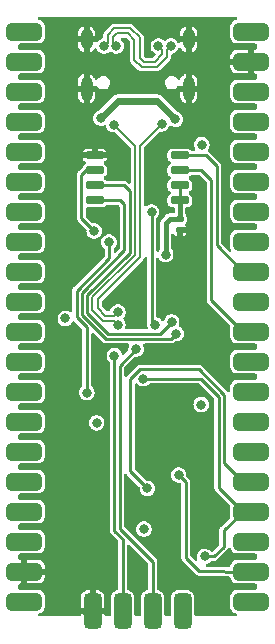
<source format=gbr>
%TF.GenerationSoftware,KiCad,Pcbnew,6.0.11-2627ca5db0~126~ubuntu20.04.1*%
%TF.CreationDate,2023-02-28T16:59:55+07:00*%
%TF.ProjectId,Bluepill-USB-C,426c7565-7069-46c6-9c2d-5553422d432e,rev?*%
%TF.SameCoordinates,Original*%
%TF.FileFunction,Copper,L4,Bot*%
%TF.FilePolarity,Positive*%
%FSLAX46Y46*%
G04 Gerber Fmt 4.6, Leading zero omitted, Abs format (unit mm)*
G04 Created by KiCad (PCBNEW 6.0.11-2627ca5db0~126~ubuntu20.04.1) date 2023-02-28 16:59:55*
%MOMM*%
%LPD*%
G01*
G04 APERTURE LIST*
G04 Aperture macros list*
%AMRoundRect*
0 Rectangle with rounded corners*
0 $1 Rounding radius*
0 $2 $3 $4 $5 $6 $7 $8 $9 X,Y pos of 4 corners*
0 Add a 4 corners polygon primitive as box body*
4,1,4,$2,$3,$4,$5,$6,$7,$8,$9,$2,$3,0*
0 Add four circle primitives for the rounded corners*
1,1,$1+$1,$2,$3*
1,1,$1+$1,$4,$5*
1,1,$1+$1,$6,$7*
1,1,$1+$1,$8,$9*
0 Add four rect primitives between the rounded corners*
20,1,$1+$1,$2,$3,$4,$5,0*
20,1,$1+$1,$4,$5,$6,$7,0*
20,1,$1+$1,$6,$7,$8,$9,0*
20,1,$1+$1,$8,$9,$2,$3,0*%
G04 Aperture macros list end*
%TA.AperFunction,ComponentPad*%
%ADD10C,1.500000*%
%TD*%
%TA.AperFunction,ComponentPad*%
%ADD11RoundRect,0.375000X0.375000X-1.125000X0.375000X1.125000X-0.375000X1.125000X-0.375000X-1.125000X0*%
%TD*%
%TA.AperFunction,ComponentPad*%
%ADD12RoundRect,0.375000X-1.125000X-0.375000X1.125000X-0.375000X1.125000X0.375000X-1.125000X0.375000X0*%
%TD*%
%TA.AperFunction,ComponentPad*%
%ADD13O,1.000000X1.800000*%
%TD*%
%TA.AperFunction,ComponentPad*%
%ADD14O,1.000000X2.100000*%
%TD*%
%TA.AperFunction,ComponentPad*%
%ADD15RoundRect,0.375000X1.125000X0.375000X-1.125000X0.375000X-1.125000X-0.375000X1.125000X-0.375000X0*%
%TD*%
%TA.AperFunction,SMDPad,CuDef*%
%ADD16RoundRect,0.140000X0.170000X-0.140000X0.170000X0.140000X-0.170000X0.140000X-0.170000X-0.140000X0*%
%TD*%
%TA.AperFunction,SMDPad,CuDef*%
%ADD17RoundRect,0.150000X-0.650000X-0.150000X0.650000X-0.150000X0.650000X0.150000X-0.650000X0.150000X0*%
%TD*%
%TA.AperFunction,ViaPad*%
%ADD18C,0.800000*%
%TD*%
%TA.AperFunction,Conductor*%
%ADD19C,0.250000*%
%TD*%
%TA.AperFunction,Conductor*%
%ADD20C,0.400000*%
%TD*%
%TA.AperFunction,Conductor*%
%ADD21C,0.600000*%
%TD*%
%TA.AperFunction,Conductor*%
%ADD22C,0.200000*%
%TD*%
G04 APERTURE END LIST*
D10*
%TO.P,J2,1,Pin_1*%
%TO.N,GND*%
X146354800Y-128524000D03*
D11*
X146354800Y-127824000D03*
%TO.P,J2,2,Pin_2*%
%TO.N,/PA14*%
X148894800Y-127824000D03*
D10*
X148894800Y-128524000D03*
%TO.P,J2,3,Pin_3*%
%TO.N,/PA13*%
X151434800Y-128524000D03*
D11*
X151434800Y-127824000D03*
D10*
%TO.P,J2,4,Pin_4*%
%TO.N,+3V3*%
X153974800Y-128524000D03*
D11*
X153974800Y-127824000D03*
%TD*%
D12*
%TO.P,J3,1,Pin_1*%
%TO.N,/PB12*%
X140574800Y-78765400D03*
D10*
X139824800Y-78765400D03*
%TO.P,J3,2,Pin_2*%
%TO.N,/PB13*%
X139824800Y-81305400D03*
D12*
X140574800Y-81305400D03*
%TO.P,J3,3,Pin_3*%
%TO.N,/PB14*%
X140574800Y-83845400D03*
D10*
X139824800Y-83845400D03*
%TO.P,J3,4,Pin_4*%
%TO.N,/PB15*%
X139824800Y-86385400D03*
D12*
X140574800Y-86385400D03*
%TO.P,J3,5,Pin_5*%
%TO.N,/PA8*%
X140574800Y-88925400D03*
D10*
X139824800Y-88925400D03*
D12*
%TO.P,J3,6,Pin_6*%
%TO.N,/PA9*%
X140574800Y-91465400D03*
D10*
X139824800Y-91465400D03*
D12*
%TO.P,J3,7,Pin_7*%
%TO.N,/PA10*%
X140574800Y-94005400D03*
D10*
X139824800Y-94005400D03*
%TO.P,J3,8,Pin_8*%
%TO.N,/PA11*%
X139824800Y-96545400D03*
D12*
X140574800Y-96545400D03*
D10*
%TO.P,J3,9,Pin_9*%
%TO.N,/PA12*%
X139824800Y-99085400D03*
D12*
X140574800Y-99085400D03*
%TO.P,J3,10,Pin_10*%
%TO.N,/PA15*%
X140574800Y-101625400D03*
D10*
X139824800Y-101625400D03*
%TO.P,J3,11,Pin_11*%
%TO.N,/PB3*%
X139824800Y-104165400D03*
D12*
X140574800Y-104165400D03*
%TO.P,J3,12,Pin_12*%
%TO.N,/PB4*%
X140574800Y-106705400D03*
D10*
X139824800Y-106705400D03*
%TO.P,J3,13,Pin_13*%
%TO.N,/PB5*%
X139824800Y-109245400D03*
D12*
X140574800Y-109245400D03*
%TO.P,J3,14,Pin_14*%
%TO.N,/PB6*%
X140574800Y-111785400D03*
D10*
X139824800Y-111785400D03*
%TO.P,J3,15,Pin_15*%
%TO.N,/PB7*%
X139824800Y-114325400D03*
D12*
X140574800Y-114325400D03*
%TO.P,J3,16,Pin_16*%
%TO.N,/PB8*%
X140574800Y-116865400D03*
D10*
X139824800Y-116865400D03*
%TO.P,J3,17,Pin_17*%
%TO.N,/PB9*%
X139824800Y-119405400D03*
D12*
X140574800Y-119405400D03*
%TO.P,J3,18,Pin_18*%
%TO.N,VCC*%
X140574800Y-121945400D03*
D10*
X139824800Y-121945400D03*
%TO.P,J3,19,Pin_19*%
%TO.N,GND*%
X139824800Y-124485400D03*
D12*
X140574800Y-124485400D03*
D10*
%TO.P,J3,20,Pin_20*%
%TO.N,+3V3*%
X139824800Y-127025400D03*
D12*
X140574800Y-127025400D03*
%TD*%
D13*
%TO.P,J1,S1,SHIELD*%
%TO.N,GND*%
X145844800Y-79412830D03*
D14*
X145844800Y-83612830D03*
D13*
X154484800Y-79412830D03*
D14*
X154484800Y-83612830D03*
%TD*%
D10*
%TO.P,J4,1,Pin_1*%
%TO.N,/VB*%
X160504800Y-127025400D03*
D15*
X159754800Y-127025400D03*
%TO.P,J4,2,Pin_2*%
%TO.N,/PC15*%
X159754800Y-124485400D03*
D10*
X160504800Y-124485400D03*
D15*
%TO.P,J4,3,Pin_3*%
%TO.N,/PC14*%
X159754800Y-121945400D03*
D10*
X160504800Y-121945400D03*
D15*
%TO.P,J4,4,Pin_4*%
%TO.N,/PC13*%
X159754800Y-119405400D03*
D10*
X160504800Y-119405400D03*
%TO.P,J4,5,Pin_5*%
%TO.N,/PA0*%
X160504800Y-116865400D03*
D15*
X159754800Y-116865400D03*
%TO.P,J4,6,Pin_6*%
%TO.N,/PA1*%
X159754800Y-114325400D03*
D10*
X160504800Y-114325400D03*
D15*
%TO.P,J4,7,Pin_7*%
%TO.N,/PA2*%
X159754800Y-111785400D03*
D10*
X160504800Y-111785400D03*
D15*
%TO.P,J4,8,Pin_8*%
%TO.N,/PA3*%
X159754800Y-109245400D03*
D10*
X160504800Y-109245400D03*
D15*
%TO.P,J4,9,Pin_9*%
%TO.N,/PA4*%
X159754800Y-106705400D03*
D10*
X160504800Y-106705400D03*
D15*
%TO.P,J4,10,Pin_10*%
%TO.N,/MEM_CLK*%
X159754800Y-104165400D03*
D10*
X160504800Y-104165400D03*
%TO.P,J4,11,Pin_11*%
%TO.N,/MEM_MISO*%
X160504800Y-101625400D03*
D15*
X159754800Y-101625400D03*
D10*
%TO.P,J4,12,Pin_12*%
%TO.N,/MEM_MOSI*%
X160504800Y-99085400D03*
D15*
X159754800Y-99085400D03*
D10*
%TO.P,J4,13,Pin_13*%
%TO.N,/PB0*%
X160504800Y-96545400D03*
D15*
X159754800Y-96545400D03*
%TO.P,J4,14,Pin_14*%
%TO.N,/PB1*%
X159754800Y-94005400D03*
D10*
X160504800Y-94005400D03*
%TO.P,J4,15,Pin_15*%
%TO.N,/PB10*%
X160504800Y-91465400D03*
D15*
X159754800Y-91465400D03*
%TO.P,J4,16,Pin_16*%
%TO.N,/PB11*%
X159754800Y-88925400D03*
D10*
X160504800Y-88925400D03*
D15*
%TO.P,J4,17,Pin_17*%
%TO.N,/~{NRST}*%
X159754800Y-86385400D03*
D10*
X160504800Y-86385400D03*
%TO.P,J4,18,Pin_18*%
%TO.N,+3V3*%
X160504800Y-83845400D03*
D15*
X159754800Y-83845400D03*
D10*
%TO.P,J4,19,Pin_19*%
%TO.N,GND*%
X160504800Y-81305400D03*
D15*
X159754800Y-81305400D03*
D10*
%TO.P,J4,20,Pin_20*%
%TO.N,VCC*%
X160504800Y-78765400D03*
D15*
X159754800Y-78765400D03*
%TD*%
D16*
%TO.P,C8,1*%
%TO.N,GND*%
X153750000Y-95580000D03*
%TO.P,C8,2*%
%TO.N,+3V3*%
X153750000Y-94620000D03*
%TD*%
D17*
%TO.P,U2,1,~{CS}*%
%TO.N,/PA4*%
X146550000Y-93055000D03*
%TO.P,U2,2,DO(IO1)*%
%TO.N,/MEM_MISO*%
X146550000Y-91785000D03*
%TO.P,U2,3,IO2*%
%TO.N,+3V3*%
X146550000Y-90515000D03*
%TO.P,U2,4,GND*%
%TO.N,GND*%
X146550000Y-89245000D03*
%TO.P,U2,5,DI(IO0)*%
%TO.N,/MEM_MOSI*%
X153750000Y-89245000D03*
%TO.P,U2,6,CLK*%
%TO.N,/MEM_CLK*%
X153750000Y-90515000D03*
%TO.P,U2,7,IO3*%
%TO.N,+3V3*%
X153750000Y-91785000D03*
%TO.P,U2,8,VCC*%
X153750000Y-93055000D03*
%TD*%
D18*
%TO.N,GND*%
X154500000Y-85400000D03*
X144700000Y-104500000D03*
X145900000Y-117750000D03*
X146950000Y-114200000D03*
X156311600Y-87020400D03*
X150500000Y-98850000D03*
X151600000Y-89700000D03*
X146950000Y-115750000D03*
X152450000Y-93900000D03*
X150300000Y-102250000D03*
X157950000Y-123200000D03*
X150200000Y-126000000D03*
X153300000Y-120150000D03*
X155250000Y-116000000D03*
X147650000Y-126000000D03*
X146150000Y-87050000D03*
X151300000Y-112100000D03*
X145850000Y-85350000D03*
X152700000Y-126000000D03*
X157800000Y-92650000D03*
X155450000Y-95200000D03*
%TO.N,/PC15*%
X153650000Y-116325500D03*
%TO.N,/~{NRST}*%
X151650000Y-103600000D03*
X151350000Y-94050000D03*
%TO.N,VCC*%
X155600000Y-88350000D03*
%TO.N,+3V3*%
X150700000Y-120900000D03*
X146500000Y-95650000D03*
X152550000Y-97650000D03*
X146700000Y-111900000D03*
X144050000Y-103050000D03*
X155550000Y-110350000D03*
%TO.N,VBUS*%
X153376705Y-86193677D03*
X147036412Y-86106641D03*
%TO.N,/PA13*%
X150050000Y-105650000D03*
%TO.N,/PA14*%
X148200000Y-106200000D03*
%TO.N,/PA11*%
X152200000Y-86600000D03*
X148500000Y-102525000D03*
%TO.N,/MEM_MISO*%
X153050000Y-103350000D03*
%TO.N,/PA4*%
X153450000Y-104350000D03*
%TO.N,/PA0*%
X151000000Y-117450000D03*
%TO.N,/PC13*%
X150649865Y-108149086D03*
%TO.N,/BOOT0*%
X147750000Y-96600000D03*
X145880181Y-109344779D03*
%TO.N,/PC13*%
X155850000Y-123200000D03*
%TO.N,/D+*%
X147325000Y-80000000D03*
X151925000Y-80000000D03*
X147325000Y-80000000D03*
%TO.N,/D-*%
X148375000Y-80000000D03*
X148375000Y-80000000D03*
X152975000Y-80000000D03*
%TO.N,/PA12*%
X148150000Y-86650000D03*
X148500000Y-103575000D03*
%TD*%
D19*
%TO.N,/PC15*%
X153650000Y-116325500D02*
X154254200Y-116929700D01*
X154254200Y-116929700D02*
X154254200Y-123317000D01*
X154254200Y-123317000D02*
X155397200Y-124460000D01*
X155397200Y-124460000D02*
X157480000Y-124460000D01*
%TO.N,/PC13*%
X155850000Y-123200000D02*
X156631800Y-123200000D01*
X156631800Y-123200000D02*
X157454600Y-122377200D01*
X157454600Y-122377200D02*
X157454600Y-121005600D01*
X157454600Y-121005600D02*
X159054800Y-119405400D01*
%TO.N,/PC15*%
X157535400Y-124485400D02*
X159054800Y-124485400D01*
%TO.N,/~{NRST}*%
X151350000Y-103300000D02*
X151350000Y-94050000D01*
X151650000Y-103600000D02*
X151350000Y-103300000D01*
%TO.N,+3V3*%
X145400000Y-90900000D02*
X145400000Y-94550000D01*
X145400000Y-94550000D02*
X146500000Y-95650000D01*
X145785000Y-90515000D02*
X145400000Y-90900000D01*
D20*
X153750000Y-94620000D02*
X152880000Y-94620000D01*
X152880000Y-94620000D02*
X152550000Y-94950000D01*
D19*
X146550000Y-90515000D02*
X145785000Y-90515000D01*
D20*
X152550000Y-94950000D02*
X152550000Y-97650000D01*
D19*
X153750000Y-93055000D02*
X153750000Y-91785000D01*
D20*
X153750000Y-94620000D02*
X153750000Y-93055000D01*
D21*
%TO.N,VBUS*%
X147036412Y-86106641D02*
X148493053Y-84650000D01*
X151833028Y-84650000D02*
X153376705Y-86193677D01*
X148493053Y-84650000D02*
X151833028Y-84650000D01*
D19*
%TO.N,/PA13*%
X151434800Y-127124000D02*
X151434800Y-123640000D01*
X151434800Y-123640000D02*
X148650000Y-120855200D01*
X148650000Y-107050000D02*
X150050000Y-105650000D01*
X148650000Y-120855200D02*
X148650000Y-107050000D01*
%TO.N,/PA14*%
X148894800Y-127124000D02*
X148894800Y-121736396D01*
X148200000Y-121041596D02*
X148200000Y-106200000D01*
X148894800Y-121736396D02*
X148200000Y-121041596D01*
D22*
%TO.N,/PA11*%
X146775000Y-101443200D02*
X150375001Y-97843199D01*
X146775000Y-102156800D02*
X146775000Y-101443200D01*
X148200001Y-102824999D02*
X147443199Y-102824999D01*
X147443199Y-102824999D02*
X146775000Y-102156800D01*
X150375001Y-97843199D02*
X150375001Y-88424999D01*
X150375001Y-88424999D02*
X152200000Y-86600000D01*
X148500000Y-102525000D02*
X148200001Y-102824999D01*
D19*
%TO.N,/MEM_MOSI*%
X155945000Y-89245000D02*
X156850000Y-90150000D01*
X156850000Y-96880600D02*
X159054800Y-99085400D01*
X156850000Y-90150000D02*
X156850000Y-96880600D01*
X153750000Y-89245000D02*
X155945000Y-89245000D01*
%TO.N,/MEM_MISO*%
X149499999Y-97480761D02*
X145900000Y-101080760D01*
X145900000Y-102600000D02*
X147650000Y-104350000D01*
X149499999Y-92299999D02*
X149499999Y-97480761D01*
X146550000Y-91785000D02*
X148985000Y-91785000D01*
X148985000Y-91785000D02*
X149499999Y-92299999D01*
X147650000Y-104350000D02*
X152050000Y-104350000D01*
X152050000Y-104350000D02*
X153050000Y-103350000D01*
X145900000Y-101080760D02*
X145900000Y-102600000D01*
%TO.N,/MEM_CLK*%
X156400000Y-101510600D02*
X159054800Y-104165400D01*
X153750000Y-90515000D02*
X155565000Y-90515000D01*
X155565000Y-90515000D02*
X156400000Y-91350000D01*
X156400000Y-91350000D02*
X156400000Y-101510600D01*
%TO.N,/PA4*%
X145450000Y-102786396D02*
X147463604Y-104800000D01*
X146550000Y-93055000D02*
X148705000Y-93055000D01*
X149049999Y-93399999D02*
X149049999Y-97294365D01*
X145450000Y-100894364D02*
X145450000Y-102786396D01*
X149049999Y-97294365D02*
X145450000Y-100894364D01*
X148705000Y-93055000D02*
X149049999Y-93399999D01*
X147463604Y-104800000D02*
X153000000Y-104800000D01*
X153000000Y-104800000D02*
X153450000Y-104350000D01*
%TO.N,/PA0*%
X155336396Y-107350000D02*
X157500000Y-109513604D01*
X151000000Y-117450000D02*
X149550000Y-116000000D01*
X157500000Y-109513604D02*
X157500000Y-115310600D01*
X149550000Y-116000000D02*
X149550000Y-108200000D01*
X150400000Y-107350000D02*
X155336396Y-107350000D01*
X157500000Y-115310600D02*
X159054800Y-116865400D01*
X149550000Y-108200000D02*
X150400000Y-107350000D01*
%TO.N,/PC13*%
X157050000Y-109700000D02*
X157050000Y-117400600D01*
X150649865Y-108149086D02*
X155499086Y-108149086D01*
X155499086Y-108149086D02*
X157050000Y-109700000D01*
X157050000Y-117400600D02*
X159054800Y-119405400D01*
%TO.N,/BOOT0*%
X145850000Y-109314598D02*
X145880181Y-109344779D01*
X147750000Y-97957968D02*
X145000000Y-100707968D01*
X145850000Y-103822792D02*
X145850000Y-109314598D01*
X145000000Y-100707968D02*
X145000000Y-102972792D01*
X145000000Y-102972792D02*
X145850000Y-103822792D01*
X147750000Y-96600000D02*
X147750000Y-97957968D01*
D22*
%TO.N,/D+*%
X151601789Y-81330011D02*
X152224999Y-80706801D01*
X150698211Y-81330011D02*
X151601789Y-81330011D01*
X147624999Y-79700001D02*
X147624999Y-79056801D01*
X152224999Y-80706801D02*
X152224999Y-80299999D01*
X147624999Y-79056801D02*
X148206800Y-78475000D01*
X152224999Y-80299999D02*
X151925000Y-80000000D01*
X148206800Y-78475000D02*
X149543200Y-78475000D01*
X150333544Y-80965344D02*
X150698211Y-81330011D01*
X147325000Y-80000000D02*
X147624999Y-79700001D01*
X150333544Y-79265344D02*
X150333544Y-80965344D01*
X149543200Y-78475000D02*
X150333544Y-79265344D01*
%TO.N,/D-*%
X148075001Y-79243199D02*
X148393200Y-78925000D01*
X149883544Y-81151744D02*
X150511811Y-81780011D01*
X149356800Y-78925000D02*
X149883544Y-79451744D01*
X148393200Y-78925000D02*
X149356800Y-78925000D01*
X151788189Y-81780011D02*
X152675001Y-80893199D01*
X148075001Y-79700001D02*
X148075001Y-79243199D01*
X152675001Y-80893199D02*
X152675001Y-80299999D01*
X149883544Y-79451744D02*
X149883544Y-81151744D01*
X150511811Y-81780011D02*
X151788189Y-81780011D01*
X152675001Y-80299999D02*
X152975000Y-80000000D01*
X148375000Y-80000000D02*
X148075001Y-79700001D01*
%TO.N,/PA12*%
X148200001Y-103275001D02*
X147256801Y-103275001D01*
X147256801Y-103275001D02*
X146325000Y-102343200D01*
X146325000Y-101256800D02*
X149924999Y-97656801D01*
X149924999Y-88424999D02*
X148150000Y-86650000D01*
X146325000Y-102343200D02*
X146325000Y-101256800D01*
X149924999Y-97656801D02*
X149924999Y-88424999D01*
X148500000Y-103575000D02*
X148200001Y-103275001D01*
%TD*%
%TA.AperFunction,Conductor*%
%TO.N,GND*%
G36*
X158552537Y-77539902D02*
G01*
X158599030Y-77593558D01*
X158609134Y-77663832D01*
X158579640Y-77728412D01*
X158519569Y-77766897D01*
X158385421Y-77805870D01*
X158385419Y-77805871D01*
X158377808Y-77808082D01*
X158370981Y-77812119D01*
X158370982Y-77812119D01*
X158247736Y-77885006D01*
X158247733Y-77885008D01*
X158240909Y-77889044D01*
X158128444Y-78001509D01*
X158124408Y-78008333D01*
X158124406Y-78008336D01*
X158064047Y-78110398D01*
X158047482Y-78138408D01*
X158045271Y-78146019D01*
X158045270Y-78146021D01*
X158035121Y-78180955D01*
X158003109Y-78291142D01*
X158002605Y-78297547D01*
X158002604Y-78297552D01*
X158000493Y-78324377D01*
X158000300Y-78326833D01*
X158000301Y-79203966D01*
X158003109Y-79239658D01*
X158004904Y-79245835D01*
X158004905Y-79245841D01*
X158045270Y-79384779D01*
X158047482Y-79392392D01*
X158051519Y-79399218D01*
X158124406Y-79522464D01*
X158124408Y-79522467D01*
X158128444Y-79529291D01*
X158240909Y-79641756D01*
X158247733Y-79645792D01*
X158247736Y-79645794D01*
X158342182Y-79701649D01*
X158377808Y-79722718D01*
X158385419Y-79724929D01*
X158385421Y-79724930D01*
X158434661Y-79739235D01*
X158530542Y-79767091D01*
X158536947Y-79767595D01*
X158536952Y-79767596D01*
X158563777Y-79769707D01*
X158563784Y-79769707D01*
X158566233Y-79769900D01*
X158598560Y-79769900D01*
X160122300Y-79769899D01*
X160190421Y-79789901D01*
X160236914Y-79843557D01*
X160248300Y-79895899D01*
X160248300Y-80175400D01*
X160228298Y-80243521D01*
X160174642Y-80290014D01*
X160122300Y-80301400D01*
X160026915Y-80301400D01*
X160011676Y-80305875D01*
X160010471Y-80307265D01*
X160008800Y-80314948D01*
X160008800Y-80432074D01*
X160016330Y-80457719D01*
X160211395Y-80652784D01*
X160245421Y-80715096D01*
X160248300Y-80741879D01*
X160248300Y-81103920D01*
X160228298Y-81172041D01*
X160174642Y-81218534D01*
X160104368Y-81228638D01*
X160039788Y-81199144D01*
X160033205Y-81193015D01*
X160021610Y-81181420D01*
X160011524Y-81175913D01*
X160008800Y-81183217D01*
X160008800Y-81424074D01*
X160012037Y-81435099D01*
X160019130Y-81431860D01*
X160033205Y-81417785D01*
X160095517Y-81383759D01*
X160166332Y-81388824D01*
X160223168Y-81431371D01*
X160247979Y-81497891D01*
X160248300Y-81506880D01*
X160248300Y-81868921D01*
X160228298Y-81937042D01*
X160211395Y-81958016D01*
X160021612Y-82147799D01*
X160008800Y-82171261D01*
X160008800Y-82291284D01*
X160013275Y-82306523D01*
X160014665Y-82307728D01*
X160022348Y-82309399D01*
X160122300Y-82309399D01*
X160190421Y-82329401D01*
X160236914Y-82383057D01*
X160248300Y-82435399D01*
X160248300Y-82714900D01*
X160228298Y-82783021D01*
X160174642Y-82829514D01*
X160122300Y-82840900D01*
X158598612Y-82840901D01*
X158566234Y-82840901D01*
X158543665Y-82842677D01*
X158536960Y-82843204D01*
X158536959Y-82843204D01*
X158530542Y-82843709D01*
X158524362Y-82845504D01*
X158524359Y-82845505D01*
X158385421Y-82885870D01*
X158385419Y-82885871D01*
X158377808Y-82888082D01*
X158370981Y-82892119D01*
X158370982Y-82892119D01*
X158247736Y-82965006D01*
X158247733Y-82965008D01*
X158240909Y-82969044D01*
X158128444Y-83081509D01*
X158124408Y-83088333D01*
X158124406Y-83088336D01*
X158116906Y-83101018D01*
X158047482Y-83218408D01*
X158045271Y-83226019D01*
X158045270Y-83226021D01*
X158030965Y-83275261D01*
X158003109Y-83371142D01*
X158002605Y-83377547D01*
X158002604Y-83377552D01*
X158000493Y-83404377D01*
X158000300Y-83406833D01*
X158000301Y-84283966D01*
X158003109Y-84319658D01*
X158004904Y-84325835D01*
X158004905Y-84325841D01*
X158010282Y-84344349D01*
X158047482Y-84472392D01*
X158051519Y-84479218D01*
X158124406Y-84602464D01*
X158124408Y-84602467D01*
X158128444Y-84609291D01*
X158240909Y-84721756D01*
X158247733Y-84725792D01*
X158247736Y-84725794D01*
X158315143Y-84765658D01*
X158377808Y-84802718D01*
X158385419Y-84804929D01*
X158385421Y-84804930D01*
X158430069Y-84817901D01*
X158530542Y-84847091D01*
X158536947Y-84847595D01*
X158536952Y-84847596D01*
X158563777Y-84849707D01*
X158563784Y-84849707D01*
X158566233Y-84849900D01*
X158598560Y-84849900D01*
X160122300Y-84849899D01*
X160190421Y-84869901D01*
X160236914Y-84923557D01*
X160248300Y-84975899D01*
X160248300Y-85254900D01*
X160228298Y-85323021D01*
X160174642Y-85369514D01*
X160122300Y-85380900D01*
X158598612Y-85380901D01*
X158566234Y-85380901D01*
X158543665Y-85382677D01*
X158536960Y-85383204D01*
X158536959Y-85383204D01*
X158530542Y-85383709D01*
X158524362Y-85385504D01*
X158524359Y-85385505D01*
X158385421Y-85425870D01*
X158385419Y-85425871D01*
X158377808Y-85428082D01*
X158370981Y-85432119D01*
X158370982Y-85432119D01*
X158247736Y-85505006D01*
X158247733Y-85505008D01*
X158240909Y-85509044D01*
X158128444Y-85621509D01*
X158124408Y-85628333D01*
X158124406Y-85628336D01*
X158112344Y-85648732D01*
X158047482Y-85758408D01*
X158045271Y-85766019D01*
X158045270Y-85766021D01*
X158033728Y-85805751D01*
X158003109Y-85911142D01*
X158002605Y-85917547D01*
X158002604Y-85917552D01*
X158000493Y-85944377D01*
X158000300Y-85946833D01*
X158000301Y-86823966D01*
X158003109Y-86859658D01*
X158004904Y-86865835D01*
X158004905Y-86865841D01*
X158030989Y-86955623D01*
X158047482Y-87012392D01*
X158051519Y-87019218D01*
X158124406Y-87142464D01*
X158124408Y-87142467D01*
X158128444Y-87149291D01*
X158240909Y-87261756D01*
X158247733Y-87265792D01*
X158247736Y-87265794D01*
X158316009Y-87306170D01*
X158377808Y-87342718D01*
X158385419Y-87344929D01*
X158385421Y-87344930D01*
X158434661Y-87359235D01*
X158530542Y-87387091D01*
X158536947Y-87387595D01*
X158536952Y-87387596D01*
X158563777Y-87389707D01*
X158563784Y-87389707D01*
X158566233Y-87389900D01*
X158598560Y-87389900D01*
X160122300Y-87389899D01*
X160190421Y-87409901D01*
X160236914Y-87463557D01*
X160248300Y-87515899D01*
X160248300Y-87794900D01*
X160228298Y-87863021D01*
X160174642Y-87909514D01*
X160122300Y-87920900D01*
X158598612Y-87920901D01*
X158566234Y-87920901D01*
X158543665Y-87922677D01*
X158536960Y-87923204D01*
X158536959Y-87923204D01*
X158530542Y-87923709D01*
X158524362Y-87925504D01*
X158524359Y-87925505D01*
X158385421Y-87965870D01*
X158385419Y-87965871D01*
X158377808Y-87968082D01*
X158370981Y-87972119D01*
X158370982Y-87972119D01*
X158247736Y-88045006D01*
X158247733Y-88045008D01*
X158240909Y-88049044D01*
X158128444Y-88161509D01*
X158124408Y-88168333D01*
X158124406Y-88168336D01*
X158105519Y-88200273D01*
X158047482Y-88298408D01*
X158003109Y-88451142D01*
X158002605Y-88457547D01*
X158002604Y-88457552D01*
X158000493Y-88484377D01*
X158000300Y-88486833D01*
X158000301Y-89363966D01*
X158003109Y-89399658D01*
X158004904Y-89405835D01*
X158004905Y-89405841D01*
X158041089Y-89530388D01*
X158047482Y-89552392D01*
X158051519Y-89559218D01*
X158124406Y-89682464D01*
X158124408Y-89682467D01*
X158128444Y-89689291D01*
X158240909Y-89801756D01*
X158247733Y-89805792D01*
X158247736Y-89805794D01*
X158265332Y-89816200D01*
X158377808Y-89882718D01*
X158385419Y-89884929D01*
X158385421Y-89884930D01*
X158434661Y-89899235D01*
X158530542Y-89927091D01*
X158536947Y-89927595D01*
X158536952Y-89927596D01*
X158563777Y-89929707D01*
X158563784Y-89929707D01*
X158566233Y-89929900D01*
X158598560Y-89929900D01*
X160122300Y-89929899D01*
X160190421Y-89949901D01*
X160236914Y-90003557D01*
X160248300Y-90055899D01*
X160248300Y-90334900D01*
X160228298Y-90403021D01*
X160174642Y-90449514D01*
X160122300Y-90460900D01*
X158598612Y-90460901D01*
X158566234Y-90460901D01*
X158543665Y-90462677D01*
X158536960Y-90463204D01*
X158536959Y-90463204D01*
X158530542Y-90463709D01*
X158524362Y-90465504D01*
X158524359Y-90465505D01*
X158385421Y-90505870D01*
X158385419Y-90505871D01*
X158377808Y-90508082D01*
X158370981Y-90512119D01*
X158370982Y-90512119D01*
X158247736Y-90585006D01*
X158247733Y-90585008D01*
X158240909Y-90589044D01*
X158128444Y-90701509D01*
X158124408Y-90708333D01*
X158124406Y-90708336D01*
X158082117Y-90779844D01*
X158047482Y-90838408D01*
X158045271Y-90846019D01*
X158045270Y-90846021D01*
X158040575Y-90862183D01*
X158003109Y-90991142D01*
X158002605Y-90997547D01*
X158002604Y-90997552D01*
X158000493Y-91024377D01*
X158000300Y-91026833D01*
X158000301Y-91903966D01*
X158003109Y-91939658D01*
X158004904Y-91945835D01*
X158004905Y-91945841D01*
X158035678Y-92051762D01*
X158047482Y-92092392D01*
X158051519Y-92099218D01*
X158124406Y-92222464D01*
X158124408Y-92222467D01*
X158128444Y-92229291D01*
X158240909Y-92341756D01*
X158247733Y-92345792D01*
X158247736Y-92345794D01*
X158265809Y-92356482D01*
X158377808Y-92422718D01*
X158385419Y-92424929D01*
X158385421Y-92424930D01*
X158434661Y-92439235D01*
X158530542Y-92467091D01*
X158536947Y-92467595D01*
X158536952Y-92467596D01*
X158563777Y-92469707D01*
X158563784Y-92469707D01*
X158566233Y-92469900D01*
X158598560Y-92469900D01*
X160122300Y-92469899D01*
X160190421Y-92489901D01*
X160236914Y-92543557D01*
X160248300Y-92595899D01*
X160248300Y-92874900D01*
X160228298Y-92943021D01*
X160174642Y-92989514D01*
X160122300Y-93000900D01*
X158598612Y-93000901D01*
X158566234Y-93000901D01*
X158543665Y-93002677D01*
X158536960Y-93003204D01*
X158536959Y-93003204D01*
X158530542Y-93003709D01*
X158524362Y-93005504D01*
X158524359Y-93005505D01*
X158385421Y-93045870D01*
X158385419Y-93045871D01*
X158377808Y-93048082D01*
X158370981Y-93052119D01*
X158370982Y-93052119D01*
X158247736Y-93125006D01*
X158247733Y-93125008D01*
X158240909Y-93129044D01*
X158128444Y-93241509D01*
X158124408Y-93248333D01*
X158124406Y-93248336D01*
X158080982Y-93321762D01*
X158047482Y-93378408D01*
X158045271Y-93386019D01*
X158045270Y-93386021D01*
X158031900Y-93432043D01*
X158003109Y-93531142D01*
X158002605Y-93537547D01*
X158002604Y-93537552D01*
X158000493Y-93564377D01*
X158000300Y-93566833D01*
X158000301Y-94443966D01*
X158003109Y-94479658D01*
X158004904Y-94485835D01*
X158004905Y-94485841D01*
X158038235Y-94600565D01*
X158047482Y-94632392D01*
X158051519Y-94639218D01*
X158124406Y-94762464D01*
X158124408Y-94762467D01*
X158128444Y-94769291D01*
X158240909Y-94881756D01*
X158247733Y-94885792D01*
X158247736Y-94885794D01*
X158335907Y-94937938D01*
X158377808Y-94962718D01*
X158385419Y-94964929D01*
X158385421Y-94964930D01*
X158434661Y-94979235D01*
X158530542Y-95007091D01*
X158536947Y-95007595D01*
X158536952Y-95007596D01*
X158563777Y-95009707D01*
X158563784Y-95009707D01*
X158566233Y-95009900D01*
X158598560Y-95009900D01*
X160122300Y-95009899D01*
X160190421Y-95029901D01*
X160236914Y-95083557D01*
X160248300Y-95135899D01*
X160248300Y-95414900D01*
X160228298Y-95483021D01*
X160174642Y-95529514D01*
X160122300Y-95540900D01*
X158598612Y-95540901D01*
X158566234Y-95540901D01*
X158543665Y-95542677D01*
X158536960Y-95543204D01*
X158536959Y-95543204D01*
X158530542Y-95543709D01*
X158524362Y-95545504D01*
X158524359Y-95545505D01*
X158385421Y-95585870D01*
X158385419Y-95585871D01*
X158377808Y-95588082D01*
X158370981Y-95592119D01*
X158370982Y-95592119D01*
X158247736Y-95665006D01*
X158247733Y-95665008D01*
X158240909Y-95669044D01*
X158128444Y-95781509D01*
X158124408Y-95788333D01*
X158124406Y-95788336D01*
X158086692Y-95852107D01*
X158047482Y-95918408D01*
X158045271Y-95926019D01*
X158045270Y-95926021D01*
X158031390Y-95973798D01*
X158003109Y-96071142D01*
X158002605Y-96077547D01*
X158002604Y-96077552D01*
X158000493Y-96104377D01*
X158000300Y-96106833D01*
X158000301Y-96983966D01*
X158003109Y-97019658D01*
X158004904Y-97025835D01*
X158004905Y-97025841D01*
X158032973Y-97122451D01*
X158047482Y-97172392D01*
X158073846Y-97216970D01*
X158091305Y-97285785D01*
X158068789Y-97353116D01*
X158013444Y-97397585D01*
X157942844Y-97405074D01*
X157876297Y-97370203D01*
X157266405Y-96760311D01*
X157232379Y-96697999D01*
X157229500Y-96671216D01*
X157229500Y-90203920D01*
X157232049Y-90179973D01*
X157232128Y-90178307D01*
X157234320Y-90168124D01*
X157233096Y-90157782D01*
X157233096Y-90157779D01*
X157230374Y-90134787D01*
X157230023Y-90128846D01*
X157229928Y-90128854D01*
X157229500Y-90123674D01*
X157229500Y-90118476D01*
X157226329Y-90099424D01*
X157225492Y-90093547D01*
X157220693Y-90052997D01*
X157220692Y-90052995D01*
X157219469Y-90042659D01*
X157215508Y-90034410D01*
X157214004Y-90025374D01*
X157209056Y-90016203D01*
X157189652Y-89980240D01*
X157186957Y-89974951D01*
X157168212Y-89935915D01*
X157164780Y-89928768D01*
X157161186Y-89924492D01*
X157159246Y-89922552D01*
X157157493Y-89920641D01*
X157157444Y-89920551D01*
X157157567Y-89920439D01*
X157157095Y-89919904D01*
X157154010Y-89914186D01*
X157114413Y-89877583D01*
X157110848Y-89874154D01*
X156251478Y-89014784D01*
X156236336Y-88996036D01*
X156235221Y-88994811D01*
X156229571Y-88986060D01*
X156221393Y-88979613D01*
X156221391Y-88979611D01*
X156203200Y-88965271D01*
X156198759Y-88961325D01*
X156198697Y-88961398D01*
X156194733Y-88958039D01*
X156191056Y-88954362D01*
X156175308Y-88943108D01*
X156170638Y-88939602D01*
X156145058Y-88919436D01*
X156103947Y-88861557D01*
X156100653Y-88790637D01*
X156120744Y-88746963D01*
X156146956Y-88710485D01*
X156177755Y-88667624D01*
X156236842Y-88520641D01*
X156259162Y-88363807D01*
X156259307Y-88350000D01*
X156240276Y-88192733D01*
X156184280Y-88044546D01*
X156175814Y-88032228D01*
X156098855Y-87920251D01*
X156098854Y-87920249D01*
X156094553Y-87913992D01*
X155976275Y-87808611D01*
X155968889Y-87804700D01*
X155842988Y-87738039D01*
X155842989Y-87738039D01*
X155836274Y-87734484D01*
X155682633Y-87695892D01*
X155675034Y-87695852D01*
X155675033Y-87695852D01*
X155609181Y-87695507D01*
X155524221Y-87695062D01*
X155516841Y-87696834D01*
X155516839Y-87696834D01*
X155377563Y-87730271D01*
X155377560Y-87730272D01*
X155370184Y-87732043D01*
X155229414Y-87804700D01*
X155110039Y-87908838D01*
X155018950Y-88038444D01*
X154961406Y-88186037D01*
X154940729Y-88343096D01*
X154949421Y-88421825D01*
X154956871Y-88489302D01*
X154958113Y-88500553D01*
X155012553Y-88649319D01*
X155025928Y-88669223D01*
X155047321Y-88736919D01*
X155028718Y-88805436D01*
X154976026Y-88853018D01*
X154921347Y-88865500D01*
X154794739Y-88865500D01*
X154726618Y-88845498D01*
X154705644Y-88828595D01*
X154640723Y-88763674D01*
X154526555Y-88705502D01*
X154431834Y-88690500D01*
X153068166Y-88690500D01*
X152973445Y-88705502D01*
X152859277Y-88763674D01*
X152768674Y-88854277D01*
X152710502Y-88968445D01*
X152695500Y-89063166D01*
X152695500Y-89426834D01*
X152710502Y-89521555D01*
X152768674Y-89635723D01*
X152859277Y-89726326D01*
X152934687Y-89764750D01*
X152940542Y-89767733D01*
X152992157Y-89816482D01*
X153009223Y-89885397D01*
X152986322Y-89952598D01*
X152940542Y-89992267D01*
X152859277Y-90033674D01*
X152768674Y-90124277D01*
X152710502Y-90238445D01*
X152695500Y-90333166D01*
X152695500Y-90696834D01*
X152710502Y-90791555D01*
X152768674Y-90905723D01*
X152859277Y-90996326D01*
X152934687Y-91034750D01*
X152940542Y-91037733D01*
X152992157Y-91086482D01*
X153009223Y-91155397D01*
X152986322Y-91222598D01*
X152940542Y-91262267D01*
X152859277Y-91303674D01*
X152768674Y-91394277D01*
X152710502Y-91508445D01*
X152695500Y-91603166D01*
X152695500Y-91966834D01*
X152710502Y-92061555D01*
X152768674Y-92175723D01*
X152859277Y-92266326D01*
X152934687Y-92304750D01*
X152940542Y-92307733D01*
X152992157Y-92356482D01*
X153009223Y-92425397D01*
X152986322Y-92492598D01*
X152940542Y-92532267D01*
X152859277Y-92573674D01*
X152768674Y-92664277D01*
X152710502Y-92778445D01*
X152695500Y-92873166D01*
X152695500Y-93236834D01*
X152710502Y-93331555D01*
X152768674Y-93445723D01*
X152859277Y-93536326D01*
X152973445Y-93594498D01*
X153068166Y-93609500D01*
X153169500Y-93609500D01*
X153237621Y-93629502D01*
X153284114Y-93683158D01*
X153295500Y-93735500D01*
X153295500Y-94039500D01*
X153275498Y-94107621D01*
X153221842Y-94154114D01*
X153169500Y-94165500D01*
X152914456Y-94165500D01*
X152899647Y-94164627D01*
X152874915Y-94161700D01*
X152865562Y-94160593D01*
X152856298Y-94162285D01*
X152856297Y-94162285D01*
X152807310Y-94171232D01*
X152803406Y-94171882D01*
X152744849Y-94180685D01*
X152738283Y-94183838D01*
X152731116Y-94185147D01*
X152689828Y-94206594D01*
X152678574Y-94212440D01*
X152675037Y-94214208D01*
X152621647Y-94239846D01*
X152616351Y-94244742D01*
X152616215Y-94244834D01*
X152609834Y-94248148D01*
X152604746Y-94252494D01*
X152567164Y-94290076D01*
X152563599Y-94293506D01*
X152521288Y-94332617D01*
X152517570Y-94339017D01*
X152511963Y-94345277D01*
X152252989Y-94604251D01*
X152241900Y-94614106D01*
X152214941Y-94635359D01*
X152206895Y-94647001D01*
X152181258Y-94684094D01*
X152178976Y-94687287D01*
X152143791Y-94734924D01*
X152141377Y-94741797D01*
X152137236Y-94747789D01*
X152127190Y-94779555D01*
X152119374Y-94804270D01*
X152118129Y-94807999D01*
X152098507Y-94863874D01*
X152098224Y-94871078D01*
X152098191Y-94871249D01*
X152096025Y-94878097D01*
X152095500Y-94884768D01*
X152095500Y-94937938D01*
X152095403Y-94942884D01*
X152093142Y-95000437D01*
X152095039Y-95007592D01*
X152095500Y-95015967D01*
X152095500Y-97122451D01*
X152075498Y-97190572D01*
X152064565Y-97204890D01*
X152060039Y-97208838D01*
X151968950Y-97338444D01*
X151966385Y-97345022D01*
X151916726Y-97395444D01*
X151847469Y-97411064D01*
X151780762Y-97386760D01*
X151737783Y-97330251D01*
X151729500Y-97285320D01*
X151729500Y-94644730D01*
X151749502Y-94576609D01*
X151773669Y-94548919D01*
X151829536Y-94501204D01*
X151835314Y-94496269D01*
X151927755Y-94367624D01*
X151986842Y-94220641D01*
X152009162Y-94063807D01*
X152009307Y-94050000D01*
X151990276Y-93892733D01*
X151934280Y-93744546D01*
X151844553Y-93613992D01*
X151838642Y-93608725D01*
X151780803Y-93557193D01*
X151726275Y-93508611D01*
X151718889Y-93504700D01*
X151607501Y-93445723D01*
X151586274Y-93434484D01*
X151432633Y-93395892D01*
X151425034Y-93395852D01*
X151425033Y-93395852D01*
X151359181Y-93395507D01*
X151274221Y-93395062D01*
X151266841Y-93396834D01*
X151266839Y-93396834D01*
X151127563Y-93430271D01*
X151127560Y-93430272D01*
X151120184Y-93432043D01*
X150979414Y-93504700D01*
X150973697Y-93509687D01*
X150973690Y-93509692D01*
X150938330Y-93540539D01*
X150873848Y-93570247D01*
X150803541Y-93560377D01*
X150749731Y-93514064D01*
X150729501Y-93445590D01*
X150729501Y-88624028D01*
X150749503Y-88555907D01*
X150766406Y-88534933D01*
X152012231Y-87289108D01*
X152074543Y-87255082D01*
X152110515Y-87253676D01*
X152110522Y-87253207D01*
X152261319Y-87255576D01*
X152261322Y-87255576D01*
X152268916Y-87255695D01*
X152423332Y-87220329D01*
X152498927Y-87182309D01*
X152558072Y-87152563D01*
X152558075Y-87152561D01*
X152564855Y-87149151D01*
X152570626Y-87144222D01*
X152570629Y-87144220D01*
X152679536Y-87051204D01*
X152679536Y-87051203D01*
X152685314Y-87046269D01*
X152777755Y-86917624D01*
X152825440Y-86799004D01*
X152869407Y-86743260D01*
X152936531Y-86720135D01*
X153002468Y-86735270D01*
X153133998Y-86806685D01*
X153287227Y-86846884D01*
X153371182Y-86848203D01*
X153438024Y-86849253D01*
X153438027Y-86849253D01*
X153445621Y-86849372D01*
X153600037Y-86814006D01*
X153670447Y-86778594D01*
X153734777Y-86746240D01*
X153734780Y-86746238D01*
X153741560Y-86742828D01*
X153747331Y-86737899D01*
X153747334Y-86737897D01*
X153856241Y-86644881D01*
X153856241Y-86644880D01*
X153862019Y-86639946D01*
X153954460Y-86511301D01*
X154013547Y-86364318D01*
X154019670Y-86321292D01*
X154035286Y-86211568D01*
X154035286Y-86211565D01*
X154035867Y-86207484D01*
X154036012Y-86193677D01*
X154016981Y-86036410D01*
X153960985Y-85888223D01*
X153871258Y-85757669D01*
X153855287Y-85743439D01*
X153758651Y-85657341D01*
X153752980Y-85652288D01*
X153612979Y-85578161D01*
X153583226Y-85570688D01*
X153556464Y-85563965D01*
X153498065Y-85530856D01*
X152235796Y-84268587D01*
X152232143Y-84264779D01*
X152195612Y-84225052D01*
X152195611Y-84225051D01*
X152189802Y-84218734D01*
X152176518Y-84210497D01*
X152164738Y-84203193D01*
X153730800Y-84203193D01*
X153731225Y-84210497D01*
X153745180Y-84330196D01*
X153748525Y-84344349D01*
X153803521Y-84495860D01*
X153810031Y-84508859D01*
X153898408Y-84643656D01*
X153907732Y-84654808D01*
X154024747Y-84765658D01*
X154036392Y-84774370D01*
X154175766Y-84855324D01*
X154189104Y-84861124D01*
X154213462Y-84868501D01*
X154227564Y-84868621D01*
X154230800Y-84861691D01*
X154230800Y-84856084D01*
X154738800Y-84856084D01*
X154742773Y-84869615D01*
X154747856Y-84870346D01*
X154854188Y-84825101D01*
X154866812Y-84817901D01*
X154996633Y-84722363D01*
X155007264Y-84712449D01*
X155111628Y-84589605D01*
X155119690Y-84577517D01*
X155192995Y-84433959D01*
X155198062Y-84420334D01*
X155236777Y-84262114D01*
X155238460Y-84251055D01*
X155238680Y-84247509D01*
X155238800Y-84243631D01*
X155238800Y-83884945D01*
X155234325Y-83869706D01*
X155232935Y-83868501D01*
X155225252Y-83866830D01*
X154756915Y-83866830D01*
X154741676Y-83871305D01*
X154740471Y-83872695D01*
X154738800Y-83880378D01*
X154738800Y-84856084D01*
X154230800Y-84856084D01*
X154230800Y-83884945D01*
X154226325Y-83869706D01*
X154224935Y-83868501D01*
X154217252Y-83866830D01*
X153748915Y-83866830D01*
X153733676Y-83871305D01*
X153732471Y-83872695D01*
X153730800Y-83880378D01*
X153730800Y-84203193D01*
X152164738Y-84203193D01*
X152152522Y-84195619D01*
X152142740Y-84188896D01*
X152114633Y-84167562D01*
X152114634Y-84167562D01*
X152107793Y-84162370D01*
X152098081Y-84158525D01*
X152093632Y-84156763D01*
X152073626Y-84146700D01*
X152067991Y-84143206D01*
X152067982Y-84143202D01*
X152060684Y-84138677D01*
X152018549Y-84126435D01*
X152007326Y-84122593D01*
X151966538Y-84106444D01*
X151952336Y-84104951D01*
X151951395Y-84104852D01*
X151929422Y-84100541D01*
X151914793Y-84096291D01*
X151904021Y-84095500D01*
X151869023Y-84095500D01*
X151855852Y-84094810D01*
X151845635Y-84093736D01*
X151836463Y-84092772D01*
X151823991Y-84091461D01*
X151815447Y-84090563D01*
X151796682Y-84093737D01*
X151775680Y-84095500D01*
X148508127Y-84095500D01*
X148502851Y-84095390D01*
X148440379Y-84092772D01*
X148432014Y-84094734D01*
X148397675Y-84102788D01*
X148386002Y-84104951D01*
X148375103Y-84106444D01*
X148342535Y-84110905D01*
X148329820Y-84116407D01*
X148328559Y-84116953D01*
X148307290Y-84123987D01*
X148292470Y-84127463D01*
X148254016Y-84148603D01*
X148243370Y-84153818D01*
X148210990Y-84167830D01*
X148210986Y-84167832D01*
X148203107Y-84171242D01*
X148196434Y-84176646D01*
X148196432Y-84176647D01*
X148191278Y-84180821D01*
X148172690Y-84193312D01*
X148159338Y-84200652D01*
X148154334Y-84204972D01*
X148152913Y-84206198D01*
X148152906Y-84206204D01*
X148151162Y-84207710D01*
X148126419Y-84232453D01*
X148116618Y-84241279D01*
X148091715Y-84261444D01*
X148091712Y-84261447D01*
X148085040Y-84266850D01*
X148074015Y-84282364D01*
X148060408Y-84298464D01*
X146915407Y-85443465D01*
X146855726Y-85476889D01*
X146813975Y-85486912D01*
X146813971Y-85486913D01*
X146806596Y-85488684D01*
X146665826Y-85561341D01*
X146546451Y-85665479D01*
X146455362Y-85795085D01*
X146452602Y-85802165D01*
X146401435Y-85933402D01*
X146397818Y-85942678D01*
X146396826Y-85950211D01*
X146396826Y-85950212D01*
X146385264Y-86038039D01*
X146377141Y-86099737D01*
X146377975Y-86107287D01*
X146389488Y-86211568D01*
X146394525Y-86257194D01*
X146397135Y-86264325D01*
X146397135Y-86264327D01*
X146436308Y-86371372D01*
X146448965Y-86405960D01*
X146453201Y-86412263D01*
X146453201Y-86412264D01*
X146474239Y-86443571D01*
X146537320Y-86537446D01*
X146542939Y-86542559D01*
X146542940Y-86542560D01*
X146648872Y-86638950D01*
X146654488Y-86644060D01*
X146793705Y-86719649D01*
X146946934Y-86759848D01*
X147030889Y-86761167D01*
X147097731Y-86762217D01*
X147097734Y-86762217D01*
X147105328Y-86762336D01*
X147259744Y-86726970D01*
X147325391Y-86693953D01*
X147395237Y-86681215D01*
X147460881Y-86708259D01*
X147501482Y-86766500D01*
X147507245Y-86792691D01*
X147508113Y-86800553D01*
X147510723Y-86807684D01*
X147510723Y-86807686D01*
X147553214Y-86923798D01*
X147562553Y-86949319D01*
X147566789Y-86955622D01*
X147566789Y-86955623D01*
X147599821Y-87004779D01*
X147650908Y-87080805D01*
X147656527Y-87085918D01*
X147656528Y-87085919D01*
X147732338Y-87154900D01*
X147768076Y-87187419D01*
X147907293Y-87263008D01*
X148060522Y-87303207D01*
X148144477Y-87304526D01*
X148211319Y-87305576D01*
X148211322Y-87305576D01*
X148218916Y-87305695D01*
X148226319Y-87303999D01*
X148233878Y-87303205D01*
X148234190Y-87306170D01*
X148291319Y-87309607D01*
X148337719Y-87339058D01*
X149533594Y-88534933D01*
X149567620Y-88597245D01*
X149570499Y-88624028D01*
X149570499Y-91529615D01*
X149550497Y-91597736D01*
X149496841Y-91644229D01*
X149426567Y-91654333D01*
X149361987Y-91624839D01*
X149355404Y-91618710D01*
X149291478Y-91554784D01*
X149276336Y-91536036D01*
X149275221Y-91534811D01*
X149269571Y-91526060D01*
X149261393Y-91519613D01*
X149261391Y-91519611D01*
X149243200Y-91505271D01*
X149238759Y-91501325D01*
X149238697Y-91501398D01*
X149234733Y-91498039D01*
X149231056Y-91494362D01*
X149215308Y-91483108D01*
X149210638Y-91479602D01*
X149170353Y-91447844D01*
X149161719Y-91444812D01*
X149154266Y-91439486D01*
X149105150Y-91424797D01*
X149099508Y-91422964D01*
X149058633Y-91408610D01*
X149058632Y-91408610D01*
X149051149Y-91405982D01*
X149045584Y-91405500D01*
X149042876Y-91405500D01*
X149040242Y-91405386D01*
X149040144Y-91405357D01*
X149040151Y-91405193D01*
X149039447Y-91405149D01*
X149033222Y-91403287D01*
X148979365Y-91405403D01*
X148974418Y-91405500D01*
X147594739Y-91405500D01*
X147526618Y-91385498D01*
X147505644Y-91368595D01*
X147440723Y-91303674D01*
X147359458Y-91262267D01*
X147307843Y-91213518D01*
X147290777Y-91144603D01*
X147313678Y-91077402D01*
X147359458Y-91037733D01*
X147365313Y-91034750D01*
X147440723Y-90996326D01*
X147531326Y-90905723D01*
X147589498Y-90791555D01*
X147604500Y-90696834D01*
X147604500Y-90333166D01*
X147589498Y-90238445D01*
X147531326Y-90124277D01*
X147440723Y-90033674D01*
X147431889Y-90029173D01*
X147431888Y-90029172D01*
X147358906Y-89991985D01*
X147307292Y-89943237D01*
X147290226Y-89874322D01*
X147313127Y-89807121D01*
X147358908Y-89767452D01*
X147431590Y-89730419D01*
X147447436Y-89718906D01*
X147523906Y-89642436D01*
X147535417Y-89626593D01*
X147584516Y-89530231D01*
X147589479Y-89514955D01*
X147587962Y-89503212D01*
X147573988Y-89499000D01*
X145525552Y-89499000D01*
X145512316Y-89502887D01*
X145510625Y-89515273D01*
X145515486Y-89530234D01*
X145564583Y-89626593D01*
X145576094Y-89642436D01*
X145652564Y-89718906D01*
X145668410Y-89730419D01*
X145741092Y-89767452D01*
X145792708Y-89816200D01*
X145809774Y-89885115D01*
X145786874Y-89952316D01*
X145741094Y-89991985D01*
X145668112Y-90029172D01*
X145668111Y-90029173D01*
X145659277Y-90033674D01*
X145568674Y-90124277D01*
X145510502Y-90238445D01*
X145509569Y-90237970D01*
X145484616Y-90278690D01*
X145169784Y-90593522D01*
X145151036Y-90608664D01*
X145149811Y-90609779D01*
X145141060Y-90615429D01*
X145134613Y-90623607D01*
X145134611Y-90623609D01*
X145120271Y-90641800D01*
X145116325Y-90646241D01*
X145116398Y-90646303D01*
X145113039Y-90650267D01*
X145109362Y-90653944D01*
X145098108Y-90669692D01*
X145094602Y-90674362D01*
X145062844Y-90714647D01*
X145059812Y-90723281D01*
X145054486Y-90730734D01*
X145051501Y-90740715D01*
X145039799Y-90779844D01*
X145037964Y-90785492D01*
X145020982Y-90833851D01*
X145020500Y-90839416D01*
X145020500Y-90842124D01*
X145020386Y-90844758D01*
X145020357Y-90844856D01*
X145020193Y-90844849D01*
X145020149Y-90845553D01*
X145018287Y-90851778D01*
X145018696Y-90862183D01*
X145020403Y-90905635D01*
X145020500Y-90910582D01*
X145020500Y-94496080D01*
X145017951Y-94520028D01*
X145017872Y-94521693D01*
X145015680Y-94531876D01*
X145016904Y-94542217D01*
X145019627Y-94565223D01*
X145019977Y-94571154D01*
X145020072Y-94571146D01*
X145020500Y-94576324D01*
X145020500Y-94581524D01*
X145021354Y-94586653D01*
X145021354Y-94586656D01*
X145023669Y-94600565D01*
X145024506Y-94606443D01*
X145030530Y-94657341D01*
X145034493Y-94665593D01*
X145035996Y-94674626D01*
X145040943Y-94683795D01*
X145040944Y-94683797D01*
X145060334Y-94719732D01*
X145063031Y-94725025D01*
X145081785Y-94764082D01*
X145081788Y-94764086D01*
X145085219Y-94771232D01*
X145088814Y-94775508D01*
X145090737Y-94777431D01*
X145092509Y-94779363D01*
X145092552Y-94779442D01*
X145092428Y-94779555D01*
X145092904Y-94780095D01*
X145095990Y-94785814D01*
X145103635Y-94792881D01*
X145135586Y-94822416D01*
X145139152Y-94825846D01*
X145810249Y-95496943D01*
X145844275Y-95559255D01*
X145846076Y-95602482D01*
X145840729Y-95643096D01*
X145858113Y-95800553D01*
X145860723Y-95807684D01*
X145860723Y-95807686D01*
X145904021Y-95926003D01*
X145912553Y-95949319D01*
X145916789Y-95955622D01*
X145916789Y-95955623D01*
X145986719Y-96059689D01*
X146000908Y-96080805D01*
X146006527Y-96085918D01*
X146006528Y-96085919D01*
X146086666Y-96158838D01*
X146118076Y-96187419D01*
X146257293Y-96263008D01*
X146410522Y-96303207D01*
X146494477Y-96304526D01*
X146561319Y-96305576D01*
X146561322Y-96305576D01*
X146568916Y-96305695D01*
X146723332Y-96270329D01*
X146793742Y-96234917D01*
X146858072Y-96202563D01*
X146858075Y-96202561D01*
X146864855Y-96199151D01*
X146870626Y-96194222D01*
X146870629Y-96194220D01*
X146979536Y-96101204D01*
X146979536Y-96101203D01*
X146985314Y-96096269D01*
X147077755Y-95967624D01*
X147136842Y-95820641D01*
X147143209Y-95775900D01*
X147158581Y-95667891D01*
X147158581Y-95667888D01*
X147159162Y-95663807D01*
X147159307Y-95650000D01*
X147157561Y-95635567D01*
X147151814Y-95588082D01*
X147140276Y-95492733D01*
X147084280Y-95344546D01*
X146994553Y-95213992D01*
X146876275Y-95108611D01*
X146736274Y-95034484D01*
X146582633Y-94995892D01*
X146575034Y-94995852D01*
X146575033Y-94995852D01*
X146514626Y-94995536D01*
X146433335Y-94995110D01*
X146365321Y-94974752D01*
X146344901Y-94958207D01*
X145816405Y-94429711D01*
X145782379Y-94367399D01*
X145779500Y-94340616D01*
X145779500Y-93735500D01*
X145799502Y-93667379D01*
X145853158Y-93620886D01*
X145905500Y-93609500D01*
X147231834Y-93609500D01*
X147326555Y-93594498D01*
X147440723Y-93536326D01*
X147505644Y-93471405D01*
X147567956Y-93437379D01*
X147594739Y-93434500D01*
X148495616Y-93434500D01*
X148563737Y-93454502D01*
X148584711Y-93471405D01*
X148633594Y-93520288D01*
X148667620Y-93582600D01*
X148670499Y-93609383D01*
X148670499Y-97084981D01*
X148650497Y-97153102D01*
X148633594Y-97174076D01*
X148344595Y-97463075D01*
X148282283Y-97497101D01*
X148211468Y-97492036D01*
X148154632Y-97449489D01*
X148129821Y-97382969D01*
X148129500Y-97373980D01*
X148129500Y-97194730D01*
X148149502Y-97126609D01*
X148173669Y-97098919D01*
X148229536Y-97051204D01*
X148235314Y-97046269D01*
X148327755Y-96917624D01*
X148386842Y-96770641D01*
X148409162Y-96613807D01*
X148409307Y-96600000D01*
X148390276Y-96442733D01*
X148334280Y-96294546D01*
X148317636Y-96270329D01*
X148248855Y-96170251D01*
X148248854Y-96170249D01*
X148244553Y-96163992D01*
X148126275Y-96058611D01*
X148118889Y-96054700D01*
X147992988Y-95988039D01*
X147992989Y-95988039D01*
X147986274Y-95984484D01*
X147832633Y-95945892D01*
X147825034Y-95945852D01*
X147825033Y-95945852D01*
X147759181Y-95945507D01*
X147674221Y-95945062D01*
X147666841Y-95946834D01*
X147666839Y-95946834D01*
X147527563Y-95980271D01*
X147527560Y-95980272D01*
X147520184Y-95982043D01*
X147379414Y-96054700D01*
X147260039Y-96158838D01*
X147168950Y-96288444D01*
X147111406Y-96436037D01*
X147110414Y-96443570D01*
X147110414Y-96443571D01*
X147093298Y-96573583D01*
X147090729Y-96593096D01*
X147108113Y-96750553D01*
X147162553Y-96899319D01*
X147166789Y-96905622D01*
X147166789Y-96905623D01*
X147243418Y-97019658D01*
X147250908Y-97030805D01*
X147256527Y-97035918D01*
X147256528Y-97035919D01*
X147329299Y-97102135D01*
X147366222Y-97162775D01*
X147370500Y-97195329D01*
X147370500Y-97748584D01*
X147350498Y-97816705D01*
X147333595Y-97837679D01*
X144769784Y-100401490D01*
X144751036Y-100416632D01*
X144749811Y-100417747D01*
X144741060Y-100423397D01*
X144734613Y-100431575D01*
X144734611Y-100431577D01*
X144720271Y-100449768D01*
X144716325Y-100454209D01*
X144716398Y-100454271D01*
X144713039Y-100458235D01*
X144709362Y-100461912D01*
X144698108Y-100477660D01*
X144694602Y-100482330D01*
X144662844Y-100522615D01*
X144659812Y-100531249D01*
X144654486Y-100538702D01*
X144651501Y-100548683D01*
X144639799Y-100587812D01*
X144637964Y-100593460D01*
X144627519Y-100623204D01*
X144620982Y-100641819D01*
X144620500Y-100647384D01*
X144620500Y-100650092D01*
X144620386Y-100652726D01*
X144620357Y-100652824D01*
X144620193Y-100652817D01*
X144620149Y-100653521D01*
X144618287Y-100659746D01*
X144618696Y-100670151D01*
X144620403Y-100713603D01*
X144620500Y-100718550D01*
X144620500Y-102403697D01*
X144600498Y-102471818D01*
X144546842Y-102518311D01*
X144476568Y-102528415D01*
X144426279Y-102508614D01*
X144426275Y-102508611D01*
X144286274Y-102434484D01*
X144132633Y-102395892D01*
X144125034Y-102395852D01*
X144125033Y-102395852D01*
X144059181Y-102395507D01*
X143974221Y-102395062D01*
X143966841Y-102396834D01*
X143966839Y-102396834D01*
X143827563Y-102430271D01*
X143827560Y-102430272D01*
X143820184Y-102432043D01*
X143679414Y-102504700D01*
X143560039Y-102608838D01*
X143468950Y-102738444D01*
X143444475Y-102801219D01*
X143417782Y-102869684D01*
X143411406Y-102886037D01*
X143410414Y-102893570D01*
X143410414Y-102893571D01*
X143391808Y-103034901D01*
X143390729Y-103043096D01*
X143395603Y-103087243D01*
X143407250Y-103192733D01*
X143408113Y-103200553D01*
X143410723Y-103207684D01*
X143410723Y-103207686D01*
X143458030Y-103336958D01*
X143462553Y-103349319D01*
X143466789Y-103355622D01*
X143466789Y-103355623D01*
X143525940Y-103443648D01*
X143550908Y-103480805D01*
X143556527Y-103485918D01*
X143556528Y-103485919D01*
X143658971Y-103579134D01*
X143668076Y-103587419D01*
X143807293Y-103663008D01*
X143960522Y-103703207D01*
X144044477Y-103704526D01*
X144111319Y-103705576D01*
X144111322Y-103705576D01*
X144118916Y-103705695D01*
X144273332Y-103670329D01*
X144354510Y-103629501D01*
X144408072Y-103602563D01*
X144408075Y-103602561D01*
X144414855Y-103599151D01*
X144420626Y-103594222D01*
X144420629Y-103594220D01*
X144529536Y-103501204D01*
X144529536Y-103501203D01*
X144535314Y-103496269D01*
X144627755Y-103367624D01*
X144629139Y-103364180D01*
X144678310Y-103315292D01*
X144747727Y-103300400D01*
X144814176Y-103325402D01*
X144827472Y-103336958D01*
X145433595Y-103943081D01*
X145467621Y-104005393D01*
X145470500Y-104032176D01*
X145470500Y-108776296D01*
X145450498Y-108844417D01*
X145427330Y-108871243D01*
X145390220Y-108903617D01*
X145299131Y-109033223D01*
X145241587Y-109180816D01*
X145240595Y-109188349D01*
X145240595Y-109188350D01*
X145226901Y-109292372D01*
X145220910Y-109337875D01*
X145238294Y-109495332D01*
X145292734Y-109644098D01*
X145296970Y-109650401D01*
X145296970Y-109650402D01*
X145351831Y-109732043D01*
X145381089Y-109775584D01*
X145386708Y-109780697D01*
X145386709Y-109780698D01*
X145487480Y-109872392D01*
X145498257Y-109882198D01*
X145637474Y-109957787D01*
X145790703Y-109997986D01*
X145874658Y-109999305D01*
X145941500Y-110000355D01*
X145941503Y-110000355D01*
X145949097Y-110000474D01*
X146103513Y-109965108D01*
X146173923Y-109929696D01*
X146238253Y-109897342D01*
X146238256Y-109897340D01*
X146245036Y-109893930D01*
X146250807Y-109889001D01*
X146250810Y-109888999D01*
X146359717Y-109795983D01*
X146359717Y-109795982D01*
X146365495Y-109791048D01*
X146457936Y-109662403D01*
X146517023Y-109515420D01*
X146539343Y-109358586D01*
X146539488Y-109344779D01*
X146520457Y-109187512D01*
X146464461Y-109039325D01*
X146374734Y-108908771D01*
X146271681Y-108816955D01*
X146234126Y-108756705D01*
X146229500Y-108722878D01*
X146229500Y-104406780D01*
X146249502Y-104338659D01*
X146303158Y-104292166D01*
X146373432Y-104282062D01*
X146438012Y-104311556D01*
X146444595Y-104317685D01*
X147157126Y-105030216D01*
X147172268Y-105048964D01*
X147173383Y-105050189D01*
X147179033Y-105058940D01*
X147187211Y-105065387D01*
X147187213Y-105065389D01*
X147205404Y-105079729D01*
X147209845Y-105083675D01*
X147209907Y-105083602D01*
X147213871Y-105086961D01*
X147217548Y-105090638D01*
X147233296Y-105101892D01*
X147237966Y-105105398D01*
X147278251Y-105137156D01*
X147286885Y-105140188D01*
X147294338Y-105145514D01*
X147343454Y-105160203D01*
X147349096Y-105162036D01*
X147389803Y-105176331D01*
X147397455Y-105179018D01*
X147403020Y-105179500D01*
X147405728Y-105179500D01*
X147408362Y-105179614D01*
X147408460Y-105179643D01*
X147408453Y-105179807D01*
X147409157Y-105179851D01*
X147415382Y-105181713D01*
X147469239Y-105179597D01*
X147474186Y-105179500D01*
X149346556Y-105179500D01*
X149414677Y-105199502D01*
X149461170Y-105253158D01*
X149471274Y-105323432D01*
X149463949Y-105351269D01*
X149414167Y-105478954D01*
X149414166Y-105478958D01*
X149411406Y-105486037D01*
X149410414Y-105493570D01*
X149410414Y-105493571D01*
X149398767Y-105582043D01*
X149390729Y-105643096D01*
X149393544Y-105668591D01*
X149396963Y-105699566D01*
X149384557Y-105769470D01*
X149360819Y-105802487D01*
X149052912Y-106110394D01*
X148990600Y-106144420D01*
X148919785Y-106139355D01*
X148862949Y-106096808D01*
X148841454Y-106051355D01*
X148841189Y-106050274D01*
X148840276Y-106042733D01*
X148837592Y-106035630D01*
X148837591Y-106035626D01*
X148786964Y-105901649D01*
X148784280Y-105894546D01*
X148694553Y-105763992D01*
X148576275Y-105658611D01*
X148568889Y-105654700D01*
X148442988Y-105588039D01*
X148442989Y-105588039D01*
X148436274Y-105584484D01*
X148282633Y-105545892D01*
X148275034Y-105545852D01*
X148275033Y-105545852D01*
X148209181Y-105545507D01*
X148124221Y-105545062D01*
X148116841Y-105546834D01*
X148116839Y-105546834D01*
X147977563Y-105580271D01*
X147977560Y-105580272D01*
X147970184Y-105582043D01*
X147829414Y-105654700D01*
X147710039Y-105758838D01*
X147618950Y-105888444D01*
X147561406Y-106036037D01*
X147560414Y-106043570D01*
X147560414Y-106043571D01*
X147552827Y-106101204D01*
X147540729Y-106193096D01*
X147545637Y-106237552D01*
X147557005Y-106340516D01*
X147558113Y-106350553D01*
X147612553Y-106499319D01*
X147700908Y-106630805D01*
X147706527Y-106635918D01*
X147706528Y-106635919D01*
X147779299Y-106702135D01*
X147816222Y-106762775D01*
X147820500Y-106795329D01*
X147820500Y-120987676D01*
X147817951Y-121011624D01*
X147817872Y-121013289D01*
X147815680Y-121023472D01*
X147816904Y-121033813D01*
X147819627Y-121056819D01*
X147819977Y-121062750D01*
X147820072Y-121062742D01*
X147820500Y-121067920D01*
X147820500Y-121073120D01*
X147821354Y-121078249D01*
X147821354Y-121078252D01*
X147823669Y-121092161D01*
X147824506Y-121098039D01*
X147830530Y-121148937D01*
X147834493Y-121157189D01*
X147835996Y-121166222D01*
X147859926Y-121210571D01*
X147860334Y-121211328D01*
X147863031Y-121216621D01*
X147881785Y-121255678D01*
X147881788Y-121255682D01*
X147885219Y-121262828D01*
X147888814Y-121267104D01*
X147890737Y-121269027D01*
X147892509Y-121270959D01*
X147892552Y-121271038D01*
X147892428Y-121271151D01*
X147892904Y-121271691D01*
X147895990Y-121277410D01*
X147903635Y-121284477D01*
X147935586Y-121314012D01*
X147939152Y-121317442D01*
X148478395Y-121856685D01*
X148512421Y-121918997D01*
X148515300Y-121945780D01*
X148515300Y-125950598D01*
X148495298Y-126018719D01*
X148441642Y-126065212D01*
X148420418Y-126071881D01*
X148420542Y-126072309D01*
X148275421Y-126114470D01*
X148275419Y-126114471D01*
X148267808Y-126116682D01*
X148260981Y-126120719D01*
X148260982Y-126120719D01*
X148137736Y-126193606D01*
X148137733Y-126193608D01*
X148130909Y-126197644D01*
X148018444Y-126310109D01*
X148014408Y-126316933D01*
X148014406Y-126316936D01*
X147970261Y-126391582D01*
X147937482Y-126447008D01*
X147893109Y-126599742D01*
X147892605Y-126606147D01*
X147892604Y-126606152D01*
X147890493Y-126632977D01*
X147890300Y-126635433D01*
X147890300Y-126637902D01*
X147890301Y-128144900D01*
X147870299Y-128213021D01*
X147816643Y-128259514D01*
X147764301Y-128270900D01*
X147484800Y-128270900D01*
X147416679Y-128250898D01*
X147370186Y-128197242D01*
X147358800Y-128144900D01*
X147358800Y-128096115D01*
X147354325Y-128080876D01*
X147352935Y-128079671D01*
X147345252Y-128078000D01*
X147178126Y-128078000D01*
X147152481Y-128085530D01*
X147004016Y-128233995D01*
X146941704Y-128268021D01*
X146914921Y-128270900D01*
X146542805Y-128270900D01*
X146474684Y-128250898D01*
X146428191Y-128197242D01*
X146418087Y-128126968D01*
X146432218Y-128084514D01*
X146434288Y-128080723D01*
X146426986Y-128078000D01*
X146286125Y-128078000D01*
X146275100Y-128081237D01*
X146280269Y-128092556D01*
X146290374Y-128162829D01*
X146260882Y-128227411D01*
X146201156Y-128265795D01*
X146165656Y-128270900D01*
X145794679Y-128270900D01*
X145726558Y-128250898D01*
X145705584Y-128233995D01*
X145562401Y-128090812D01*
X145538939Y-128078000D01*
X145368916Y-128078000D01*
X145353677Y-128082475D01*
X145352472Y-128083865D01*
X145350801Y-128091548D01*
X145350801Y-128144900D01*
X145330799Y-128213021D01*
X145277143Y-128259514D01*
X145224801Y-128270900D01*
X141845184Y-128270900D01*
X141777063Y-128250898D01*
X141730570Y-128197242D01*
X141720466Y-128126968D01*
X141749960Y-128062388D01*
X141810031Y-128023903D01*
X141944179Y-127984930D01*
X141944181Y-127984929D01*
X141951792Y-127982718D01*
X141979802Y-127966153D01*
X142081864Y-127905794D01*
X142081867Y-127905792D01*
X142088691Y-127901756D01*
X142201156Y-127789291D01*
X142205192Y-127782467D01*
X142205194Y-127782464D01*
X142278081Y-127659218D01*
X142282118Y-127652392D01*
X142326491Y-127499658D01*
X142326995Y-127493253D01*
X142326996Y-127493248D01*
X142329107Y-127466423D01*
X142329107Y-127466416D01*
X142329300Y-127463967D01*
X142329299Y-126637954D01*
X145350800Y-126637954D01*
X145350801Y-127551885D01*
X145355276Y-127567124D01*
X145356666Y-127568329D01*
X145364349Y-127570000D01*
X146082685Y-127570000D01*
X146097924Y-127565525D01*
X146099129Y-127564135D01*
X146100800Y-127556452D01*
X146100800Y-127551885D01*
X146608800Y-127551885D01*
X146613275Y-127567124D01*
X146614665Y-127568329D01*
X146622348Y-127570000D01*
X147340685Y-127570000D01*
X147355924Y-127565525D01*
X147357129Y-127564135D01*
X147358800Y-127556452D01*
X147358799Y-126637958D01*
X147358605Y-126633024D01*
X147356498Y-126606242D01*
X147354196Y-126593634D01*
X147313867Y-126454821D01*
X147307621Y-126440387D01*
X147234795Y-126317245D01*
X147225146Y-126304807D01*
X147123993Y-126203654D01*
X147111555Y-126194005D01*
X146988413Y-126121179D01*
X146973979Y-126114933D01*
X146835159Y-126074602D01*
X146822566Y-126072302D01*
X146795771Y-126070193D01*
X146790845Y-126070000D01*
X146626915Y-126070000D01*
X146611676Y-126074475D01*
X146610471Y-126075865D01*
X146608800Y-126083548D01*
X146608800Y-127551885D01*
X146100800Y-127551885D01*
X146100800Y-126088116D01*
X146096325Y-126072877D01*
X146094935Y-126071672D01*
X146087252Y-126070001D01*
X145918758Y-126070001D01*
X145913824Y-126070195D01*
X145887042Y-126072302D01*
X145874434Y-126074604D01*
X145735621Y-126114933D01*
X145721187Y-126121179D01*
X145598045Y-126194005D01*
X145585607Y-126203654D01*
X145484454Y-126304807D01*
X145474805Y-126317245D01*
X145401979Y-126440387D01*
X145395733Y-126454821D01*
X145355402Y-126593641D01*
X145353102Y-126606234D01*
X145350993Y-126633029D01*
X145350800Y-126637954D01*
X142329299Y-126637954D01*
X142329299Y-126586834D01*
X142326491Y-126551142D01*
X142298508Y-126454821D01*
X142284330Y-126406021D01*
X142284329Y-126406019D01*
X142282118Y-126398408D01*
X142265553Y-126370398D01*
X142205194Y-126268336D01*
X142205192Y-126268333D01*
X142201156Y-126261509D01*
X142088691Y-126149044D01*
X142081867Y-126145008D01*
X142081864Y-126145006D01*
X141961976Y-126074105D01*
X141951792Y-126068082D01*
X141944181Y-126065871D01*
X141944179Y-126065870D01*
X141894939Y-126051565D01*
X141799058Y-126023709D01*
X141792653Y-126023205D01*
X141792648Y-126023204D01*
X141765823Y-126021093D01*
X141765816Y-126021093D01*
X141763367Y-126020900D01*
X141731040Y-126020900D01*
X140207300Y-126020901D01*
X140139179Y-126000899D01*
X140092686Y-125947243D01*
X140081300Y-125894901D01*
X140081300Y-125615400D01*
X140101302Y-125547279D01*
X140154958Y-125500786D01*
X140207300Y-125489400D01*
X140302685Y-125489400D01*
X140317924Y-125484925D01*
X140319129Y-125483535D01*
X140320800Y-125475852D01*
X140320800Y-125471284D01*
X140828800Y-125471284D01*
X140833275Y-125486523D01*
X140834665Y-125487728D01*
X140842348Y-125489399D01*
X141760842Y-125489399D01*
X141765776Y-125489205D01*
X141792558Y-125487098D01*
X141805166Y-125484796D01*
X141943979Y-125444467D01*
X141958413Y-125438221D01*
X142081555Y-125365395D01*
X142093993Y-125355746D01*
X142195146Y-125254593D01*
X142204795Y-125242155D01*
X142277621Y-125119013D01*
X142283867Y-125104579D01*
X142324198Y-124965759D01*
X142326498Y-124953166D01*
X142328607Y-124926371D01*
X142328800Y-124921446D01*
X142328800Y-124757515D01*
X142324325Y-124742276D01*
X142322935Y-124741071D01*
X142315252Y-124739400D01*
X140846915Y-124739400D01*
X140831676Y-124743875D01*
X140830471Y-124745265D01*
X140828800Y-124752948D01*
X140828800Y-125471284D01*
X140320800Y-125471284D01*
X140320800Y-125358726D01*
X140313270Y-125333081D01*
X140118205Y-125138016D01*
X140084179Y-125075704D01*
X140081300Y-125048921D01*
X140081300Y-124686880D01*
X140101302Y-124618759D01*
X140154958Y-124572266D01*
X140225232Y-124562162D01*
X140289812Y-124591656D01*
X140296395Y-124597785D01*
X140307990Y-124609380D01*
X140318076Y-124614887D01*
X140320800Y-124607583D01*
X140320800Y-124366726D01*
X140317563Y-124355701D01*
X140310470Y-124358940D01*
X140296395Y-124373015D01*
X140234083Y-124407041D01*
X140163268Y-124401976D01*
X140106432Y-124359429D01*
X140081621Y-124292909D01*
X140081300Y-124283920D01*
X140081300Y-124213285D01*
X140828800Y-124213285D01*
X140833275Y-124228524D01*
X140834665Y-124229729D01*
X140842348Y-124231400D01*
X142310684Y-124231400D01*
X142325923Y-124226925D01*
X142327128Y-124225535D01*
X142328799Y-124217852D01*
X142328799Y-124049358D01*
X142328605Y-124044424D01*
X142326498Y-124017642D01*
X142324196Y-124005034D01*
X142283867Y-123866221D01*
X142277621Y-123851787D01*
X142204795Y-123728645D01*
X142195146Y-123716207D01*
X142093993Y-123615054D01*
X142081555Y-123605405D01*
X141958413Y-123532579D01*
X141943979Y-123526333D01*
X141805159Y-123486002D01*
X141792566Y-123483702D01*
X141765771Y-123481593D01*
X141760845Y-123481400D01*
X140846915Y-123481400D01*
X140831676Y-123485875D01*
X140830471Y-123487265D01*
X140828800Y-123494948D01*
X140828800Y-124213285D01*
X140081300Y-124213285D01*
X140081300Y-123921879D01*
X140101302Y-123853758D01*
X140118205Y-123832784D01*
X140307988Y-123643001D01*
X140320800Y-123619539D01*
X140320800Y-123499516D01*
X140316325Y-123484277D01*
X140314935Y-123483072D01*
X140307252Y-123481401D01*
X140207300Y-123481401D01*
X140139179Y-123461399D01*
X140092686Y-123407743D01*
X140081300Y-123355401D01*
X140081300Y-123075900D01*
X140101302Y-123007779D01*
X140154958Y-122961286D01*
X140207300Y-122949900D01*
X141730988Y-122949899D01*
X141763366Y-122949899D01*
X141785935Y-122948123D01*
X141792640Y-122947596D01*
X141792641Y-122947596D01*
X141799058Y-122947091D01*
X141805238Y-122945296D01*
X141805241Y-122945295D01*
X141944179Y-122904930D01*
X141944181Y-122904929D01*
X141951792Y-122902718D01*
X141986439Y-122882228D01*
X142081864Y-122825794D01*
X142081867Y-122825792D01*
X142088691Y-122821756D01*
X142201156Y-122709291D01*
X142205192Y-122702467D01*
X142205194Y-122702464D01*
X142278081Y-122579218D01*
X142282118Y-122572392D01*
X142284977Y-122562553D01*
X142321225Y-122437784D01*
X142326491Y-122419658D01*
X142326995Y-122413253D01*
X142326996Y-122413248D01*
X142329107Y-122386423D01*
X142329107Y-122386416D01*
X142329300Y-122383967D01*
X142329299Y-121506834D01*
X142326491Y-121471142D01*
X142321094Y-121452563D01*
X142284330Y-121326021D01*
X142284329Y-121326019D01*
X142282118Y-121318408D01*
X142254095Y-121271023D01*
X142205194Y-121188336D01*
X142205192Y-121188333D01*
X142201156Y-121181509D01*
X142088691Y-121069044D01*
X142081867Y-121065008D01*
X142081864Y-121065006D01*
X141958618Y-120992119D01*
X141958619Y-120992119D01*
X141951792Y-120988082D01*
X141944181Y-120985871D01*
X141944179Y-120985870D01*
X141846107Y-120957378D01*
X141799058Y-120943709D01*
X141792653Y-120943205D01*
X141792648Y-120943204D01*
X141765823Y-120941093D01*
X141765816Y-120941093D01*
X141763367Y-120940900D01*
X141731040Y-120940900D01*
X140207300Y-120940901D01*
X140139179Y-120920899D01*
X140092686Y-120867243D01*
X140081300Y-120814901D01*
X140081300Y-120535900D01*
X140101302Y-120467779D01*
X140154958Y-120421286D01*
X140207300Y-120409900D01*
X141730988Y-120409899D01*
X141763366Y-120409899D01*
X141785935Y-120408123D01*
X141792640Y-120407596D01*
X141792641Y-120407596D01*
X141799058Y-120407091D01*
X141805238Y-120405296D01*
X141805241Y-120405295D01*
X141944179Y-120364930D01*
X141944181Y-120364929D01*
X141951792Y-120362718D01*
X141979802Y-120346153D01*
X142081864Y-120285794D01*
X142081867Y-120285792D01*
X142088691Y-120281756D01*
X142201156Y-120169291D01*
X142205192Y-120162467D01*
X142205194Y-120162464D01*
X142278081Y-120039218D01*
X142282118Y-120032392D01*
X142326491Y-119879658D01*
X142326995Y-119873253D01*
X142326996Y-119873248D01*
X142329107Y-119846423D01*
X142329107Y-119846416D01*
X142329300Y-119843967D01*
X142329299Y-118966834D01*
X142326491Y-118931142D01*
X142282118Y-118778408D01*
X142265553Y-118750398D01*
X142205194Y-118648336D01*
X142205192Y-118648333D01*
X142201156Y-118641509D01*
X142088691Y-118529044D01*
X142081867Y-118525008D01*
X142081864Y-118525006D01*
X141958618Y-118452119D01*
X141958619Y-118452119D01*
X141951792Y-118448082D01*
X141944181Y-118445871D01*
X141944179Y-118445870D01*
X141894939Y-118431565D01*
X141799058Y-118403709D01*
X141792653Y-118403205D01*
X141792648Y-118403204D01*
X141765823Y-118401093D01*
X141765816Y-118401093D01*
X141763367Y-118400900D01*
X141731040Y-118400900D01*
X140207300Y-118400901D01*
X140139179Y-118380899D01*
X140092686Y-118327243D01*
X140081300Y-118274901D01*
X140081300Y-117995900D01*
X140101302Y-117927779D01*
X140154958Y-117881286D01*
X140207300Y-117869900D01*
X141730988Y-117869899D01*
X141763366Y-117869899D01*
X141785935Y-117868123D01*
X141792640Y-117867596D01*
X141792641Y-117867596D01*
X141799058Y-117867091D01*
X141805238Y-117865296D01*
X141805241Y-117865295D01*
X141944179Y-117824930D01*
X141944181Y-117824929D01*
X141951792Y-117822718D01*
X142025497Y-117779129D01*
X142081864Y-117745794D01*
X142081867Y-117745792D01*
X142088691Y-117741756D01*
X142201156Y-117629291D01*
X142205192Y-117622467D01*
X142205194Y-117622464D01*
X142272922Y-117507941D01*
X142282118Y-117492392D01*
X142294096Y-117451165D01*
X142320555Y-117360089D01*
X142326491Y-117339658D01*
X142326995Y-117333253D01*
X142326996Y-117333248D01*
X142329107Y-117306423D01*
X142329107Y-117306416D01*
X142329300Y-117303967D01*
X142329299Y-116426834D01*
X142326491Y-116391142D01*
X142312619Y-116343392D01*
X142284330Y-116246021D01*
X142284329Y-116246019D01*
X142282118Y-116238408D01*
X142236657Y-116161537D01*
X142205194Y-116108336D01*
X142205192Y-116108333D01*
X142201156Y-116101509D01*
X142088691Y-115989044D01*
X142081867Y-115985008D01*
X142081864Y-115985006D01*
X141958618Y-115912119D01*
X141958619Y-115912119D01*
X141951792Y-115908082D01*
X141944181Y-115905871D01*
X141944179Y-115905870D01*
X141887804Y-115889492D01*
X141799058Y-115863709D01*
X141792653Y-115863205D01*
X141792648Y-115863204D01*
X141765823Y-115861093D01*
X141765816Y-115861093D01*
X141763367Y-115860900D01*
X141731040Y-115860900D01*
X140207300Y-115860901D01*
X140139179Y-115840899D01*
X140092686Y-115787243D01*
X140081300Y-115734901D01*
X140081300Y-115455900D01*
X140101302Y-115387779D01*
X140154958Y-115341286D01*
X140207300Y-115329900D01*
X141730988Y-115329899D01*
X141763366Y-115329899D01*
X141785935Y-115328123D01*
X141792640Y-115327596D01*
X141792641Y-115327596D01*
X141799058Y-115327091D01*
X141805238Y-115325296D01*
X141805241Y-115325295D01*
X141944179Y-115284930D01*
X141944181Y-115284929D01*
X141951792Y-115282718D01*
X142025497Y-115239129D01*
X142081864Y-115205794D01*
X142081867Y-115205792D01*
X142088691Y-115201756D01*
X142201156Y-115089291D01*
X142205192Y-115082467D01*
X142205194Y-115082464D01*
X142278081Y-114959218D01*
X142282118Y-114952392D01*
X142326491Y-114799658D01*
X142326995Y-114793253D01*
X142326996Y-114793248D01*
X142329107Y-114766423D01*
X142329107Y-114766416D01*
X142329300Y-114763967D01*
X142329299Y-113886834D01*
X142326491Y-113851142D01*
X142282118Y-113698408D01*
X142215647Y-113586012D01*
X142205194Y-113568336D01*
X142205192Y-113568333D01*
X142201156Y-113561509D01*
X142088691Y-113449044D01*
X142081867Y-113445008D01*
X142081864Y-113445006D01*
X141958618Y-113372119D01*
X141958619Y-113372119D01*
X141951792Y-113368082D01*
X141944181Y-113365871D01*
X141944179Y-113365870D01*
X141894939Y-113351565D01*
X141799058Y-113323709D01*
X141792653Y-113323205D01*
X141792648Y-113323204D01*
X141765823Y-113321093D01*
X141765816Y-113321093D01*
X141763367Y-113320900D01*
X141731040Y-113320900D01*
X140207300Y-113320901D01*
X140139179Y-113300899D01*
X140092686Y-113247243D01*
X140081300Y-113194901D01*
X140081300Y-112915900D01*
X140101302Y-112847779D01*
X140154958Y-112801286D01*
X140207300Y-112789900D01*
X141730988Y-112789899D01*
X141763366Y-112789899D01*
X141785935Y-112788123D01*
X141792640Y-112787596D01*
X141792641Y-112787596D01*
X141799058Y-112787091D01*
X141805238Y-112785296D01*
X141805241Y-112785295D01*
X141944179Y-112744930D01*
X141944181Y-112744929D01*
X141951792Y-112742718D01*
X141979802Y-112726153D01*
X142081864Y-112665794D01*
X142081867Y-112665792D01*
X142088691Y-112661756D01*
X142201156Y-112549291D01*
X142205192Y-112542467D01*
X142205194Y-112542464D01*
X142278081Y-112419218D01*
X142282118Y-112412392D01*
X142326491Y-112259658D01*
X142326995Y-112253253D01*
X142326996Y-112253248D01*
X142329107Y-112226423D01*
X142329107Y-112226416D01*
X142329300Y-112223967D01*
X142329300Y-111893096D01*
X146040729Y-111893096D01*
X146058113Y-112050553D01*
X146112553Y-112199319D01*
X146200908Y-112330805D01*
X146206527Y-112335918D01*
X146206528Y-112335919D01*
X146298073Y-112419218D01*
X146318076Y-112437419D01*
X146457293Y-112513008D01*
X146610522Y-112553207D01*
X146694477Y-112554526D01*
X146761319Y-112555576D01*
X146761322Y-112555576D01*
X146768916Y-112555695D01*
X146923332Y-112520329D01*
X146993742Y-112484917D01*
X147058072Y-112452563D01*
X147058075Y-112452561D01*
X147064855Y-112449151D01*
X147070626Y-112444222D01*
X147070629Y-112444220D01*
X147179536Y-112351204D01*
X147179536Y-112351203D01*
X147185314Y-112346269D01*
X147277755Y-112217624D01*
X147336842Y-112070641D01*
X147359162Y-111913807D01*
X147359307Y-111900000D01*
X147340276Y-111742733D01*
X147284280Y-111594546D01*
X147194553Y-111463992D01*
X147076275Y-111358611D01*
X147068889Y-111354700D01*
X146942988Y-111288039D01*
X146942989Y-111288039D01*
X146936274Y-111284484D01*
X146782633Y-111245892D01*
X146775034Y-111245852D01*
X146775033Y-111245852D01*
X146709181Y-111245507D01*
X146624221Y-111245062D01*
X146616841Y-111246834D01*
X146616839Y-111246834D01*
X146477563Y-111280271D01*
X146477560Y-111280272D01*
X146470184Y-111282043D01*
X146329414Y-111354700D01*
X146210039Y-111458838D01*
X146118950Y-111588444D01*
X146061406Y-111736037D01*
X146060414Y-111743570D01*
X146060414Y-111743571D01*
X146056763Y-111771307D01*
X146040729Y-111893096D01*
X142329300Y-111893096D01*
X142329299Y-111346834D01*
X142326491Y-111311142D01*
X142319049Y-111285524D01*
X142284330Y-111166021D01*
X142284329Y-111166019D01*
X142282118Y-111158408D01*
X142215647Y-111046012D01*
X142205194Y-111028336D01*
X142205192Y-111028333D01*
X142201156Y-111021509D01*
X142088691Y-110909044D01*
X142081867Y-110905008D01*
X142081864Y-110905006D01*
X141958618Y-110832119D01*
X141958619Y-110832119D01*
X141951792Y-110828082D01*
X141944181Y-110825871D01*
X141944179Y-110825870D01*
X141894939Y-110811565D01*
X141799058Y-110783709D01*
X141792653Y-110783205D01*
X141792648Y-110783204D01*
X141765823Y-110781093D01*
X141765816Y-110781093D01*
X141763367Y-110780900D01*
X141731040Y-110780900D01*
X140207300Y-110780901D01*
X140139179Y-110760899D01*
X140092686Y-110707243D01*
X140081300Y-110654901D01*
X140081300Y-110375900D01*
X140101302Y-110307779D01*
X140154958Y-110261286D01*
X140207300Y-110249900D01*
X141730988Y-110249899D01*
X141763366Y-110249899D01*
X141785935Y-110248123D01*
X141792640Y-110247596D01*
X141792641Y-110247596D01*
X141799058Y-110247091D01*
X141805238Y-110245296D01*
X141805241Y-110245295D01*
X141944179Y-110204930D01*
X141944181Y-110204929D01*
X141951792Y-110202718D01*
X141991970Y-110178957D01*
X142081864Y-110125794D01*
X142081867Y-110125792D01*
X142088691Y-110121756D01*
X142201156Y-110009291D01*
X142205192Y-110002467D01*
X142205194Y-110002464D01*
X142278081Y-109879218D01*
X142282118Y-109872392D01*
X142286534Y-109857194D01*
X142301784Y-109804700D01*
X142326491Y-109719658D01*
X142326995Y-109713253D01*
X142326996Y-109713248D01*
X142329107Y-109686423D01*
X142329107Y-109686416D01*
X142329300Y-109683967D01*
X142329299Y-108806834D01*
X142326491Y-108771142D01*
X142323863Y-108762094D01*
X142284330Y-108626021D01*
X142284329Y-108626019D01*
X142282118Y-108618408D01*
X142264839Y-108589191D01*
X142205194Y-108488336D01*
X142205192Y-108488333D01*
X142201156Y-108481509D01*
X142088691Y-108369044D01*
X142081867Y-108365008D01*
X142081864Y-108365006D01*
X141958618Y-108292119D01*
X141958619Y-108292119D01*
X141951792Y-108288082D01*
X141944181Y-108285871D01*
X141944179Y-108285870D01*
X141894939Y-108271565D01*
X141799058Y-108243709D01*
X141792653Y-108243205D01*
X141792648Y-108243204D01*
X141765823Y-108241093D01*
X141765816Y-108241093D01*
X141763367Y-108240900D01*
X141731040Y-108240900D01*
X140207300Y-108240901D01*
X140139179Y-108220899D01*
X140092686Y-108167243D01*
X140081300Y-108114901D01*
X140081300Y-107835900D01*
X140101302Y-107767779D01*
X140154958Y-107721286D01*
X140207300Y-107709900D01*
X141730988Y-107709899D01*
X141763366Y-107709899D01*
X141785935Y-107708123D01*
X141792640Y-107707596D01*
X141792641Y-107707596D01*
X141799058Y-107707091D01*
X141805238Y-107705296D01*
X141805241Y-107705295D01*
X141944179Y-107664930D01*
X141944181Y-107664929D01*
X141951792Y-107662718D01*
X141979802Y-107646153D01*
X142081864Y-107585794D01*
X142081867Y-107585792D01*
X142088691Y-107581756D01*
X142201156Y-107469291D01*
X142205192Y-107462467D01*
X142205194Y-107462464D01*
X142278081Y-107339218D01*
X142282118Y-107332392D01*
X142326491Y-107179658D01*
X142326995Y-107173253D01*
X142326996Y-107173248D01*
X142329107Y-107146423D01*
X142329107Y-107146416D01*
X142329300Y-107143967D01*
X142329299Y-106266834D01*
X142326491Y-106231142D01*
X142317444Y-106200000D01*
X142284330Y-106086021D01*
X142284329Y-106086019D01*
X142282118Y-106078408D01*
X142220252Y-105973798D01*
X142205194Y-105948336D01*
X142205192Y-105948333D01*
X142201156Y-105941509D01*
X142088691Y-105829044D01*
X142081867Y-105825008D01*
X142081864Y-105825006D01*
X141971442Y-105759703D01*
X141951792Y-105748082D01*
X141944181Y-105745871D01*
X141944179Y-105745870D01*
X141894939Y-105731565D01*
X141799058Y-105703709D01*
X141792653Y-105703205D01*
X141792648Y-105703204D01*
X141765823Y-105701093D01*
X141765816Y-105701093D01*
X141763367Y-105700900D01*
X141731040Y-105700900D01*
X140207300Y-105700901D01*
X140139179Y-105680899D01*
X140092686Y-105627243D01*
X140081300Y-105574901D01*
X140081300Y-105295900D01*
X140101302Y-105227779D01*
X140154958Y-105181286D01*
X140207300Y-105169900D01*
X141730988Y-105169899D01*
X141763366Y-105169899D01*
X141789144Y-105167871D01*
X141792640Y-105167596D01*
X141792641Y-105167596D01*
X141799058Y-105167091D01*
X141805238Y-105165296D01*
X141805241Y-105165295D01*
X141944179Y-105124930D01*
X141944181Y-105124929D01*
X141951792Y-105122718D01*
X141989646Y-105100331D01*
X142081864Y-105045794D01*
X142081867Y-105045792D01*
X142088691Y-105041756D01*
X142201156Y-104929291D01*
X142205192Y-104922467D01*
X142205194Y-104922464D01*
X142265553Y-104820402D01*
X142282118Y-104792392D01*
X142326491Y-104639658D01*
X142326995Y-104633253D01*
X142326996Y-104633248D01*
X142329107Y-104606423D01*
X142329107Y-104606416D01*
X142329300Y-104603967D01*
X142329299Y-103726834D01*
X142327523Y-103704265D01*
X142326996Y-103697560D01*
X142326996Y-103697559D01*
X142326491Y-103691142D01*
X142320445Y-103670329D01*
X142284330Y-103546021D01*
X142284329Y-103546019D01*
X142282118Y-103538408D01*
X142215210Y-103425273D01*
X142205194Y-103408336D01*
X142205192Y-103408333D01*
X142201156Y-103401509D01*
X142088691Y-103289044D01*
X142081867Y-103285008D01*
X142081864Y-103285006D01*
X141958618Y-103212119D01*
X141958619Y-103212119D01*
X141951792Y-103208082D01*
X141944181Y-103205871D01*
X141944179Y-103205870D01*
X141875912Y-103186037D01*
X141799058Y-103163709D01*
X141792653Y-103163205D01*
X141792648Y-103163204D01*
X141765823Y-103161093D01*
X141765816Y-103161093D01*
X141763367Y-103160900D01*
X141731040Y-103160900D01*
X140207300Y-103160901D01*
X140139179Y-103140899D01*
X140092686Y-103087243D01*
X140081300Y-103034901D01*
X140081300Y-102755900D01*
X140101302Y-102687779D01*
X140154958Y-102641286D01*
X140207300Y-102629900D01*
X141730988Y-102629899D01*
X141763366Y-102629899D01*
X141785935Y-102628123D01*
X141792640Y-102627596D01*
X141792641Y-102627596D01*
X141799058Y-102627091D01*
X141805238Y-102625296D01*
X141805241Y-102625295D01*
X141944179Y-102584930D01*
X141944181Y-102584929D01*
X141951792Y-102582718D01*
X142025497Y-102539129D01*
X142081864Y-102505794D01*
X142081867Y-102505792D01*
X142088691Y-102501756D01*
X142201156Y-102389291D01*
X142205192Y-102382467D01*
X142205194Y-102382464D01*
X142278081Y-102259218D01*
X142278083Y-102259214D01*
X142282118Y-102252392D01*
X142291377Y-102220524D01*
X142298635Y-102195539D01*
X142326491Y-102099658D01*
X142326995Y-102093253D01*
X142326996Y-102093248D01*
X142329107Y-102066423D01*
X142329107Y-102066416D01*
X142329300Y-102063967D01*
X142329299Y-101186834D01*
X142326491Y-101151142D01*
X142282118Y-100998408D01*
X142265553Y-100970398D01*
X142205194Y-100868336D01*
X142205192Y-100868333D01*
X142201156Y-100861509D01*
X142088691Y-100749044D01*
X142081867Y-100745008D01*
X142081864Y-100745006D01*
X141958618Y-100672119D01*
X141958619Y-100672119D01*
X141951792Y-100668082D01*
X141944181Y-100665871D01*
X141944179Y-100665870D01*
X141861393Y-100641819D01*
X141799058Y-100623709D01*
X141792653Y-100623205D01*
X141792648Y-100623204D01*
X141765823Y-100621093D01*
X141765816Y-100621093D01*
X141763367Y-100620900D01*
X141731040Y-100620900D01*
X140207300Y-100620901D01*
X140139179Y-100600899D01*
X140092686Y-100547243D01*
X140081300Y-100494901D01*
X140081300Y-100215900D01*
X140101302Y-100147779D01*
X140154958Y-100101286D01*
X140207300Y-100089900D01*
X141730988Y-100089899D01*
X141763366Y-100089899D01*
X141785935Y-100088123D01*
X141792640Y-100087596D01*
X141792641Y-100087596D01*
X141799058Y-100087091D01*
X141805238Y-100085296D01*
X141805241Y-100085295D01*
X141944179Y-100044930D01*
X141944181Y-100044929D01*
X141951792Y-100042718D01*
X141979802Y-100026153D01*
X142081864Y-99965794D01*
X142081867Y-99965792D01*
X142088691Y-99961756D01*
X142201156Y-99849291D01*
X142205192Y-99842467D01*
X142205194Y-99842464D01*
X142278081Y-99719218D01*
X142282118Y-99712392D01*
X142326491Y-99559658D01*
X142326995Y-99553253D01*
X142326996Y-99553248D01*
X142329107Y-99526423D01*
X142329107Y-99526416D01*
X142329300Y-99523967D01*
X142329299Y-98646834D01*
X142326491Y-98611142D01*
X142282118Y-98458408D01*
X142265553Y-98430398D01*
X142205194Y-98328336D01*
X142205192Y-98328333D01*
X142201156Y-98321509D01*
X142088691Y-98209044D01*
X142081867Y-98205008D01*
X142081864Y-98205006D01*
X141958618Y-98132119D01*
X141958619Y-98132119D01*
X141951792Y-98128082D01*
X141944181Y-98125871D01*
X141944179Y-98125870D01*
X141886193Y-98109024D01*
X141799058Y-98083709D01*
X141792653Y-98083205D01*
X141792648Y-98083204D01*
X141765823Y-98081093D01*
X141765816Y-98081093D01*
X141763367Y-98080900D01*
X141731040Y-98080900D01*
X140207300Y-98080901D01*
X140139179Y-98060899D01*
X140092686Y-98007243D01*
X140081300Y-97954901D01*
X140081300Y-97675900D01*
X140101302Y-97607779D01*
X140154958Y-97561286D01*
X140207300Y-97549900D01*
X141730988Y-97549899D01*
X141763366Y-97549899D01*
X141785935Y-97548123D01*
X141792640Y-97547596D01*
X141792641Y-97547596D01*
X141799058Y-97547091D01*
X141805238Y-97545296D01*
X141805241Y-97545295D01*
X141944179Y-97504930D01*
X141944181Y-97504929D01*
X141951792Y-97502718D01*
X142025497Y-97459129D01*
X142081864Y-97425794D01*
X142081867Y-97425792D01*
X142088691Y-97421756D01*
X142201156Y-97309291D01*
X142205192Y-97302467D01*
X142205194Y-97302464D01*
X142278081Y-97179218D01*
X142278083Y-97179214D01*
X142282118Y-97172392D01*
X142326491Y-97019658D01*
X142326995Y-97013253D01*
X142326996Y-97013248D01*
X142329107Y-96986423D01*
X142329107Y-96986416D01*
X142329300Y-96983967D01*
X142329299Y-96106834D01*
X142326491Y-96071142D01*
X142324319Y-96063664D01*
X142284330Y-95926021D01*
X142284329Y-95926019D01*
X142282118Y-95918408D01*
X142242908Y-95852107D01*
X142205194Y-95788336D01*
X142205192Y-95788333D01*
X142201156Y-95781509D01*
X142088691Y-95669044D01*
X142081867Y-95665008D01*
X142081864Y-95665006D01*
X141958618Y-95592119D01*
X141958619Y-95592119D01*
X141951792Y-95588082D01*
X141944181Y-95585871D01*
X141944179Y-95585870D01*
X141894939Y-95571565D01*
X141799058Y-95543709D01*
X141792653Y-95543205D01*
X141792648Y-95543204D01*
X141765823Y-95541093D01*
X141765816Y-95541093D01*
X141763367Y-95540900D01*
X141731040Y-95540900D01*
X140207300Y-95540901D01*
X140139179Y-95520899D01*
X140092686Y-95467243D01*
X140081300Y-95414901D01*
X140081300Y-95135900D01*
X140101302Y-95067779D01*
X140154958Y-95021286D01*
X140207300Y-95009900D01*
X141730988Y-95009899D01*
X141763366Y-95009899D01*
X141785935Y-95008123D01*
X141792640Y-95007596D01*
X141792641Y-95007596D01*
X141799058Y-95007091D01*
X141805238Y-95005296D01*
X141805241Y-95005295D01*
X141944179Y-94964930D01*
X141944181Y-94964929D01*
X141951792Y-94962718D01*
X141993693Y-94937938D01*
X142081864Y-94885794D01*
X142081867Y-94885792D01*
X142088691Y-94881756D01*
X142201156Y-94769291D01*
X142205192Y-94762467D01*
X142205194Y-94762464D01*
X142278081Y-94639218D01*
X142282118Y-94632392D01*
X142294802Y-94588735D01*
X142311320Y-94531876D01*
X142326491Y-94479658D01*
X142326995Y-94473253D01*
X142326996Y-94473248D01*
X142329107Y-94446423D01*
X142329107Y-94446416D01*
X142329300Y-94443967D01*
X142329299Y-93566834D01*
X142326491Y-93531142D01*
X142321530Y-93514064D01*
X142284330Y-93386021D01*
X142284329Y-93386019D01*
X142282118Y-93378408D01*
X142248618Y-93321762D01*
X142205194Y-93248336D01*
X142205192Y-93248333D01*
X142201156Y-93241509D01*
X142088691Y-93129044D01*
X142081867Y-93125008D01*
X142081864Y-93125006D01*
X141958618Y-93052119D01*
X141958619Y-93052119D01*
X141951792Y-93048082D01*
X141944181Y-93045871D01*
X141944179Y-93045870D01*
X141894939Y-93031565D01*
X141799058Y-93003709D01*
X141792653Y-93003205D01*
X141792648Y-93003204D01*
X141765823Y-93001093D01*
X141765816Y-93001093D01*
X141763367Y-93000900D01*
X141731040Y-93000900D01*
X140207300Y-93000901D01*
X140139179Y-92980899D01*
X140092686Y-92927243D01*
X140081300Y-92874901D01*
X140081300Y-92595900D01*
X140101302Y-92527779D01*
X140154958Y-92481286D01*
X140207300Y-92469900D01*
X141730988Y-92469899D01*
X141763366Y-92469899D01*
X141785935Y-92468123D01*
X141792640Y-92467596D01*
X141792641Y-92467596D01*
X141799058Y-92467091D01*
X141805238Y-92465296D01*
X141805241Y-92465295D01*
X141944179Y-92424930D01*
X141944181Y-92424929D01*
X141951792Y-92422718D01*
X142063791Y-92356482D01*
X142081864Y-92345794D01*
X142081867Y-92345792D01*
X142088691Y-92341756D01*
X142201156Y-92229291D01*
X142205192Y-92222467D01*
X142205194Y-92222464D01*
X142278081Y-92099218D01*
X142282118Y-92092392D01*
X142326491Y-91939658D01*
X142326995Y-91933253D01*
X142326996Y-91933248D01*
X142329107Y-91906423D01*
X142329107Y-91906416D01*
X142329300Y-91903967D01*
X142329299Y-91026834D01*
X142326491Y-90991142D01*
X142303087Y-90910582D01*
X142284330Y-90846021D01*
X142284329Y-90846019D01*
X142282118Y-90838408D01*
X142247483Y-90779844D01*
X142205194Y-90708336D01*
X142205192Y-90708333D01*
X142201156Y-90701509D01*
X142088691Y-90589044D01*
X142081867Y-90585008D01*
X142081864Y-90585006D01*
X141958618Y-90512119D01*
X141958619Y-90512119D01*
X141951792Y-90508082D01*
X141944181Y-90505871D01*
X141944179Y-90505870D01*
X141894939Y-90491565D01*
X141799058Y-90463709D01*
X141792653Y-90463205D01*
X141792648Y-90463204D01*
X141765823Y-90461093D01*
X141765816Y-90461093D01*
X141763367Y-90460900D01*
X141731040Y-90460900D01*
X140207300Y-90460901D01*
X140139179Y-90440899D01*
X140092686Y-90387243D01*
X140081300Y-90334901D01*
X140081300Y-90055900D01*
X140101302Y-89987779D01*
X140154958Y-89941286D01*
X140207300Y-89929900D01*
X141730988Y-89929899D01*
X141763366Y-89929899D01*
X141785935Y-89928123D01*
X141792640Y-89927596D01*
X141792641Y-89927596D01*
X141799058Y-89927091D01*
X141805238Y-89925296D01*
X141805241Y-89925295D01*
X141944179Y-89884930D01*
X141944181Y-89884929D01*
X141951792Y-89882718D01*
X142064268Y-89816200D01*
X142081864Y-89805794D01*
X142081867Y-89805792D01*
X142088691Y-89801756D01*
X142201156Y-89689291D01*
X142205192Y-89682467D01*
X142205194Y-89682464D01*
X142278081Y-89559218D01*
X142282118Y-89552392D01*
X142288556Y-89530234D01*
X142317174Y-89431726D01*
X142326491Y-89399658D01*
X142326995Y-89393253D01*
X142326996Y-89393248D01*
X142329107Y-89366423D01*
X142329107Y-89366416D01*
X142329300Y-89363967D01*
X142329300Y-88975045D01*
X145510521Y-88975045D01*
X145512038Y-88986788D01*
X145526012Y-88991000D01*
X146277885Y-88991000D01*
X146293124Y-88986525D01*
X146294329Y-88985135D01*
X146296000Y-88977452D01*
X146296000Y-88972885D01*
X146804000Y-88972885D01*
X146808475Y-88988124D01*
X146809865Y-88989329D01*
X146817548Y-88991000D01*
X147574448Y-88991000D01*
X147587684Y-88987113D01*
X147589375Y-88974727D01*
X147584514Y-88959766D01*
X147535417Y-88863407D01*
X147523906Y-88847564D01*
X147447436Y-88771094D01*
X147431593Y-88759583D01*
X147335232Y-88710485D01*
X147316608Y-88704433D01*
X147236685Y-88691775D01*
X147226842Y-88691000D01*
X146822115Y-88691000D01*
X146806876Y-88695475D01*
X146805671Y-88696865D01*
X146804000Y-88704548D01*
X146804000Y-88972885D01*
X146296000Y-88972885D01*
X146296000Y-88709116D01*
X146291525Y-88693877D01*
X146290135Y-88692672D01*
X146282452Y-88691001D01*
X145873160Y-88691001D01*
X145863313Y-88691776D01*
X145783393Y-88704433D01*
X145764767Y-88710485D01*
X145668407Y-88759583D01*
X145652564Y-88771094D01*
X145576094Y-88847564D01*
X145564583Y-88863407D01*
X145515484Y-88959769D01*
X145510521Y-88975045D01*
X142329300Y-88975045D01*
X142329299Y-88486834D01*
X142326491Y-88451142D01*
X142297295Y-88350646D01*
X142284330Y-88306021D01*
X142284329Y-88306019D01*
X142282118Y-88298408D01*
X142224081Y-88200273D01*
X142205194Y-88168336D01*
X142205192Y-88168333D01*
X142201156Y-88161509D01*
X142088691Y-88049044D01*
X142081867Y-88045008D01*
X142081864Y-88045006D01*
X141958618Y-87972119D01*
X141958619Y-87972119D01*
X141951792Y-87968082D01*
X141944181Y-87965871D01*
X141944179Y-87965870D01*
X141894939Y-87951565D01*
X141799058Y-87923709D01*
X141792653Y-87923205D01*
X141792648Y-87923204D01*
X141765823Y-87921093D01*
X141765816Y-87921093D01*
X141763367Y-87920900D01*
X141731040Y-87920900D01*
X140207300Y-87920901D01*
X140139179Y-87900899D01*
X140092686Y-87847243D01*
X140081300Y-87794901D01*
X140081300Y-87515900D01*
X140101302Y-87447779D01*
X140154958Y-87401286D01*
X140207300Y-87389900D01*
X141730988Y-87389899D01*
X141763366Y-87389899D01*
X141785935Y-87388123D01*
X141792640Y-87387596D01*
X141792641Y-87387596D01*
X141799058Y-87387091D01*
X141805238Y-87385296D01*
X141805241Y-87385295D01*
X141944179Y-87344930D01*
X141944181Y-87344929D01*
X141951792Y-87342718D01*
X142013591Y-87306170D01*
X142081864Y-87265794D01*
X142081867Y-87265792D01*
X142088691Y-87261756D01*
X142201156Y-87149291D01*
X142205192Y-87142467D01*
X142205194Y-87142464D01*
X142278081Y-87019218D01*
X142282118Y-87012392D01*
X142326491Y-86859658D01*
X142326995Y-86853253D01*
X142326996Y-86853248D01*
X142329107Y-86826423D01*
X142329107Y-86826416D01*
X142329300Y-86823967D01*
X142329299Y-85946834D01*
X142326491Y-85911142D01*
X142319833Y-85888223D01*
X142284330Y-85766021D01*
X142284329Y-85766019D01*
X142282118Y-85758408D01*
X142217256Y-85648732D01*
X142205194Y-85628336D01*
X142205192Y-85628333D01*
X142201156Y-85621509D01*
X142088691Y-85509044D01*
X142081867Y-85505008D01*
X142081864Y-85505006D01*
X141958618Y-85432119D01*
X141958619Y-85432119D01*
X141951792Y-85428082D01*
X141944181Y-85425871D01*
X141944179Y-85425870D01*
X141894939Y-85411565D01*
X141799058Y-85383709D01*
X141792653Y-85383205D01*
X141792648Y-85383204D01*
X141765823Y-85381093D01*
X141765816Y-85381093D01*
X141763367Y-85380900D01*
X141731040Y-85380900D01*
X140207300Y-85380901D01*
X140139179Y-85360899D01*
X140092686Y-85307243D01*
X140081300Y-85254901D01*
X140081300Y-84975900D01*
X140101302Y-84907779D01*
X140154958Y-84861286D01*
X140207300Y-84849900D01*
X141730988Y-84849899D01*
X141763366Y-84849899D01*
X141785935Y-84848123D01*
X141792640Y-84847596D01*
X141792641Y-84847596D01*
X141799058Y-84847091D01*
X141805238Y-84845296D01*
X141805241Y-84845295D01*
X141944179Y-84804930D01*
X141944181Y-84804929D01*
X141951792Y-84802718D01*
X142014457Y-84765658D01*
X142081864Y-84725794D01*
X142081867Y-84725792D01*
X142088691Y-84721756D01*
X142201156Y-84609291D01*
X142205192Y-84602467D01*
X142205194Y-84602464D01*
X142278081Y-84479218D01*
X142282118Y-84472392D01*
X142326491Y-84319658D01*
X142326995Y-84313253D01*
X142326996Y-84313248D01*
X142329107Y-84286423D01*
X142329107Y-84286416D01*
X142329300Y-84283967D01*
X142329300Y-84203193D01*
X145090800Y-84203193D01*
X145091225Y-84210497D01*
X145105180Y-84330196D01*
X145108525Y-84344349D01*
X145163521Y-84495860D01*
X145170031Y-84508859D01*
X145258408Y-84643656D01*
X145267732Y-84654808D01*
X145384747Y-84765658D01*
X145396392Y-84774370D01*
X145535766Y-84855324D01*
X145549104Y-84861124D01*
X145573462Y-84868501D01*
X145587564Y-84868621D01*
X145590800Y-84861691D01*
X145590800Y-84856084D01*
X146098800Y-84856084D01*
X146102773Y-84869615D01*
X146107856Y-84870346D01*
X146214188Y-84825101D01*
X146226812Y-84817901D01*
X146356633Y-84722363D01*
X146367264Y-84712449D01*
X146471628Y-84589605D01*
X146479690Y-84577517D01*
X146552995Y-84433959D01*
X146558062Y-84420334D01*
X146596777Y-84262114D01*
X146598460Y-84251055D01*
X146598680Y-84247509D01*
X146598800Y-84243631D01*
X146598800Y-83884945D01*
X146594325Y-83869706D01*
X146592935Y-83868501D01*
X146585252Y-83866830D01*
X146116915Y-83866830D01*
X146101676Y-83871305D01*
X146100471Y-83872695D01*
X146098800Y-83880378D01*
X146098800Y-84856084D01*
X145590800Y-84856084D01*
X145590800Y-83884945D01*
X145586325Y-83869706D01*
X145584935Y-83868501D01*
X145577252Y-83866830D01*
X145108915Y-83866830D01*
X145093676Y-83871305D01*
X145092471Y-83872695D01*
X145090800Y-83880378D01*
X145090800Y-84203193D01*
X142329300Y-84203193D01*
X142329299Y-83406834D01*
X142326491Y-83371142D01*
X142317865Y-83341449D01*
X142317652Y-83340715D01*
X145090800Y-83340715D01*
X145095275Y-83355954D01*
X145096665Y-83357159D01*
X145104348Y-83358830D01*
X145572685Y-83358830D01*
X145587924Y-83354355D01*
X145589129Y-83352965D01*
X145590800Y-83345282D01*
X145590800Y-83340715D01*
X146098800Y-83340715D01*
X146103275Y-83355954D01*
X146104665Y-83357159D01*
X146112348Y-83358830D01*
X146580685Y-83358830D01*
X146628260Y-83344861D01*
X146633568Y-83341449D01*
X146704565Y-83341445D01*
X146764293Y-83379825D01*
X146769036Y-83385638D01*
X146861496Y-83506134D01*
X146982550Y-83599022D01*
X147123520Y-83657414D01*
X147236820Y-83672330D01*
X147312780Y-83672330D01*
X147426080Y-83657414D01*
X147567050Y-83599022D01*
X147688104Y-83506134D01*
X147780992Y-83385080D01*
X147839384Y-83244110D01*
X147859300Y-83092830D01*
X152470300Y-83092830D01*
X152490216Y-83244110D01*
X152548608Y-83385080D01*
X152641496Y-83506134D01*
X152762550Y-83599022D01*
X152903520Y-83657414D01*
X153016820Y-83672330D01*
X153092780Y-83672330D01*
X153206080Y-83657414D01*
X153347050Y-83599022D01*
X153468104Y-83506134D01*
X153546190Y-83404371D01*
X153560992Y-83385080D01*
X153563273Y-83386830D01*
X153604558Y-83347459D01*
X153674270Y-83334017D01*
X153719702Y-83353469D01*
X153744348Y-83358830D01*
X154212685Y-83358830D01*
X154227924Y-83354355D01*
X154229129Y-83352965D01*
X154230800Y-83345282D01*
X154230800Y-83340715D01*
X154738800Y-83340715D01*
X154743275Y-83355954D01*
X154744665Y-83357159D01*
X154752348Y-83358830D01*
X155220685Y-83358830D01*
X155235924Y-83354355D01*
X155237129Y-83352965D01*
X155238800Y-83345282D01*
X155238800Y-83022467D01*
X155238375Y-83015163D01*
X155224420Y-82895464D01*
X155221075Y-82881311D01*
X155166079Y-82729800D01*
X155159569Y-82716801D01*
X155071192Y-82582004D01*
X155061868Y-82570852D01*
X154944853Y-82460002D01*
X154933208Y-82451290D01*
X154793834Y-82370336D01*
X154780496Y-82364536D01*
X154756138Y-82357159D01*
X154742036Y-82357039D01*
X154738800Y-82363969D01*
X154738800Y-83340715D01*
X154230800Y-83340715D01*
X154230800Y-82369576D01*
X154226827Y-82356045D01*
X154221744Y-82355314D01*
X154115412Y-82400559D01*
X154102788Y-82407759D01*
X153972967Y-82503297D01*
X153962336Y-82513211D01*
X153857972Y-82636055D01*
X153849910Y-82648143D01*
X153777846Y-82789272D01*
X153729053Y-82840844D01*
X153660123Y-82857851D01*
X153592941Y-82834891D01*
X153561366Y-82800293D01*
X153560992Y-82800580D01*
X153557637Y-82796208D01*
X153468104Y-82679526D01*
X153347050Y-82586638D01*
X153206080Y-82528246D01*
X153092780Y-82513330D01*
X153016820Y-82513330D01*
X152903520Y-82528246D01*
X152762550Y-82586638D01*
X152641496Y-82679526D01*
X152548608Y-82800580D01*
X152490216Y-82941550D01*
X152470300Y-83092830D01*
X147859300Y-83092830D01*
X147839384Y-82941550D01*
X147780992Y-82800580D01*
X147688104Y-82679526D01*
X147567050Y-82586638D01*
X147426080Y-82528246D01*
X147312780Y-82513330D01*
X147236820Y-82513330D01*
X147123520Y-82528246D01*
X146982550Y-82586638D01*
X146861496Y-82679526D01*
X146768608Y-82800580D01*
X146768520Y-82800793D01*
X146719828Y-82847220D01*
X146650114Y-82860655D01*
X146584203Y-82834268D01*
X146543653Y-82778216D01*
X146526080Y-82729802D01*
X146519569Y-82716801D01*
X146431192Y-82582004D01*
X146421868Y-82570852D01*
X146304853Y-82460002D01*
X146293208Y-82451290D01*
X146153834Y-82370336D01*
X146140496Y-82364536D01*
X146116138Y-82357159D01*
X146102036Y-82357039D01*
X146098800Y-82363969D01*
X146098800Y-83340715D01*
X145590800Y-83340715D01*
X145590800Y-82369576D01*
X145586827Y-82356045D01*
X145581744Y-82355314D01*
X145475412Y-82400559D01*
X145462788Y-82407759D01*
X145332967Y-82503297D01*
X145322336Y-82513211D01*
X145217972Y-82636055D01*
X145209910Y-82648143D01*
X145136605Y-82791701D01*
X145131538Y-82805326D01*
X145092823Y-82963546D01*
X145091140Y-82974605D01*
X145090920Y-82978151D01*
X145090800Y-82982029D01*
X145090800Y-83340715D01*
X142317652Y-83340715D01*
X142284330Y-83226021D01*
X142284329Y-83226019D01*
X142282118Y-83218408D01*
X142212694Y-83101018D01*
X142205194Y-83088336D01*
X142205192Y-83088333D01*
X142201156Y-83081509D01*
X142088691Y-82969044D01*
X142081867Y-82965008D01*
X142081864Y-82965006D01*
X141958618Y-82892119D01*
X141958619Y-82892119D01*
X141951792Y-82888082D01*
X141944181Y-82885871D01*
X141944179Y-82885870D01*
X141894939Y-82871565D01*
X141799058Y-82843709D01*
X141792653Y-82843205D01*
X141792648Y-82843204D01*
X141765823Y-82841093D01*
X141765816Y-82841093D01*
X141763367Y-82840900D01*
X141731040Y-82840900D01*
X140207300Y-82840901D01*
X140139179Y-82820899D01*
X140092686Y-82767243D01*
X140081300Y-82714901D01*
X140081300Y-82435900D01*
X140101302Y-82367779D01*
X140154958Y-82321286D01*
X140207300Y-82309900D01*
X141730988Y-82309899D01*
X141763366Y-82309899D01*
X141785935Y-82308123D01*
X141792640Y-82307596D01*
X141792641Y-82307596D01*
X141799058Y-82307091D01*
X141805238Y-82305296D01*
X141805241Y-82305295D01*
X141944179Y-82264930D01*
X141944181Y-82264929D01*
X141951792Y-82262718D01*
X141979802Y-82246153D01*
X142081864Y-82185794D01*
X142081867Y-82185792D01*
X142088691Y-82181756D01*
X142201156Y-82069291D01*
X142205192Y-82062467D01*
X142205194Y-82062464D01*
X142278081Y-81939218D01*
X142282118Y-81932392D01*
X142326491Y-81779658D01*
X142326995Y-81773253D01*
X142326996Y-81773248D01*
X142329107Y-81746423D01*
X142329107Y-81746416D01*
X142329300Y-81743967D01*
X142329299Y-80866834D01*
X142326491Y-80831142D01*
X142305649Y-80759401D01*
X142284330Y-80686021D01*
X142284329Y-80686019D01*
X142282118Y-80678408D01*
X142244580Y-80614934D01*
X142205194Y-80548336D01*
X142205192Y-80548333D01*
X142201156Y-80541509D01*
X142088691Y-80429044D01*
X142081867Y-80425008D01*
X142081864Y-80425006D01*
X141958618Y-80352119D01*
X141958619Y-80352119D01*
X141951792Y-80348082D01*
X141944181Y-80345871D01*
X141944179Y-80345870D01*
X141853466Y-80319516D01*
X141799058Y-80303709D01*
X141792653Y-80303205D01*
X141792648Y-80303204D01*
X141765823Y-80301093D01*
X141765816Y-80301093D01*
X141763367Y-80300900D01*
X141731040Y-80300900D01*
X140207300Y-80300901D01*
X140139179Y-80280899D01*
X140092686Y-80227243D01*
X140081300Y-80174901D01*
X140081300Y-79895900D01*
X140093840Y-79853193D01*
X145090800Y-79853193D01*
X145091225Y-79860497D01*
X145105180Y-79980196D01*
X145108525Y-79994349D01*
X145163521Y-80145860D01*
X145170031Y-80158859D01*
X145258408Y-80293656D01*
X145267732Y-80304808D01*
X145384747Y-80415658D01*
X145396392Y-80424370D01*
X145535766Y-80505324D01*
X145549104Y-80511124D01*
X145573462Y-80518501D01*
X145587564Y-80518621D01*
X145590800Y-80511691D01*
X145590800Y-80506084D01*
X146098800Y-80506084D01*
X146102773Y-80519615D01*
X146107856Y-80520346D01*
X146214188Y-80475101D01*
X146226812Y-80467901D01*
X146356633Y-80372363D01*
X146367264Y-80362449D01*
X146471628Y-80239605D01*
X146479690Y-80227517D01*
X146483283Y-80220481D01*
X146532076Y-80168908D01*
X146601006Y-80151902D01*
X146668188Y-80174862D01*
X146713826Y-80234481D01*
X146737553Y-80299319D01*
X146741789Y-80305622D01*
X146741789Y-80305623D01*
X146815730Y-80415658D01*
X146825908Y-80430805D01*
X146831527Y-80435918D01*
X146831528Y-80435919D01*
X146924313Y-80520346D01*
X146943076Y-80537419D01*
X147082293Y-80613008D01*
X147235522Y-80653207D01*
X147319477Y-80654526D01*
X147386319Y-80655576D01*
X147386322Y-80655576D01*
X147393916Y-80655695D01*
X147548332Y-80620329D01*
X147628405Y-80580057D01*
X147683072Y-80552563D01*
X147683075Y-80552561D01*
X147689855Y-80549151D01*
X147695626Y-80544222D01*
X147695629Y-80544220D01*
X147768447Y-80482027D01*
X147833237Y-80452996D01*
X147903437Y-80463601D01*
X147935073Y-80484641D01*
X147993076Y-80537419D01*
X148132293Y-80613008D01*
X148285522Y-80653207D01*
X148369477Y-80654526D01*
X148436319Y-80655576D01*
X148436322Y-80655576D01*
X148443916Y-80655695D01*
X148598332Y-80620329D01*
X148678405Y-80580057D01*
X148733072Y-80552563D01*
X148733075Y-80552561D01*
X148739855Y-80549151D01*
X148745626Y-80544222D01*
X148745629Y-80544220D01*
X148854536Y-80451204D01*
X148854536Y-80451203D01*
X148860314Y-80446269D01*
X148952755Y-80317624D01*
X149011842Y-80170641D01*
X149034162Y-80013807D01*
X149034307Y-80000000D01*
X149015276Y-79842733D01*
X148959280Y-79694546D01*
X148919144Y-79636147D01*
X148873855Y-79570251D01*
X148873854Y-79570249D01*
X148869553Y-79563992D01*
X148797255Y-79499577D01*
X148759699Y-79439326D01*
X148760679Y-79368336D01*
X148799884Y-79309146D01*
X148864865Y-79280547D01*
X148881074Y-79279500D01*
X149157771Y-79279500D01*
X149225892Y-79299502D01*
X149246866Y-79316405D01*
X149492139Y-79561678D01*
X149526165Y-79623990D01*
X149529044Y-79650773D01*
X149529044Y-81100487D01*
X149526938Y-81120281D01*
X149526733Y-81124634D01*
X149524541Y-81134814D01*
X149525765Y-81145152D01*
X149528171Y-81165481D01*
X149528486Y-81170827D01*
X149528616Y-81170816D01*
X149529044Y-81175996D01*
X149529044Y-81181195D01*
X149529897Y-81186319D01*
X149529898Y-81186332D01*
X149531971Y-81198785D01*
X149532808Y-81204660D01*
X149538413Y-81252014D01*
X149542114Y-81259722D01*
X149543519Y-81268161D01*
X149566173Y-81310145D01*
X149568854Y-81315408D01*
X149589499Y-81358402D01*
X149592855Y-81362394D01*
X149594802Y-81364341D01*
X149596292Y-81365966D01*
X149596525Y-81366398D01*
X149596489Y-81366431D01*
X149596628Y-81366589D01*
X149599561Y-81372024D01*
X149607208Y-81379093D01*
X149636425Y-81406101D01*
X149639991Y-81409530D01*
X150224895Y-81994434D01*
X150237403Y-82009920D01*
X150240337Y-82013145D01*
X150245986Y-82021893D01*
X150254163Y-82028339D01*
X150270241Y-82041014D01*
X150274244Y-82044572D01*
X150274329Y-82044472D01*
X150278286Y-82047825D01*
X150281967Y-82051506D01*
X150286199Y-82054530D01*
X150286201Y-82054532D01*
X150296476Y-82061875D01*
X150301220Y-82065437D01*
X150330486Y-82088508D01*
X150330490Y-82088510D01*
X150338668Y-82094957D01*
X150346736Y-82097790D01*
X150353696Y-82102764D01*
X150363674Y-82105748D01*
X150399397Y-82116431D01*
X150405046Y-82118267D01*
X150450019Y-82134061D01*
X150455215Y-82134511D01*
X150457920Y-82134511D01*
X150460176Y-82134608D01*
X150460652Y-82134751D01*
X150460650Y-82134797D01*
X150460849Y-82134810D01*
X150466766Y-82136579D01*
X150516935Y-82134608D01*
X150521881Y-82134511D01*
X151736932Y-82134511D01*
X151756726Y-82136617D01*
X151761079Y-82136822D01*
X151771259Y-82139014D01*
X151801929Y-82135384D01*
X151807272Y-82135069D01*
X151807261Y-82134939D01*
X151812441Y-82134511D01*
X151817640Y-82134511D01*
X151822764Y-82133658D01*
X151822777Y-82133657D01*
X151835230Y-82131584D01*
X151841105Y-82130747D01*
X151878118Y-82126366D01*
X151888459Y-82125142D01*
X151896167Y-82121441D01*
X151904606Y-82120036D01*
X151946590Y-82097382D01*
X151951853Y-82094701D01*
X151964750Y-82088508D01*
X151994847Y-82074056D01*
X151998839Y-82070700D01*
X152000786Y-82068753D01*
X152002411Y-82067263D01*
X152002843Y-82067030D01*
X152002876Y-82067066D01*
X152003034Y-82066927D01*
X152008469Y-82063994D01*
X152042546Y-82027130D01*
X152045975Y-82023564D01*
X152328097Y-81741442D01*
X158000801Y-81741442D01*
X158000995Y-81746376D01*
X158003102Y-81773158D01*
X158005404Y-81785766D01*
X158045733Y-81924579D01*
X158051979Y-81939013D01*
X158124805Y-82062155D01*
X158134454Y-82074593D01*
X158235607Y-82175746D01*
X158248045Y-82185395D01*
X158371187Y-82258221D01*
X158385621Y-82264467D01*
X158524441Y-82304798D01*
X158537034Y-82307098D01*
X158563829Y-82309207D01*
X158568754Y-82309400D01*
X159482685Y-82309400D01*
X159497924Y-82304925D01*
X159499129Y-82303535D01*
X159500800Y-82295852D01*
X159500800Y-81577515D01*
X159496325Y-81562276D01*
X159494935Y-81561071D01*
X159487252Y-81559400D01*
X158018916Y-81559400D01*
X158003677Y-81563875D01*
X158002472Y-81565265D01*
X158000801Y-81572948D01*
X158000801Y-81741442D01*
X152328097Y-81741442D01*
X152889424Y-81180115D01*
X152904910Y-81167607D01*
X152908135Y-81164673D01*
X152916883Y-81159024D01*
X152936004Y-81134769D01*
X152939564Y-81130764D01*
X152939464Y-81130679D01*
X152942817Y-81126722D01*
X152946496Y-81123043D01*
X152956877Y-81108517D01*
X152960441Y-81103771D01*
X152983502Y-81074518D01*
X152983503Y-81074517D01*
X152989947Y-81066342D01*
X152992780Y-81058275D01*
X152997755Y-81051313D01*
X153003146Y-81033285D01*
X158000800Y-81033285D01*
X158005275Y-81048524D01*
X158006665Y-81049729D01*
X158014348Y-81051400D01*
X159482685Y-81051400D01*
X159497924Y-81046925D01*
X159499129Y-81045535D01*
X159500800Y-81037852D01*
X159500800Y-80319516D01*
X159496325Y-80304277D01*
X159494935Y-80303072D01*
X159487252Y-80301401D01*
X158568758Y-80301401D01*
X158563824Y-80301595D01*
X158537042Y-80303702D01*
X158524434Y-80306004D01*
X158385621Y-80346333D01*
X158371187Y-80352579D01*
X158248045Y-80425405D01*
X158235607Y-80435054D01*
X158134454Y-80536207D01*
X158124805Y-80548645D01*
X158051979Y-80671787D01*
X158045733Y-80686221D01*
X158005402Y-80825041D01*
X158003102Y-80837634D01*
X158000993Y-80864429D01*
X158000800Y-80869355D01*
X158000800Y-81033285D01*
X153003146Y-81033285D01*
X153011431Y-81005581D01*
X153013247Y-80999994D01*
X153029051Y-80954991D01*
X153029501Y-80949795D01*
X153029501Y-80947088D01*
X153029598Y-80944834D01*
X153029741Y-80944358D01*
X153029787Y-80944360D01*
X153029800Y-80944161D01*
X153031569Y-80938244D01*
X153029598Y-80888074D01*
X153029501Y-80883128D01*
X153029501Y-80759401D01*
X153049503Y-80691280D01*
X153103159Y-80644787D01*
X153127372Y-80636581D01*
X153190928Y-80622025D01*
X153190930Y-80622024D01*
X153198332Y-80620329D01*
X153278405Y-80580057D01*
X153333072Y-80552563D01*
X153333075Y-80552561D01*
X153339855Y-80549151D01*
X153345626Y-80544222D01*
X153345629Y-80544220D01*
X153454536Y-80451204D01*
X153454536Y-80451203D01*
X153460314Y-80446269D01*
X153552755Y-80317624D01*
X153600117Y-80199808D01*
X153644084Y-80144064D01*
X153711209Y-80120939D01*
X153780180Y-80137776D01*
X153822396Y-80177720D01*
X153898408Y-80293656D01*
X153907732Y-80304808D01*
X154024747Y-80415658D01*
X154036392Y-80424370D01*
X154175766Y-80505324D01*
X154189104Y-80511124D01*
X154213462Y-80518501D01*
X154227564Y-80518621D01*
X154230800Y-80511691D01*
X154230800Y-80506084D01*
X154738800Y-80506084D01*
X154742773Y-80519615D01*
X154747856Y-80520346D01*
X154854188Y-80475101D01*
X154866812Y-80467901D01*
X154996633Y-80372363D01*
X155007264Y-80362449D01*
X155111628Y-80239605D01*
X155119690Y-80227517D01*
X155192995Y-80083959D01*
X155198062Y-80070334D01*
X155236777Y-79912114D01*
X155238460Y-79901055D01*
X155238680Y-79897509D01*
X155238800Y-79893631D01*
X155238800Y-79684945D01*
X155234325Y-79669706D01*
X155232935Y-79668501D01*
X155225252Y-79666830D01*
X154756915Y-79666830D01*
X154741676Y-79671305D01*
X154740471Y-79672695D01*
X154738800Y-79680378D01*
X154738800Y-80506084D01*
X154230800Y-80506084D01*
X154230800Y-79684945D01*
X154226325Y-79669706D01*
X154224935Y-79668501D01*
X154217252Y-79666830D01*
X153748915Y-79666830D01*
X153732830Y-79671553D01*
X153674528Y-79709022D01*
X153603532Y-79709022D01*
X153543805Y-79670639D01*
X153535189Y-79659493D01*
X153473855Y-79570251D01*
X153473854Y-79570249D01*
X153469553Y-79563992D01*
X153351275Y-79458611D01*
X153343889Y-79454700D01*
X153305565Y-79434409D01*
X153211274Y-79384484D01*
X153057633Y-79345892D01*
X153050034Y-79345852D01*
X153050033Y-79345852D01*
X152984181Y-79345507D01*
X152899221Y-79345062D01*
X152891841Y-79346834D01*
X152891839Y-79346834D01*
X152752563Y-79380271D01*
X152752560Y-79380272D01*
X152745184Y-79382043D01*
X152604414Y-79454700D01*
X152598697Y-79459687D01*
X152598690Y-79459692D01*
X152532736Y-79517228D01*
X152468254Y-79546936D01*
X152397947Y-79537066D01*
X152366089Y-79516356D01*
X152306951Y-79463667D01*
X152306945Y-79463663D01*
X152301275Y-79458611D01*
X152293889Y-79454700D01*
X152255565Y-79434409D01*
X152161274Y-79384484D01*
X152007633Y-79345892D01*
X152000034Y-79345852D01*
X152000033Y-79345852D01*
X151934181Y-79345507D01*
X151849221Y-79345062D01*
X151841841Y-79346834D01*
X151841839Y-79346834D01*
X151702563Y-79380271D01*
X151702560Y-79380272D01*
X151695184Y-79382043D01*
X151554414Y-79454700D01*
X151435039Y-79558838D01*
X151343950Y-79688444D01*
X151341190Y-79695524D01*
X151289626Y-79827779D01*
X151286406Y-79836037D01*
X151285414Y-79843570D01*
X151285414Y-79843571D01*
X151278824Y-79893631D01*
X151265729Y-79993096D01*
X151283113Y-80150553D01*
X151285723Y-80157684D01*
X151285723Y-80157686D01*
X151311278Y-80227517D01*
X151337553Y-80299319D01*
X151341789Y-80305622D01*
X151341789Y-80305623D01*
X151415730Y-80415658D01*
X151425908Y-80430805D01*
X151431527Y-80435918D01*
X151431528Y-80435919D01*
X151524313Y-80520346D01*
X151543076Y-80537419D01*
X151621607Y-80580058D01*
X151671927Y-80630139D01*
X151687184Y-80699477D01*
X151662532Y-80766056D01*
X151650579Y-80779883D01*
X151491856Y-80938606D01*
X151429544Y-80972632D01*
X151402761Y-80975511D01*
X150897241Y-80975511D01*
X150829120Y-80955509D01*
X150808146Y-80938607D01*
X150724949Y-80855411D01*
X150690924Y-80793099D01*
X150688044Y-80766315D01*
X150688044Y-79316601D01*
X150690150Y-79296807D01*
X150690355Y-79292454D01*
X150692547Y-79282274D01*
X150688917Y-79251604D01*
X150688602Y-79246261D01*
X150688472Y-79246272D01*
X150688044Y-79241092D01*
X150688044Y-79235893D01*
X150687191Y-79230769D01*
X150687190Y-79230756D01*
X150685117Y-79218303D01*
X150684280Y-79212428D01*
X150679899Y-79175415D01*
X150678675Y-79165074D01*
X150674974Y-79157366D01*
X150673569Y-79148927D01*
X150669138Y-79140715D01*
X153730800Y-79140715D01*
X153735275Y-79155954D01*
X153736665Y-79157159D01*
X153744348Y-79158830D01*
X154212685Y-79158830D01*
X154227924Y-79154355D01*
X154229129Y-79152965D01*
X154230800Y-79145282D01*
X154230800Y-79140715D01*
X154738800Y-79140715D01*
X154743275Y-79155954D01*
X154744665Y-79157159D01*
X154752348Y-79158830D01*
X155220685Y-79158830D01*
X155235924Y-79154355D01*
X155237129Y-79152965D01*
X155238800Y-79145282D01*
X155238800Y-78972467D01*
X155238375Y-78965163D01*
X155224420Y-78845464D01*
X155221075Y-78831311D01*
X155166079Y-78679800D01*
X155159569Y-78666801D01*
X155071192Y-78532004D01*
X155061868Y-78520852D01*
X154944853Y-78410002D01*
X154933208Y-78401290D01*
X154793834Y-78320336D01*
X154780496Y-78314536D01*
X154756138Y-78307159D01*
X154742036Y-78307039D01*
X154738800Y-78313969D01*
X154738800Y-79140715D01*
X154230800Y-79140715D01*
X154230800Y-78319576D01*
X154226827Y-78306045D01*
X154221744Y-78305314D01*
X154115412Y-78350559D01*
X154102788Y-78357759D01*
X153972967Y-78453297D01*
X153962336Y-78463211D01*
X153857972Y-78586055D01*
X153849910Y-78598143D01*
X153776605Y-78741701D01*
X153771538Y-78755326D01*
X153732823Y-78913546D01*
X153731140Y-78924605D01*
X153730920Y-78928151D01*
X153730800Y-78932029D01*
X153730800Y-79140715D01*
X150669138Y-79140715D01*
X150650915Y-79106943D01*
X150648234Y-79101680D01*
X150631019Y-79065830D01*
X150627589Y-79058686D01*
X150624233Y-79054694D01*
X150622286Y-79052747D01*
X150620796Y-79051122D01*
X150620563Y-79050690D01*
X150620599Y-79050657D01*
X150620460Y-79050499D01*
X150617527Y-79045064D01*
X150580676Y-79010999D01*
X150577110Y-79007571D01*
X149830116Y-78260578D01*
X149817614Y-78245098D01*
X149814675Y-78241868D01*
X149809025Y-78233118D01*
X149784762Y-78213991D01*
X149780767Y-78210441D01*
X149780683Y-78210540D01*
X149776720Y-78207182D01*
X149773044Y-78203506D01*
X149766270Y-78198665D01*
X149758548Y-78193146D01*
X149753805Y-78189585D01*
X149724525Y-78166503D01*
X149724521Y-78166501D01*
X149716343Y-78160054D01*
X149708275Y-78157221D01*
X149701315Y-78152247D01*
X149655614Y-78138580D01*
X149649965Y-78136744D01*
X149614428Y-78124264D01*
X149604992Y-78120950D01*
X149599796Y-78120500D01*
X149597091Y-78120500D01*
X149594835Y-78120403D01*
X149594359Y-78120260D01*
X149594361Y-78120214D01*
X149594162Y-78120201D01*
X149588245Y-78118432D01*
X149538611Y-78120382D01*
X149538076Y-78120403D01*
X149533130Y-78120500D01*
X148258057Y-78120500D01*
X148238263Y-78118394D01*
X148233910Y-78118189D01*
X148223730Y-78115997D01*
X148193060Y-78119627D01*
X148187717Y-78119942D01*
X148187728Y-78120072D01*
X148182548Y-78120500D01*
X148177349Y-78120500D01*
X148172225Y-78121353D01*
X148172212Y-78121354D01*
X148159759Y-78123427D01*
X148153884Y-78124264D01*
X148116871Y-78128645D01*
X148106530Y-78129869D01*
X148098822Y-78133570D01*
X148090383Y-78134975D01*
X148048399Y-78157629D01*
X148043136Y-78160310D01*
X148000142Y-78180955D01*
X147996150Y-78184311D01*
X147994203Y-78186258D01*
X147992578Y-78187748D01*
X147992146Y-78187981D01*
X147992113Y-78187946D01*
X147991958Y-78188083D01*
X147986520Y-78191017D01*
X147965278Y-78213997D01*
X147952443Y-78227882D01*
X147949013Y-78231449D01*
X147410579Y-78769883D01*
X147395097Y-78782388D01*
X147391870Y-78785324D01*
X147383117Y-78790976D01*
X147363990Y-78815239D01*
X147360440Y-78819234D01*
X147360539Y-78819318D01*
X147357181Y-78823281D01*
X147353505Y-78826957D01*
X147350482Y-78831186D01*
X147350482Y-78831187D01*
X147343145Y-78841453D01*
X147339584Y-78846196D01*
X147316502Y-78875476D01*
X147316500Y-78875480D01*
X147310053Y-78883658D01*
X147307220Y-78891726D01*
X147302246Y-78898686D01*
X147299262Y-78908664D01*
X147288579Y-78944387D01*
X147286743Y-78950036D01*
X147270949Y-78995009D01*
X147270499Y-79000205D01*
X147270499Y-79002910D01*
X147270402Y-79005166D01*
X147270259Y-79005642D01*
X147270213Y-79005640D01*
X147270200Y-79005839D01*
X147268431Y-79011756D01*
X147268840Y-79022160D01*
X147270402Y-79061925D01*
X147270499Y-79066871D01*
X147270499Y-79240623D01*
X147250497Y-79308744D01*
X147196841Y-79355237D01*
X147173914Y-79363141D01*
X147155949Y-79367455D01*
X147102563Y-79380271D01*
X147102560Y-79380272D01*
X147095184Y-79382043D01*
X146954414Y-79454700D01*
X146835039Y-79558838D01*
X146830672Y-79565052D01*
X146775699Y-79643270D01*
X146720164Y-79687501D01*
X146649532Y-79694687D01*
X146597061Y-79669399D01*
X146585252Y-79666830D01*
X146116915Y-79666830D01*
X146101676Y-79671305D01*
X146100471Y-79672695D01*
X146098800Y-79680378D01*
X146098800Y-80506084D01*
X145590800Y-80506084D01*
X145590800Y-79684945D01*
X145586325Y-79669706D01*
X145584935Y-79668501D01*
X145577252Y-79666830D01*
X145108915Y-79666830D01*
X145093676Y-79671305D01*
X145092471Y-79672695D01*
X145090800Y-79680378D01*
X145090800Y-79853193D01*
X140093840Y-79853193D01*
X140101302Y-79827779D01*
X140154958Y-79781286D01*
X140207300Y-79769900D01*
X141730988Y-79769899D01*
X141763366Y-79769899D01*
X141785935Y-79768123D01*
X141792640Y-79767596D01*
X141792641Y-79767596D01*
X141799058Y-79767091D01*
X141805238Y-79765296D01*
X141805241Y-79765295D01*
X141944179Y-79724930D01*
X141944181Y-79724929D01*
X141951792Y-79722718D01*
X141987418Y-79701649D01*
X142081864Y-79645794D01*
X142081867Y-79645792D01*
X142088691Y-79641756D01*
X142201156Y-79529291D01*
X142205192Y-79522467D01*
X142205194Y-79522464D01*
X142278081Y-79399218D01*
X142282118Y-79392392D01*
X142284416Y-79384484D01*
X142314110Y-79282274D01*
X142326491Y-79239658D01*
X142326995Y-79233253D01*
X142326996Y-79233248D01*
X142329107Y-79206423D01*
X142329107Y-79206416D01*
X142329300Y-79203967D01*
X142329300Y-79140715D01*
X145090800Y-79140715D01*
X145095275Y-79155954D01*
X145096665Y-79157159D01*
X145104348Y-79158830D01*
X145572685Y-79158830D01*
X145587924Y-79154355D01*
X145589129Y-79152965D01*
X145590800Y-79145282D01*
X145590800Y-79140715D01*
X146098800Y-79140715D01*
X146103275Y-79155954D01*
X146104665Y-79157159D01*
X146112348Y-79158830D01*
X146580685Y-79158830D01*
X146595924Y-79154355D01*
X146597129Y-79152965D01*
X146598800Y-79145282D01*
X146598800Y-78972467D01*
X146598375Y-78965163D01*
X146584420Y-78845464D01*
X146581075Y-78831311D01*
X146526079Y-78679800D01*
X146519569Y-78666801D01*
X146431192Y-78532004D01*
X146421868Y-78520852D01*
X146304853Y-78410002D01*
X146293208Y-78401290D01*
X146153834Y-78320336D01*
X146140496Y-78314536D01*
X146116138Y-78307159D01*
X146102036Y-78307039D01*
X146098800Y-78313969D01*
X146098800Y-79140715D01*
X145590800Y-79140715D01*
X145590800Y-78319576D01*
X145586827Y-78306045D01*
X145581744Y-78305314D01*
X145475412Y-78350559D01*
X145462788Y-78357759D01*
X145332967Y-78453297D01*
X145322336Y-78463211D01*
X145217972Y-78586055D01*
X145209910Y-78598143D01*
X145136605Y-78741701D01*
X145131538Y-78755326D01*
X145092823Y-78913546D01*
X145091140Y-78924605D01*
X145090920Y-78928151D01*
X145090800Y-78932029D01*
X145090800Y-79140715D01*
X142329300Y-79140715D01*
X142329299Y-78326834D01*
X142326491Y-78291142D01*
X142317612Y-78260578D01*
X142284330Y-78146021D01*
X142284329Y-78146019D01*
X142282118Y-78138408D01*
X142265553Y-78110398D01*
X142205194Y-78008336D01*
X142205192Y-78008333D01*
X142201156Y-78001509D01*
X142088691Y-77889044D01*
X142081867Y-77885008D01*
X142081864Y-77885006D01*
X141958618Y-77812119D01*
X141958619Y-77812119D01*
X141951792Y-77808082D01*
X141944181Y-77805871D01*
X141944179Y-77805870D01*
X141810031Y-77766897D01*
X141750196Y-77728684D01*
X141720518Y-77664188D01*
X141730421Y-77593886D01*
X141776761Y-77540097D01*
X141845184Y-77519900D01*
X158484416Y-77519900D01*
X158552537Y-77539902D01*
G37*
%TD.AperFunction*%
%TA.AperFunction,Conductor*%
G36*
X149482812Y-122225160D02*
G01*
X149489395Y-122231289D01*
X151018395Y-123760289D01*
X151052421Y-123822601D01*
X151055300Y-123849384D01*
X151055300Y-125950598D01*
X151035298Y-126018719D01*
X150981642Y-126065212D01*
X150960418Y-126071881D01*
X150960542Y-126072309D01*
X150815421Y-126114470D01*
X150815419Y-126114471D01*
X150807808Y-126116682D01*
X150800981Y-126120719D01*
X150800982Y-126120719D01*
X150677736Y-126193606D01*
X150677733Y-126193608D01*
X150670909Y-126197644D01*
X150558444Y-126310109D01*
X150554408Y-126316933D01*
X150554406Y-126316936D01*
X150510261Y-126391582D01*
X150477482Y-126447008D01*
X150433109Y-126599742D01*
X150432605Y-126606147D01*
X150432604Y-126606152D01*
X150430493Y-126632977D01*
X150430300Y-126635433D01*
X150430300Y-126637902D01*
X150430301Y-128144900D01*
X150410299Y-128213021D01*
X150356643Y-128259514D01*
X150304301Y-128270900D01*
X150025300Y-128270900D01*
X149957179Y-128250898D01*
X149910686Y-128197242D01*
X149899300Y-128144900D01*
X149899299Y-126637907D01*
X149899299Y-126635434D01*
X149896491Y-126599742D01*
X149893460Y-126589307D01*
X149854330Y-126454621D01*
X149854329Y-126454619D01*
X149852118Y-126447008D01*
X149819339Y-126391582D01*
X149775194Y-126316936D01*
X149775192Y-126316933D01*
X149771156Y-126310109D01*
X149658691Y-126197644D01*
X149651867Y-126193608D01*
X149651864Y-126193606D01*
X149528618Y-126120719D01*
X149528619Y-126120719D01*
X149521792Y-126116682D01*
X149514181Y-126114471D01*
X149514179Y-126114470D01*
X149369058Y-126072309D01*
X149369589Y-126070482D01*
X149314250Y-126042638D01*
X149278150Y-125981505D01*
X149274300Y-125950598D01*
X149274300Y-122320384D01*
X149294302Y-122252263D01*
X149347958Y-122205770D01*
X149418232Y-122195666D01*
X149482812Y-122225160D01*
G37*
%TD.AperFunction*%
%TA.AperFunction,Conductor*%
G36*
X155357823Y-108548588D02*
G01*
X155378797Y-108565491D01*
X156633595Y-109820289D01*
X156667621Y-109882601D01*
X156670500Y-109909384D01*
X156670500Y-117346680D01*
X156667951Y-117370628D01*
X156667872Y-117372293D01*
X156665680Y-117382476D01*
X156666904Y-117392817D01*
X156669627Y-117415823D01*
X156669977Y-117421754D01*
X156670072Y-117421746D01*
X156670500Y-117426924D01*
X156670500Y-117432124D01*
X156671354Y-117437253D01*
X156671354Y-117437256D01*
X156673669Y-117451165D01*
X156674506Y-117457043D01*
X156680530Y-117507941D01*
X156684493Y-117516193D01*
X156685996Y-117525226D01*
X156690943Y-117534395D01*
X156690944Y-117534397D01*
X156710334Y-117570332D01*
X156713031Y-117575625D01*
X156731785Y-117614682D01*
X156731788Y-117614686D01*
X156735219Y-117621832D01*
X156738814Y-117626108D01*
X156740737Y-117628031D01*
X156742509Y-117629963D01*
X156742552Y-117630042D01*
X156742428Y-117630155D01*
X156742904Y-117630695D01*
X156745990Y-117636414D01*
X156753635Y-117643481D01*
X156785586Y-117673016D01*
X156789152Y-117676446D01*
X157965007Y-118852301D01*
X157999033Y-118914613D01*
X158001524Y-118951282D01*
X158000300Y-118966833D01*
X158000301Y-119843966D01*
X158001525Y-119859519D01*
X157986928Y-119928999D01*
X157965008Y-119958498D01*
X157224384Y-120699122D01*
X157205636Y-120714264D01*
X157204411Y-120715379D01*
X157195660Y-120721029D01*
X157189213Y-120729207D01*
X157189211Y-120729209D01*
X157174871Y-120747400D01*
X157170925Y-120751841D01*
X157170998Y-120751903D01*
X157167639Y-120755867D01*
X157163962Y-120759544D01*
X157152708Y-120775292D01*
X157149202Y-120779962D01*
X157117444Y-120820247D01*
X157114412Y-120828881D01*
X157109086Y-120836334D01*
X157095124Y-120883021D01*
X157094399Y-120885444D01*
X157092564Y-120891092D01*
X157078210Y-120931967D01*
X157075582Y-120939451D01*
X157075100Y-120945016D01*
X157075100Y-120947724D01*
X157074986Y-120950358D01*
X157074957Y-120950456D01*
X157074793Y-120950449D01*
X157074749Y-120951153D01*
X157072887Y-120957378D01*
X157074077Y-120987676D01*
X157075003Y-121011235D01*
X157075100Y-121016182D01*
X157075100Y-122167816D01*
X157055098Y-122235937D01*
X157038195Y-122256911D01*
X156526195Y-122768911D01*
X156463883Y-122802937D01*
X156393068Y-122797872D01*
X156345205Y-122764941D01*
X156344553Y-122763992D01*
X156226275Y-122658611D01*
X156218889Y-122654700D01*
X156159501Y-122623256D01*
X156086274Y-122584484D01*
X155932633Y-122545892D01*
X155925034Y-122545852D01*
X155925033Y-122545852D01*
X155859181Y-122545507D01*
X155774221Y-122545062D01*
X155766841Y-122546834D01*
X155766839Y-122546834D01*
X155627563Y-122580271D01*
X155627560Y-122580272D01*
X155620184Y-122582043D01*
X155479414Y-122654700D01*
X155360039Y-122758838D01*
X155268950Y-122888444D01*
X155246785Y-122945295D01*
X155216272Y-123023557D01*
X155211406Y-123036037D01*
X155210414Y-123043570D01*
X155210414Y-123043571D01*
X155195112Y-123159806D01*
X155190729Y-123193096D01*
X155191563Y-123200646D01*
X155206904Y-123339599D01*
X155208113Y-123350553D01*
X155210723Y-123357686D01*
X155210724Y-123357689D01*
X155233420Y-123419710D01*
X155238046Y-123490555D01*
X155203636Y-123552656D01*
X155141114Y-123586294D01*
X155070331Y-123580791D01*
X155025999Y-123552105D01*
X154670605Y-123196711D01*
X154636579Y-123134399D01*
X154633700Y-123107616D01*
X154633700Y-116983620D01*
X154636249Y-116959672D01*
X154636328Y-116958007D01*
X154638520Y-116947824D01*
X154634573Y-116914477D01*
X154634223Y-116908546D01*
X154634128Y-116908554D01*
X154633700Y-116903376D01*
X154633700Y-116898176D01*
X154632846Y-116893044D01*
X154630531Y-116879135D01*
X154629694Y-116873257D01*
X154624894Y-116832699D01*
X154624894Y-116832698D01*
X154623670Y-116822359D01*
X154619707Y-116814107D01*
X154618204Y-116805074D01*
X154593865Y-116759966D01*
X154591169Y-116754675D01*
X154572415Y-116715618D01*
X154572412Y-116715614D01*
X154568981Y-116708468D01*
X154565386Y-116704192D01*
X154563463Y-116702269D01*
X154561691Y-116700337D01*
X154561648Y-116700258D01*
X154561772Y-116700145D01*
X154561296Y-116699605D01*
X154558210Y-116693886D01*
X154518613Y-116657283D01*
X154515048Y-116653854D01*
X154340143Y-116478949D01*
X154306117Y-116416637D01*
X154304495Y-116372101D01*
X154308581Y-116343392D01*
X154308581Y-116343386D01*
X154309162Y-116339307D01*
X154309307Y-116325500D01*
X154290276Y-116168233D01*
X154234280Y-116020046D01*
X154197390Y-115966370D01*
X154148855Y-115895751D01*
X154148854Y-115895749D01*
X154144553Y-115889492D01*
X154026275Y-115784111D01*
X154018889Y-115780200D01*
X153892988Y-115713539D01*
X153892989Y-115713539D01*
X153886274Y-115709984D01*
X153732633Y-115671392D01*
X153725034Y-115671352D01*
X153725033Y-115671352D01*
X153659181Y-115671007D01*
X153574221Y-115670562D01*
X153566841Y-115672334D01*
X153566839Y-115672334D01*
X153427563Y-115705771D01*
X153427560Y-115705772D01*
X153420184Y-115707543D01*
X153279414Y-115780200D01*
X153273695Y-115785189D01*
X153269138Y-115789164D01*
X153160039Y-115884338D01*
X153068950Y-116013944D01*
X153011406Y-116161537D01*
X153010414Y-116169070D01*
X153010414Y-116169071D01*
X152996590Y-116274079D01*
X152990729Y-116318596D01*
X152993016Y-116339307D01*
X153003518Y-116434430D01*
X153008113Y-116476053D01*
X153062553Y-116624819D01*
X153066789Y-116631122D01*
X153066789Y-116631123D01*
X153084369Y-116657284D01*
X153150908Y-116756305D01*
X153156527Y-116761418D01*
X153156528Y-116761419D01*
X153209115Y-116809269D01*
X153268076Y-116862919D01*
X153407293Y-116938508D01*
X153560522Y-116978707D01*
X153657138Y-116980225D01*
X153718772Y-116981193D01*
X153786570Y-117002262D01*
X153805888Y-117018082D01*
X153837795Y-117049989D01*
X153871821Y-117112301D01*
X153874700Y-117139084D01*
X153874700Y-123263080D01*
X153872151Y-123287028D01*
X153872072Y-123288693D01*
X153869880Y-123298876D01*
X153871104Y-123309217D01*
X153873827Y-123332223D01*
X153874177Y-123338154D01*
X153874272Y-123338146D01*
X153874700Y-123343324D01*
X153874700Y-123348524D01*
X153875554Y-123353653D01*
X153875554Y-123353656D01*
X153877869Y-123367565D01*
X153878706Y-123373443D01*
X153883101Y-123410573D01*
X153884730Y-123424341D01*
X153888693Y-123432593D01*
X153890196Y-123441626D01*
X153895143Y-123450795D01*
X153895144Y-123450797D01*
X153914534Y-123486732D01*
X153917231Y-123492025D01*
X153935985Y-123531082D01*
X153935988Y-123531086D01*
X153939419Y-123538232D01*
X153943014Y-123542508D01*
X153944937Y-123544431D01*
X153946709Y-123546363D01*
X153946752Y-123546442D01*
X153946628Y-123546555D01*
X153947104Y-123547095D01*
X153950190Y-123552814D01*
X153957835Y-123559881D01*
X153989786Y-123589416D01*
X153993352Y-123592846D01*
X155090722Y-124690216D01*
X155105864Y-124708964D01*
X155106979Y-124710189D01*
X155112629Y-124718940D01*
X155120807Y-124725387D01*
X155120809Y-124725389D01*
X155139000Y-124739729D01*
X155143441Y-124743675D01*
X155143503Y-124743602D01*
X155147467Y-124746961D01*
X155151144Y-124750638D01*
X155166892Y-124761892D01*
X155171562Y-124765398D01*
X155211847Y-124797156D01*
X155220481Y-124800188D01*
X155227934Y-124805514D01*
X155277050Y-124820203D01*
X155282692Y-124822036D01*
X155323567Y-124836390D01*
X155331051Y-124839018D01*
X155336616Y-124839500D01*
X155339324Y-124839500D01*
X155341958Y-124839614D01*
X155342056Y-124839643D01*
X155342049Y-124839807D01*
X155342753Y-124839851D01*
X155348978Y-124841713D01*
X155402835Y-124839597D01*
X155407782Y-124839500D01*
X157376816Y-124839500D01*
X157418565Y-124846618D01*
X157461770Y-124861791D01*
X157461771Y-124861791D01*
X157469251Y-124864418D01*
X157474816Y-124864900D01*
X157881398Y-124864900D01*
X157949519Y-124884902D01*
X157996012Y-124938558D01*
X158002681Y-124959782D01*
X158003109Y-124959658D01*
X158047482Y-125112392D01*
X158051519Y-125119218D01*
X158124406Y-125242464D01*
X158124408Y-125242467D01*
X158128444Y-125249291D01*
X158240909Y-125361756D01*
X158247733Y-125365792D01*
X158247736Y-125365794D01*
X158349798Y-125426153D01*
X158377808Y-125442718D01*
X158385419Y-125444929D01*
X158385421Y-125444930D01*
X158434661Y-125459235D01*
X158530542Y-125487091D01*
X158536947Y-125487595D01*
X158536952Y-125487596D01*
X158563777Y-125489707D01*
X158563784Y-125489707D01*
X158566233Y-125489900D01*
X158598560Y-125489900D01*
X160122300Y-125489899D01*
X160190421Y-125509901D01*
X160236914Y-125563557D01*
X160248300Y-125615899D01*
X160248300Y-125894900D01*
X160228298Y-125963021D01*
X160174642Y-126009514D01*
X160122300Y-126020900D01*
X158598612Y-126020901D01*
X158566234Y-126020901D01*
X158543665Y-126022677D01*
X158536960Y-126023204D01*
X158536959Y-126023204D01*
X158530542Y-126023709D01*
X158524362Y-126025504D01*
X158524359Y-126025505D01*
X158385421Y-126065870D01*
X158385419Y-126065871D01*
X158377808Y-126068082D01*
X158367624Y-126074105D01*
X158247736Y-126145006D01*
X158247733Y-126145008D01*
X158240909Y-126149044D01*
X158128444Y-126261509D01*
X158124408Y-126268333D01*
X158124406Y-126268336D01*
X158064047Y-126370398D01*
X158047482Y-126398408D01*
X158003109Y-126551142D01*
X158002605Y-126557547D01*
X158002604Y-126557552D01*
X158000493Y-126584377D01*
X158000300Y-126586833D01*
X158000301Y-127463966D01*
X158003109Y-127499658D01*
X158004904Y-127505835D01*
X158004905Y-127505841D01*
X158023545Y-127570000D01*
X158047482Y-127652392D01*
X158051519Y-127659218D01*
X158124406Y-127782464D01*
X158124408Y-127782467D01*
X158128444Y-127789291D01*
X158240909Y-127901756D01*
X158247733Y-127905792D01*
X158247736Y-127905794D01*
X158349798Y-127966153D01*
X158377808Y-127982718D01*
X158385419Y-127984929D01*
X158385421Y-127984930D01*
X158519569Y-128023903D01*
X158579404Y-128062116D01*
X158609082Y-128126612D01*
X158599179Y-128196914D01*
X158552839Y-128250703D01*
X158484416Y-128270900D01*
X155105300Y-128270900D01*
X155037179Y-128250898D01*
X154990686Y-128197242D01*
X154979300Y-128144900D01*
X154979299Y-126637907D01*
X154979299Y-126635434D01*
X154976491Y-126599742D01*
X154973460Y-126589307D01*
X154934330Y-126454621D01*
X154934329Y-126454619D01*
X154932118Y-126447008D01*
X154899339Y-126391582D01*
X154855194Y-126316936D01*
X154855192Y-126316933D01*
X154851156Y-126310109D01*
X154738691Y-126197644D01*
X154731867Y-126193608D01*
X154731864Y-126193606D01*
X154608618Y-126120719D01*
X154608619Y-126120719D01*
X154601792Y-126116682D01*
X154594181Y-126114471D01*
X154594179Y-126114470D01*
X154503466Y-126088116D01*
X154449058Y-126072309D01*
X154442653Y-126071805D01*
X154442648Y-126071804D01*
X154415823Y-126069693D01*
X154415816Y-126069693D01*
X154413367Y-126069500D01*
X153975155Y-126069500D01*
X153536234Y-126069501D01*
X153513665Y-126071277D01*
X153506960Y-126071804D01*
X153506959Y-126071804D01*
X153500542Y-126072309D01*
X153494362Y-126074104D01*
X153494359Y-126074105D01*
X153355421Y-126114470D01*
X153355419Y-126114471D01*
X153347808Y-126116682D01*
X153340981Y-126120719D01*
X153340982Y-126120719D01*
X153217736Y-126193606D01*
X153217733Y-126193608D01*
X153210909Y-126197644D01*
X153098444Y-126310109D01*
X153094408Y-126316933D01*
X153094406Y-126316936D01*
X153050261Y-126391582D01*
X153017482Y-126447008D01*
X152973109Y-126599742D01*
X152972605Y-126606147D01*
X152972604Y-126606152D01*
X152970493Y-126632977D01*
X152970300Y-126635433D01*
X152970300Y-126637902D01*
X152970301Y-128144900D01*
X152950299Y-128213021D01*
X152896643Y-128259514D01*
X152844301Y-128270900D01*
X152565300Y-128270900D01*
X152497179Y-128250898D01*
X152450686Y-128197242D01*
X152439300Y-128144900D01*
X152439299Y-126637907D01*
X152439299Y-126635434D01*
X152436491Y-126599742D01*
X152433460Y-126589307D01*
X152394330Y-126454621D01*
X152394329Y-126454619D01*
X152392118Y-126447008D01*
X152359339Y-126391582D01*
X152315194Y-126316936D01*
X152315192Y-126316933D01*
X152311156Y-126310109D01*
X152198691Y-126197644D01*
X152191867Y-126193608D01*
X152191864Y-126193606D01*
X152068618Y-126120719D01*
X152068619Y-126120719D01*
X152061792Y-126116682D01*
X152054181Y-126114471D01*
X152054179Y-126114470D01*
X151909058Y-126072309D01*
X151909589Y-126070482D01*
X151854250Y-126042638D01*
X151818150Y-125981505D01*
X151814300Y-125950598D01*
X151814300Y-123693920D01*
X151816849Y-123669972D01*
X151816928Y-123668307D01*
X151819120Y-123658124D01*
X151815173Y-123624777D01*
X151814823Y-123618846D01*
X151814728Y-123618854D01*
X151814300Y-123613676D01*
X151814300Y-123608476D01*
X151813446Y-123603344D01*
X151811131Y-123589435D01*
X151810294Y-123583557D01*
X151805494Y-123542999D01*
X151805494Y-123542998D01*
X151804270Y-123532659D01*
X151800307Y-123524407D01*
X151798804Y-123515374D01*
X151792673Y-123504010D01*
X151774466Y-123470268D01*
X151771769Y-123464975D01*
X151753015Y-123425918D01*
X151753012Y-123425914D01*
X151749581Y-123418768D01*
X151745986Y-123414492D01*
X151744063Y-123412569D01*
X151742291Y-123410637D01*
X151742248Y-123410558D01*
X151742372Y-123410445D01*
X151741896Y-123409905D01*
X151738810Y-123404186D01*
X151699213Y-123367583D01*
X151695648Y-123364154D01*
X149224590Y-120893096D01*
X150040729Y-120893096D01*
X150046261Y-120943204D01*
X150056265Y-121033813D01*
X150058113Y-121050553D01*
X150060723Y-121057684D01*
X150060723Y-121057686D01*
X150108534Y-121188336D01*
X150112553Y-121199319D01*
X150116789Y-121205622D01*
X150116789Y-121205623D01*
X150192578Y-121318408D01*
X150200908Y-121330805D01*
X150206527Y-121335918D01*
X150206528Y-121335919D01*
X150217903Y-121346269D01*
X150318076Y-121437419D01*
X150457293Y-121513008D01*
X150610522Y-121553207D01*
X150694477Y-121554526D01*
X150761319Y-121555576D01*
X150761322Y-121555576D01*
X150768916Y-121555695D01*
X150923332Y-121520329D01*
X150993742Y-121484917D01*
X151058072Y-121452563D01*
X151058075Y-121452561D01*
X151064855Y-121449151D01*
X151070626Y-121444222D01*
X151070629Y-121444220D01*
X151179536Y-121351204D01*
X151179536Y-121351203D01*
X151185314Y-121346269D01*
X151277755Y-121217624D01*
X151336842Y-121070641D01*
X151348017Y-120992117D01*
X151358581Y-120917891D01*
X151358581Y-120917888D01*
X151359162Y-120913807D01*
X151359307Y-120900000D01*
X151340276Y-120742733D01*
X151284280Y-120594546D01*
X151194553Y-120463992D01*
X151076275Y-120358611D01*
X151068889Y-120354700D01*
X150942988Y-120288039D01*
X150942989Y-120288039D01*
X150936274Y-120284484D01*
X150782633Y-120245892D01*
X150775034Y-120245852D01*
X150775033Y-120245852D01*
X150709181Y-120245507D01*
X150624221Y-120245062D01*
X150616841Y-120246834D01*
X150616839Y-120246834D01*
X150477563Y-120280271D01*
X150477560Y-120280272D01*
X150470184Y-120282043D01*
X150329414Y-120354700D01*
X150210039Y-120458838D01*
X150118950Y-120588444D01*
X150116190Y-120595524D01*
X150075799Y-120699122D01*
X150061406Y-120736037D01*
X150060414Y-120743570D01*
X150060414Y-120743571D01*
X150042000Y-120883444D01*
X150040729Y-120893096D01*
X149224590Y-120893096D01*
X149066405Y-120734911D01*
X149032379Y-120672599D01*
X149029500Y-120645816D01*
X149029500Y-116321943D01*
X149049502Y-116253822D01*
X149103158Y-116207329D01*
X149173432Y-116197225D01*
X149238012Y-116226719D01*
X149245148Y-116234253D01*
X149245990Y-116235814D01*
X149251099Y-116240536D01*
X149251104Y-116240542D01*
X149285586Y-116272416D01*
X149289152Y-116275846D01*
X150310249Y-117296943D01*
X150344275Y-117359255D01*
X150346076Y-117402482D01*
X150340729Y-117443096D01*
X150345331Y-117484779D01*
X150355361Y-117575625D01*
X150358113Y-117600553D01*
X150360723Y-117607684D01*
X150360723Y-117607686D01*
X150407733Y-117736147D01*
X150412553Y-117749319D01*
X150416789Y-117755622D01*
X150416789Y-117755623D01*
X150491693Y-117867091D01*
X150500908Y-117880805D01*
X150506527Y-117885918D01*
X150506528Y-117885919D01*
X150517903Y-117896269D01*
X150618076Y-117987419D01*
X150757293Y-118063008D01*
X150910522Y-118103207D01*
X150994477Y-118104526D01*
X151061319Y-118105576D01*
X151061322Y-118105576D01*
X151068916Y-118105695D01*
X151223332Y-118070329D01*
X151293742Y-118034917D01*
X151358072Y-118002563D01*
X151358075Y-118002561D01*
X151364855Y-117999151D01*
X151370626Y-117994222D01*
X151370629Y-117994220D01*
X151479536Y-117901204D01*
X151479536Y-117901203D01*
X151485314Y-117896269D01*
X151577755Y-117767624D01*
X151636842Y-117620641D01*
X151652970Y-117507315D01*
X151658581Y-117467891D01*
X151658581Y-117467888D01*
X151659162Y-117463807D01*
X151659307Y-117450000D01*
X151657561Y-117435567D01*
X151646804Y-117346680D01*
X151640276Y-117292733D01*
X151584280Y-117144546D01*
X151494553Y-117013992D01*
X151481388Y-117002262D01*
X151420287Y-116947824D01*
X151376275Y-116908611D01*
X151236274Y-116834484D01*
X151082633Y-116795892D01*
X151075034Y-116795852D01*
X151075033Y-116795852D01*
X151014626Y-116795536D01*
X150933335Y-116795110D01*
X150865321Y-116774752D01*
X150844901Y-116758207D01*
X149966405Y-115879711D01*
X149932379Y-115817399D01*
X149929500Y-115790616D01*
X149929500Y-110343096D01*
X154890729Y-110343096D01*
X154908113Y-110500553D01*
X154962553Y-110649319D01*
X155050908Y-110780805D01*
X155056527Y-110785918D01*
X155056528Y-110785919D01*
X155067903Y-110796269D01*
X155168076Y-110887419D01*
X155307293Y-110963008D01*
X155460522Y-111003207D01*
X155544477Y-111004526D01*
X155611319Y-111005576D01*
X155611322Y-111005576D01*
X155618916Y-111005695D01*
X155773332Y-110970329D01*
X155843742Y-110934917D01*
X155908072Y-110902563D01*
X155908075Y-110902561D01*
X155914855Y-110899151D01*
X155920626Y-110894222D01*
X155920629Y-110894220D01*
X156029536Y-110801204D01*
X156029536Y-110801203D01*
X156035314Y-110796269D01*
X156127755Y-110667624D01*
X156186842Y-110520641D01*
X156209162Y-110363807D01*
X156209307Y-110350000D01*
X156190276Y-110192733D01*
X156134280Y-110044546D01*
X156103990Y-110000474D01*
X156048855Y-109920251D01*
X156048854Y-109920249D01*
X156044553Y-109913992D01*
X155926275Y-109808611D01*
X155918889Y-109804700D01*
X155792988Y-109738039D01*
X155792989Y-109738039D01*
X155786274Y-109734484D01*
X155632633Y-109695892D01*
X155625034Y-109695852D01*
X155625033Y-109695852D01*
X155559181Y-109695507D01*
X155474221Y-109695062D01*
X155466841Y-109696834D01*
X155466839Y-109696834D01*
X155327563Y-109730271D01*
X155327560Y-109730272D01*
X155320184Y-109732043D01*
X155179414Y-109804700D01*
X155060039Y-109908838D01*
X154968950Y-110038444D01*
X154911406Y-110186037D01*
X154910414Y-110193570D01*
X154910414Y-110193571D01*
X154895379Y-110307779D01*
X154890729Y-110343096D01*
X149929500Y-110343096D01*
X149929500Y-108660951D01*
X149949502Y-108592830D01*
X150003158Y-108546337D01*
X150073432Y-108536233D01*
X150138012Y-108565727D01*
X150147935Y-108575668D01*
X150150773Y-108579891D01*
X150267941Y-108686505D01*
X150407158Y-108762094D01*
X150560387Y-108802293D01*
X150644342Y-108803612D01*
X150711184Y-108804662D01*
X150711187Y-108804662D01*
X150718781Y-108804781D01*
X150873197Y-108769415D01*
X150943607Y-108734003D01*
X151007937Y-108701649D01*
X151007940Y-108701647D01*
X151014720Y-108698237D01*
X151020491Y-108693308D01*
X151020494Y-108693306D01*
X151129407Y-108600285D01*
X151129408Y-108600284D01*
X151135179Y-108595355D01*
X151145451Y-108581060D01*
X151201446Y-108537412D01*
X151247774Y-108528586D01*
X155289702Y-108528586D01*
X155357823Y-108548588D01*
G37*
%TD.AperFunction*%
%TA.AperFunction,Conductor*%
G36*
X157990792Y-122480507D02*
G01*
X158035815Y-122535403D01*
X158040822Y-122549468D01*
X158044624Y-122562553D01*
X158047482Y-122572392D01*
X158051519Y-122579218D01*
X158124406Y-122702464D01*
X158124408Y-122702467D01*
X158128444Y-122709291D01*
X158240909Y-122821756D01*
X158247733Y-122825792D01*
X158247736Y-122825794D01*
X158343161Y-122882228D01*
X158377808Y-122902718D01*
X158385419Y-122904929D01*
X158385421Y-122904930D01*
X158434661Y-122919235D01*
X158530542Y-122947091D01*
X158536947Y-122947595D01*
X158536952Y-122947596D01*
X158563777Y-122949707D01*
X158563784Y-122949707D01*
X158566233Y-122949900D01*
X158598560Y-122949900D01*
X160122300Y-122949899D01*
X160190421Y-122969901D01*
X160236914Y-123023557D01*
X160248300Y-123075899D01*
X160248300Y-123354900D01*
X160228298Y-123423021D01*
X160174642Y-123469514D01*
X160122300Y-123480900D01*
X158598612Y-123480901D01*
X158566234Y-123480901D01*
X158543665Y-123482677D01*
X158536960Y-123483204D01*
X158536959Y-123483204D01*
X158530542Y-123483709D01*
X158524362Y-123485504D01*
X158524359Y-123485505D01*
X158385421Y-123525870D01*
X158385419Y-123525871D01*
X158377808Y-123528082D01*
X158370981Y-123532119D01*
X158370982Y-123532119D01*
X158247736Y-123605006D01*
X158247733Y-123605008D01*
X158240909Y-123609044D01*
X158128444Y-123721509D01*
X158124408Y-123728333D01*
X158124406Y-123728336D01*
X158072020Y-123816916D01*
X158047482Y-123858408D01*
X158045271Y-123866019D01*
X158045270Y-123866021D01*
X158004884Y-124005034D01*
X158003109Y-124011142D01*
X158001282Y-124010611D01*
X157973438Y-124065950D01*
X157912305Y-124102050D01*
X157881398Y-124105900D01*
X157638584Y-124105900D01*
X157596835Y-124098782D01*
X157553630Y-124083609D01*
X157553629Y-124083609D01*
X157546149Y-124080982D01*
X157540584Y-124080500D01*
X156051901Y-124080500D01*
X155983780Y-124060498D01*
X155937287Y-124006842D01*
X155927183Y-123936568D01*
X155956677Y-123871988D01*
X156016403Y-123833604D01*
X156023771Y-123831680D01*
X156024650Y-123831479D01*
X156073332Y-123820329D01*
X156143742Y-123784917D01*
X156208072Y-123752563D01*
X156208075Y-123752561D01*
X156214855Y-123749151D01*
X156220626Y-123744222D01*
X156220629Y-123744220D01*
X156329542Y-123651199D01*
X156329543Y-123651198D01*
X156335314Y-123646269D01*
X156345586Y-123631974D01*
X156401581Y-123588326D01*
X156447909Y-123579500D01*
X156577880Y-123579500D01*
X156601828Y-123582049D01*
X156603493Y-123582128D01*
X156613676Y-123584320D01*
X156624017Y-123583096D01*
X156643492Y-123580791D01*
X156647023Y-123580373D01*
X156652954Y-123580023D01*
X156652946Y-123579928D01*
X156658124Y-123579500D01*
X156663324Y-123579500D01*
X156668453Y-123578646D01*
X156668456Y-123578646D01*
X156682365Y-123576331D01*
X156688243Y-123575494D01*
X156728801Y-123570694D01*
X156728802Y-123570694D01*
X156739141Y-123569470D01*
X156747393Y-123565507D01*
X156756426Y-123564004D01*
X156765595Y-123559057D01*
X156765597Y-123559056D01*
X156801532Y-123539666D01*
X156806825Y-123536969D01*
X156845882Y-123518215D01*
X156845886Y-123518212D01*
X156853032Y-123514781D01*
X156857308Y-123511186D01*
X156859231Y-123509263D01*
X156861163Y-123507491D01*
X156861242Y-123507448D01*
X156861355Y-123507572D01*
X156861895Y-123507096D01*
X156867614Y-123504010D01*
X156904217Y-123464413D01*
X156907646Y-123460848D01*
X157684816Y-122683678D01*
X157703564Y-122668536D01*
X157704789Y-122667421D01*
X157713540Y-122661771D01*
X157719987Y-122653593D01*
X157719989Y-122653591D01*
X157734329Y-122635400D01*
X157738275Y-122630959D01*
X157738202Y-122630897D01*
X157741561Y-122626933D01*
X157745238Y-122623256D01*
X157756492Y-122607508D01*
X157759998Y-122602838D01*
X157791756Y-122562553D01*
X157794788Y-122553919D01*
X157800114Y-122546466D01*
X157803099Y-122536485D01*
X157806671Y-122529193D01*
X157854601Y-122476816D01*
X157923239Y-122458667D01*
X157990792Y-122480507D01*
G37*
%TD.AperFunction*%
%TA.AperFunction,Conductor*%
G36*
X155423737Y-90914502D02*
G01*
X155444711Y-90931405D01*
X155983595Y-91470289D01*
X156017621Y-91532601D01*
X156020500Y-91559384D01*
X156020500Y-101456680D01*
X156017951Y-101480628D01*
X156017872Y-101482293D01*
X156015680Y-101492476D01*
X156016904Y-101502817D01*
X156019627Y-101525823D01*
X156019977Y-101531754D01*
X156020072Y-101531746D01*
X156020500Y-101536924D01*
X156020500Y-101542124D01*
X156021354Y-101547253D01*
X156021354Y-101547256D01*
X156023669Y-101561165D01*
X156024506Y-101567043D01*
X156030530Y-101617941D01*
X156034493Y-101626193D01*
X156035996Y-101635226D01*
X156040943Y-101644395D01*
X156040944Y-101644397D01*
X156060334Y-101680332D01*
X156063031Y-101685625D01*
X156081785Y-101724682D01*
X156081788Y-101724686D01*
X156085219Y-101731832D01*
X156088814Y-101736108D01*
X156090737Y-101738031D01*
X156092509Y-101739963D01*
X156092552Y-101740042D01*
X156092428Y-101740155D01*
X156092904Y-101740695D01*
X156095990Y-101746414D01*
X156103635Y-101753481D01*
X156135586Y-101783016D01*
X156139152Y-101786446D01*
X157965007Y-103612301D01*
X157999033Y-103674613D01*
X158001524Y-103711282D01*
X158000300Y-103726833D01*
X158000301Y-104603966D01*
X158003109Y-104639658D01*
X158004904Y-104645835D01*
X158004905Y-104645841D01*
X158045270Y-104784779D01*
X158047482Y-104792392D01*
X158064047Y-104820402D01*
X158124406Y-104922464D01*
X158124408Y-104922467D01*
X158128444Y-104929291D01*
X158240909Y-105041756D01*
X158247733Y-105045792D01*
X158247736Y-105045794D01*
X158339954Y-105100331D01*
X158377808Y-105122718D01*
X158385419Y-105124929D01*
X158385421Y-105124930D01*
X158427504Y-105137156D01*
X158530542Y-105167091D01*
X158536947Y-105167595D01*
X158536952Y-105167596D01*
X158563777Y-105169707D01*
X158563784Y-105169707D01*
X158566233Y-105169900D01*
X158598560Y-105169900D01*
X160122300Y-105169899D01*
X160190421Y-105189901D01*
X160236914Y-105243557D01*
X160248300Y-105295899D01*
X160248300Y-105574900D01*
X160228298Y-105643021D01*
X160174642Y-105689514D01*
X160122300Y-105700900D01*
X158598612Y-105700901D01*
X158566234Y-105700901D01*
X158543665Y-105702677D01*
X158536960Y-105703204D01*
X158536959Y-105703204D01*
X158530542Y-105703709D01*
X158524362Y-105705504D01*
X158524359Y-105705505D01*
X158385421Y-105745870D01*
X158385419Y-105745871D01*
X158377808Y-105748082D01*
X158358158Y-105759703D01*
X158247736Y-105825006D01*
X158247733Y-105825008D01*
X158240909Y-105829044D01*
X158128444Y-105941509D01*
X158124408Y-105948333D01*
X158124406Y-105948336D01*
X158109348Y-105973798D01*
X158047482Y-106078408D01*
X158045271Y-106086019D01*
X158045270Y-106086021D01*
X158042293Y-106096269D01*
X158003109Y-106231142D01*
X158002605Y-106237547D01*
X158002604Y-106237552D01*
X158000493Y-106264377D01*
X158000300Y-106266833D01*
X158000301Y-107143966D01*
X158003109Y-107179658D01*
X158004904Y-107185835D01*
X158004905Y-107185841D01*
X158011109Y-107207194D01*
X158047482Y-107332392D01*
X158051519Y-107339218D01*
X158124406Y-107462464D01*
X158124408Y-107462467D01*
X158128444Y-107469291D01*
X158240909Y-107581756D01*
X158247733Y-107585792D01*
X158247736Y-107585794D01*
X158349798Y-107646153D01*
X158377808Y-107662718D01*
X158385419Y-107664929D01*
X158385421Y-107664930D01*
X158434661Y-107679235D01*
X158530542Y-107707091D01*
X158536947Y-107707595D01*
X158536952Y-107707596D01*
X158563777Y-107709707D01*
X158563784Y-107709707D01*
X158566233Y-107709900D01*
X158598560Y-107709900D01*
X160122300Y-107709899D01*
X160190421Y-107729901D01*
X160236914Y-107783557D01*
X160248300Y-107835899D01*
X160248300Y-108114900D01*
X160228298Y-108183021D01*
X160174642Y-108229514D01*
X160122300Y-108240900D01*
X158598612Y-108240901D01*
X158566234Y-108240901D01*
X158543665Y-108242677D01*
X158536960Y-108243204D01*
X158536959Y-108243204D01*
X158530542Y-108243709D01*
X158524362Y-108245504D01*
X158524359Y-108245505D01*
X158385421Y-108285870D01*
X158385419Y-108285871D01*
X158377808Y-108288082D01*
X158370981Y-108292119D01*
X158370982Y-108292119D01*
X158247736Y-108365006D01*
X158247733Y-108365008D01*
X158240909Y-108369044D01*
X158128444Y-108481509D01*
X158124408Y-108488333D01*
X158124406Y-108488336D01*
X158064761Y-108589191D01*
X158047482Y-108618408D01*
X158003109Y-108771142D01*
X158002605Y-108777547D01*
X158002604Y-108777552D01*
X158000493Y-108804377D01*
X158000300Y-108806833D01*
X158000300Y-109171179D01*
X157980298Y-109239300D01*
X157926642Y-109285793D01*
X157856368Y-109295897D01*
X157788770Y-109263702D01*
X157764413Y-109241186D01*
X157760848Y-109237758D01*
X155642874Y-107119784D01*
X155627732Y-107101036D01*
X155626617Y-107099811D01*
X155620967Y-107091060D01*
X155612789Y-107084613D01*
X155612787Y-107084611D01*
X155594596Y-107070271D01*
X155590155Y-107066325D01*
X155590093Y-107066398D01*
X155586129Y-107063039D01*
X155582452Y-107059362D01*
X155566704Y-107048108D01*
X155562034Y-107044602D01*
X155521749Y-107012844D01*
X155513115Y-107009812D01*
X155505662Y-107004486D01*
X155456546Y-106989797D01*
X155450904Y-106987964D01*
X155410029Y-106973610D01*
X155410028Y-106973610D01*
X155402545Y-106970982D01*
X155396980Y-106970500D01*
X155394272Y-106970500D01*
X155391638Y-106970386D01*
X155391540Y-106970357D01*
X155391547Y-106970193D01*
X155390843Y-106970149D01*
X155384618Y-106968287D01*
X155330761Y-106970403D01*
X155325814Y-106970500D01*
X150453925Y-106970500D01*
X150429967Y-106967950D01*
X150428308Y-106967872D01*
X150418124Y-106965679D01*
X150407782Y-106966903D01*
X150407779Y-106966903D01*
X150384779Y-106969626D01*
X150378848Y-106969976D01*
X150378856Y-106970072D01*
X150373680Y-106970500D01*
X150368476Y-106970500D01*
X150349412Y-106973673D01*
X150343566Y-106974504D01*
X150332117Y-106975859D01*
X150292659Y-106980530D01*
X150284407Y-106984493D01*
X150275374Y-106985996D01*
X150266205Y-106990943D01*
X150266203Y-106990944D01*
X150246638Y-107001501D01*
X150233582Y-107008546D01*
X150230255Y-107010341D01*
X150225002Y-107013018D01*
X150178769Y-107035219D01*
X150174493Y-107038813D01*
X150172553Y-107040753D01*
X150170641Y-107042507D01*
X150170552Y-107042555D01*
X150170440Y-107042432D01*
X150169904Y-107042905D01*
X150164186Y-107045990D01*
X150157119Y-107053635D01*
X150127584Y-107085586D01*
X150124154Y-107089152D01*
X149319784Y-107893522D01*
X149301036Y-107908664D01*
X149299811Y-107909779D01*
X149291060Y-107915429D01*
X149284613Y-107923607D01*
X149284611Y-107923609D01*
X149270271Y-107941800D01*
X149266325Y-107946241D01*
X149266398Y-107946303D01*
X149263040Y-107950266D01*
X149259362Y-107953944D01*
X149256338Y-107958176D01*
X149252979Y-107962140D01*
X149251532Y-107960914D01*
X149202124Y-107999628D01*
X149131438Y-108006253D01*
X149068390Y-107973610D01*
X149033000Y-107912063D01*
X149029500Y-107882572D01*
X149029500Y-107259384D01*
X149049502Y-107191263D01*
X149066405Y-107170289D01*
X149896178Y-106340516D01*
X149958490Y-106306490D01*
X149987252Y-106303627D01*
X150111318Y-106305576D01*
X150111321Y-106305576D01*
X150118916Y-106305695D01*
X150273332Y-106270329D01*
X150343742Y-106234917D01*
X150408072Y-106202563D01*
X150408075Y-106202561D01*
X150414855Y-106199151D01*
X150420626Y-106194222D01*
X150420629Y-106194220D01*
X150529536Y-106101204D01*
X150529536Y-106101203D01*
X150535314Y-106096269D01*
X150627755Y-105967624D01*
X150686842Y-105820641D01*
X150704073Y-105699566D01*
X150708581Y-105667891D01*
X150708581Y-105667888D01*
X150709162Y-105663807D01*
X150709307Y-105650000D01*
X150708463Y-105643021D01*
X150691188Y-105500273D01*
X150690276Y-105492733D01*
X150636355Y-105350037D01*
X150630987Y-105279245D01*
X150664744Y-105216788D01*
X150726910Y-105182496D01*
X150754221Y-105179500D01*
X152946080Y-105179500D01*
X152970028Y-105182049D01*
X152971693Y-105182128D01*
X152981876Y-105184320D01*
X152992217Y-105183096D01*
X152997287Y-105182496D01*
X153015223Y-105180373D01*
X153021154Y-105180023D01*
X153021146Y-105179928D01*
X153026324Y-105179500D01*
X153031524Y-105179500D01*
X153036653Y-105178646D01*
X153036656Y-105178646D01*
X153050565Y-105176331D01*
X153056443Y-105175494D01*
X153097001Y-105170694D01*
X153097002Y-105170694D01*
X153107341Y-105169470D01*
X153115593Y-105165507D01*
X153124626Y-105164004D01*
X153133795Y-105159057D01*
X153133797Y-105159056D01*
X153169732Y-105139666D01*
X153175025Y-105136969D01*
X153214082Y-105118215D01*
X153214086Y-105118212D01*
X153221232Y-105114781D01*
X153225508Y-105111186D01*
X153227431Y-105109263D01*
X153229363Y-105107491D01*
X153229442Y-105107448D01*
X153229555Y-105107572D01*
X153230095Y-105107096D01*
X153235814Y-105104010D01*
X153272417Y-105064413D01*
X153275846Y-105060848D01*
X153296178Y-105040516D01*
X153358490Y-105006490D01*
X153387252Y-105003627D01*
X153511318Y-105005576D01*
X153511321Y-105005576D01*
X153518916Y-105005695D01*
X153673332Y-104970329D01*
X153768502Y-104922464D01*
X153808072Y-104902563D01*
X153808075Y-104902561D01*
X153814855Y-104899151D01*
X153820626Y-104894222D01*
X153820629Y-104894220D01*
X153929536Y-104801204D01*
X153929536Y-104801203D01*
X153935314Y-104796269D01*
X154027755Y-104667624D01*
X154086842Y-104520641D01*
X154109162Y-104363807D01*
X154109307Y-104350000D01*
X154090276Y-104192733D01*
X154034280Y-104044546D01*
X153969643Y-103950498D01*
X153948855Y-103920251D01*
X153948854Y-103920249D01*
X153944553Y-103913992D01*
X153826275Y-103808611D01*
X153716128Y-103750291D01*
X153665285Y-103700738D01*
X153649303Y-103631564D01*
X153658180Y-103591941D01*
X153684006Y-103527698D01*
X153684008Y-103527691D01*
X153686842Y-103520641D01*
X153697930Y-103442733D01*
X153708581Y-103367891D01*
X153708581Y-103367888D01*
X153709162Y-103363807D01*
X153709307Y-103350000D01*
X153690276Y-103192733D01*
X153634280Y-103044546D01*
X153625814Y-103032228D01*
X153548855Y-102920251D01*
X153548854Y-102920249D01*
X153544553Y-102913992D01*
X153426275Y-102808611D01*
X153418889Y-102804700D01*
X153292988Y-102738039D01*
X153292989Y-102738039D01*
X153286274Y-102734484D01*
X153132633Y-102695892D01*
X153125034Y-102695852D01*
X153125033Y-102695852D01*
X153059181Y-102695507D01*
X152974221Y-102695062D01*
X152966841Y-102696834D01*
X152966839Y-102696834D01*
X152827563Y-102730271D01*
X152827560Y-102730272D01*
X152820184Y-102732043D01*
X152679414Y-102804700D01*
X152560039Y-102908838D01*
X152468950Y-103038444D01*
X152449924Y-103087243D01*
X152417561Y-103170251D01*
X152411406Y-103186037D01*
X152411215Y-103187489D01*
X152376239Y-103246247D01*
X152312707Y-103277937D01*
X152242128Y-103270247D01*
X152186671Y-103225274D01*
X152148855Y-103170251D01*
X152148854Y-103170249D01*
X152144553Y-103163992D01*
X152026275Y-103058611D01*
X151886274Y-102984484D01*
X151878911Y-102982635D01*
X151878907Y-102982633D01*
X151824805Y-102969044D01*
X151763609Y-102933049D01*
X151731588Y-102869684D01*
X151729500Y-102846840D01*
X151729500Y-98014745D01*
X151749502Y-97946624D01*
X151803158Y-97900131D01*
X151873432Y-97890027D01*
X151938012Y-97919521D01*
X151961752Y-97949857D01*
X151962553Y-97949319D01*
X152005434Y-98013132D01*
X152050908Y-98080805D01*
X152056527Y-98085918D01*
X152056528Y-98085919D01*
X152067903Y-98096269D01*
X152168076Y-98187419D01*
X152307293Y-98263008D01*
X152460522Y-98303207D01*
X152544477Y-98304526D01*
X152611319Y-98305576D01*
X152611322Y-98305576D01*
X152618916Y-98305695D01*
X152773332Y-98270329D01*
X152843742Y-98234917D01*
X152908072Y-98202563D01*
X152908075Y-98202561D01*
X152914855Y-98199151D01*
X152920626Y-98194222D01*
X152920629Y-98194220D01*
X153029536Y-98101204D01*
X153029536Y-98101203D01*
X153035314Y-98096269D01*
X153127755Y-97967624D01*
X153186842Y-97820641D01*
X153209162Y-97663807D01*
X153209307Y-97650000D01*
X153190276Y-97492733D01*
X153134280Y-97344546D01*
X153044553Y-97213992D01*
X153038876Y-97208934D01*
X153035987Y-97205657D01*
X153005941Y-97141331D01*
X153004500Y-97122330D01*
X153004500Y-95983205D01*
X153024502Y-95915084D01*
X153078158Y-95868591D01*
X153148432Y-95858487D01*
X153213012Y-95887981D01*
X153242767Y-95926003D01*
X153252772Y-95945640D01*
X153264285Y-95961485D01*
X153338515Y-96035715D01*
X153354358Y-96047226D01*
X153447897Y-96094886D01*
X153466522Y-96100938D01*
X153478108Y-96102773D01*
X153491789Y-96101005D01*
X153495862Y-96087491D01*
X154004000Y-96087491D01*
X154007887Y-96100727D01*
X154022345Y-96102701D01*
X154033473Y-96100938D01*
X154052107Y-96094885D01*
X154145642Y-96047226D01*
X154161485Y-96035715D01*
X154235715Y-95961485D01*
X154247226Y-95945642D01*
X154294885Y-95852107D01*
X154297149Y-95845138D01*
X154296253Y-95838211D01*
X154282281Y-95834000D01*
X154022115Y-95834000D01*
X154006876Y-95838475D01*
X154005671Y-95839865D01*
X154004000Y-95847548D01*
X154004000Y-96087491D01*
X153495862Y-96087491D01*
X153496000Y-96087033D01*
X153496000Y-95452000D01*
X153516002Y-95383879D01*
X153569658Y-95337386D01*
X153622000Y-95326000D01*
X154282740Y-95326000D01*
X154295976Y-95322113D01*
X154297020Y-95314466D01*
X154294885Y-95307893D01*
X154247226Y-95214358D01*
X154235715Y-95198515D01*
X154226648Y-95189448D01*
X154192622Y-95127136D01*
X154197687Y-95056321D01*
X154226648Y-95011258D01*
X154243135Y-94994771D01*
X154299868Y-94883427D01*
X154314500Y-94791045D01*
X154314499Y-94448956D01*
X154299868Y-94356573D01*
X154294113Y-94345277D01*
X154283665Y-94324773D01*
X154243135Y-94245229D01*
X154236123Y-94238217D01*
X154230296Y-94230197D01*
X154233049Y-94228197D01*
X154207379Y-94181187D01*
X154204500Y-94154404D01*
X154204500Y-93735500D01*
X154224502Y-93667379D01*
X154278158Y-93620886D01*
X154330500Y-93609500D01*
X154431834Y-93609500D01*
X154526555Y-93594498D01*
X154640723Y-93536326D01*
X154731326Y-93445723D01*
X154789498Y-93331555D01*
X154804500Y-93236834D01*
X154804500Y-92873166D01*
X154789498Y-92778445D01*
X154731326Y-92664277D01*
X154640723Y-92573674D01*
X154559458Y-92532267D01*
X154507843Y-92483518D01*
X154490777Y-92414603D01*
X154513678Y-92347402D01*
X154559458Y-92307733D01*
X154565313Y-92304750D01*
X154640723Y-92266326D01*
X154731326Y-92175723D01*
X154789498Y-92061555D01*
X154804500Y-91966834D01*
X154804500Y-91603166D01*
X154789498Y-91508445D01*
X154731326Y-91394277D01*
X154640723Y-91303674D01*
X154559458Y-91262267D01*
X154507843Y-91213518D01*
X154490777Y-91144603D01*
X154513678Y-91077402D01*
X154559458Y-91037733D01*
X154565313Y-91034750D01*
X154640723Y-90996326D01*
X154705644Y-90931405D01*
X154767956Y-90897379D01*
X154794739Y-90894500D01*
X155355616Y-90894500D01*
X155423737Y-90914502D01*
G37*
%TD.AperFunction*%
%TA.AperFunction,Conductor*%
G36*
X150902743Y-97844785D02*
G01*
X150953904Y-97894011D01*
X150970500Y-97956516D01*
X150970500Y-103246080D01*
X150967951Y-103270028D01*
X150967872Y-103271693D01*
X150965680Y-103281876D01*
X150966904Y-103292217D01*
X150969627Y-103315223D01*
X150969977Y-103321154D01*
X150970072Y-103321146D01*
X150970500Y-103326324D01*
X150970500Y-103331524D01*
X150971354Y-103336653D01*
X150971354Y-103336656D01*
X150973669Y-103350565D01*
X150974506Y-103356443D01*
X150980530Y-103407341D01*
X150984493Y-103415593D01*
X150985996Y-103424626D01*
X150990944Y-103433797D01*
X150994317Y-103443648D01*
X150991196Y-103444716D01*
X151002310Y-103505129D01*
X150991837Y-103584682D01*
X150990729Y-103593096D01*
X150998448Y-103663008D01*
X151006740Y-103738115D01*
X151008113Y-103750553D01*
X151026647Y-103801201D01*
X151031274Y-103872044D01*
X150996864Y-103934145D01*
X150934342Y-103967784D01*
X150908321Y-103970500D01*
X149232901Y-103970500D01*
X149164780Y-103950498D01*
X149118287Y-103896842D01*
X149108183Y-103826568D01*
X149115993Y-103797504D01*
X149134008Y-103752691D01*
X149134008Y-103752690D01*
X149136842Y-103745641D01*
X149153371Y-103629501D01*
X149158581Y-103592891D01*
X149158581Y-103592888D01*
X149159162Y-103588807D01*
X149159307Y-103575000D01*
X149140276Y-103417733D01*
X149084280Y-103269546D01*
X149011735Y-103163992D01*
X148998855Y-103145251D01*
X148998854Y-103145249D01*
X148994553Y-103138992D01*
X148988883Y-103133940D01*
X148988338Y-103133322D01*
X148958293Y-103068996D01*
X148967794Y-102998638D01*
X148985639Y-102971502D01*
X148985314Y-102971269D01*
X149033762Y-102903846D01*
X149077755Y-102842624D01*
X149136842Y-102695641D01*
X149146198Y-102629899D01*
X149158581Y-102542891D01*
X149158581Y-102542888D01*
X149159162Y-102538807D01*
X149159307Y-102525000D01*
X149156851Y-102504700D01*
X149148784Y-102438039D01*
X149140276Y-102367733D01*
X149084280Y-102219546D01*
X148994553Y-102088992D01*
X148876275Y-101983611D01*
X148868889Y-101979700D01*
X148742988Y-101913039D01*
X148742989Y-101913039D01*
X148736274Y-101909484D01*
X148582633Y-101870892D01*
X148575034Y-101870852D01*
X148575033Y-101870852D01*
X148509181Y-101870507D01*
X148424221Y-101870062D01*
X148416841Y-101871834D01*
X148416839Y-101871834D01*
X148277563Y-101905271D01*
X148277560Y-101905272D01*
X148270184Y-101907043D01*
X148129414Y-101979700D01*
X148010039Y-102083838D01*
X147918950Y-102213444D01*
X147861406Y-102361037D01*
X147860414Y-102368572D01*
X147858550Y-102375832D01*
X147822236Y-102436839D01*
X147758705Y-102468528D01*
X147736508Y-102470499D01*
X147642229Y-102470499D01*
X147574108Y-102450497D01*
X147553134Y-102433595D01*
X147166405Y-102046867D01*
X147132380Y-101984554D01*
X147129500Y-101957771D01*
X147129500Y-101642229D01*
X147149502Y-101574108D01*
X147166405Y-101553134D01*
X150589424Y-98130115D01*
X150604910Y-98117607D01*
X150608135Y-98114673D01*
X150616883Y-98109024D01*
X150636004Y-98084769D01*
X150639560Y-98080768D01*
X150639460Y-98080683D01*
X150642813Y-98076726D01*
X150646495Y-98073044D01*
X150656883Y-98058508D01*
X150660402Y-98053821D01*
X150689947Y-98016342D01*
X150692780Y-98008274D01*
X150697754Y-98001314D01*
X150711421Y-97955613D01*
X150713257Y-97949964D01*
X150725618Y-97914766D01*
X150767061Y-97857121D01*
X150833091Y-97831034D01*
X150902743Y-97844785D01*
G37*
%TD.AperFunction*%
%TD*%
M02*

</source>
